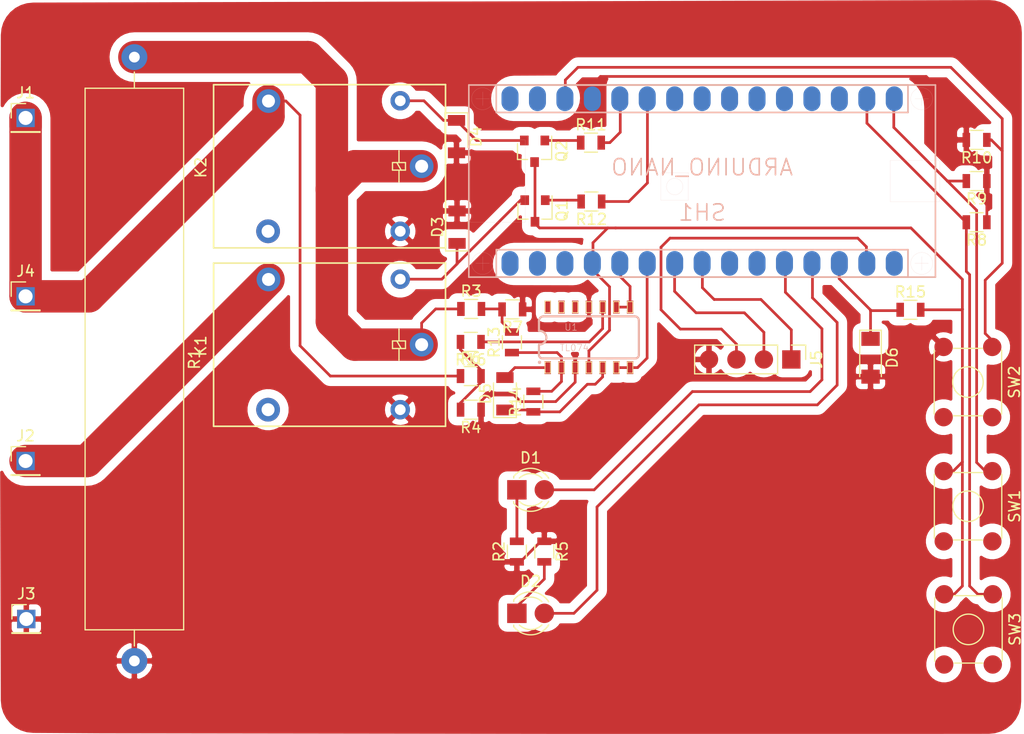
<source format=kicad_pcb>
(kicad_pcb (version 4) (host pcbnew 4.0.7)

  (general
    (links 68)
    (no_connects 15)
    (area 100.247287 60.71362 199.5686 128.651001)
    (thickness 1.6)
    (drawings 0)
    (tracks 233)
    (zones 0)
    (modules 36)
    (nets 52)
  )

  (page A4)
  (layers
    (0 F.Cu signal)
    (31 B.Cu signal)
    (32 B.Adhes user)
    (33 F.Adhes user)
    (34 B.Paste user)
    (35 F.Paste user)
    (36 B.SilkS user)
    (37 F.SilkS user)
    (38 B.Mask user)
    (39 F.Mask user)
    (40 Dwgs.User user)
    (41 Cmts.User user)
    (42 Eco1.User user)
    (43 Eco2.User user)
    (44 Edge.Cuts user)
    (45 Margin user)
    (46 B.CrtYd user)
    (47 F.CrtYd user)
    (48 B.Fab user)
    (49 F.Fab user)
  )

  (setup
    (last_trace_width 0.25)
    (trace_clearance 0.2)
    (zone_clearance 0.8)
    (zone_45_only yes)
    (trace_min 0.2)
    (segment_width 0.2)
    (edge_width 0.15)
    (via_size 0.6)
    (via_drill 0.4)
    (via_min_size 0.4)
    (via_min_drill 0.3)
    (uvia_size 0.3)
    (uvia_drill 0.1)
    (uvias_allowed no)
    (uvia_min_size 0.2)
    (uvia_min_drill 0.1)
    (pcb_text_width 0.3)
    (pcb_text_size 1.5 1.5)
    (mod_edge_width 0.15)
    (mod_text_size 1 1)
    (mod_text_width 0.15)
    (pad_size 2.4 2.4)
    (pad_drill 1)
    (pad_to_mask_clearance 0.2)
    (aux_axis_origin 0 0)
    (visible_elements 7FFCF7FF)
    (pcbplotparams
      (layerselection 0x00000_00000001)
      (usegerberextensions false)
      (excludeedgelayer true)
      (linewidth 0.100000)
      (plotframeref false)
      (viasonmask false)
      (mode 1)
      (useauxorigin false)
      (hpglpennumber 1)
      (hpglpenspeed 20)
      (hpglpendiameter 15)
      (hpglpenoverlay 2)
      (psnegative false)
      (psa4output false)
      (plotreference true)
      (plotvalue true)
      (plotinvisibletext false)
      (padsonsilk false)
      (subtractmaskfromsilk false)
      (outputformat 4)
      (mirror false)
      (drillshape 0)
      (scaleselection 1)
      (outputdirectory ""))
  )

  (net 0 "")
  (net 1 "Net-(D1-Pad1)")
  (net 2 "Net-(D1-Pad2)")
  (net 3 "Net-(D2-Pad1)")
  (net 4 "Net-(D2-Pad2)")
  (net 5 "Net-(J1-Pad1)")
  (net 6 "Net-(J2-Pad1)")
  (net 7 "Net-(J5-Pad1)")
  (net 8 "Net-(J5-Pad2)")
  (net 9 "Net-(K1-Pad11)")
  (net 10 "Net-(R8-Pad2)")
  (net 11 "Net-(R9-Pad2)")
  (net 12 "Net-(R10-Pad1)")
  (net 13 "Net-(D3-Pad1)")
  (net 14 "Net-(D4-Pad1)")
  (net 15 "Net-(Q2-Pad1)")
  (net 16 "Net-(R11-Pad2)")
  (net 17 "Net-(R12-Pad1)")
  (net 18 "Net-(Q1-Pad1)")
  (net 19 "Net-(J5-Pad3)")
  (net 20 GND)
  (net 21 "Net-(D5-Pad1)")
  (net 22 "Net-(D5-Pad2)")
  (net 23 "Net-(D6-Pad1)")
  (net 24 +5V)
  (net 25 "Net-(R13-Pad2)")
  (net 26 "Net-(R16-Pad2)")
  (net 27 "Net-(R13-Pad1)")
  (net 28 "Net-(R16-Pad1)")
  (net 29 "Net-(SH1-Pad0)")
  (net 30 "Net-(SH1-PadVIN)")
  (net 31 "Net-(SH1-PadGND2)")
  (net 32 "Net-(SH1-PadRST2)")
  (net 33 "Net-(SH1-Pad1)")
  (net 34 "Net-(SH1-Pad4)")
  (net 35 "Net-(SH1-Pad5)")
  (net 36 "Net-(SH1-Pad6)")
  (net 37 "Net-(SH1-Pad7)")
  (net 38 "Net-(SH1-Pad8)")
  (net 39 "Net-(SH1-Pad9)")
  (net 40 "Net-(SH1-Pad10)")
  (net 41 "Net-(SH1-Pad13)")
  (net 42 "Net-(SH1-PadA2)")
  (net 43 "Net-(SH1-PadA3)")
  (net 44 "Net-(SH1-PadA6)")
  (net 45 "Net-(SH1-PadA7)")
  (net 46 "Net-(SW1-Pad4)")
  (net 47 "Net-(SW2-Pad4)")
  (net 48 "Net-(SW3-Pad4)")
  (net 49 "Net-(SW1-Pad2)")
  (net 50 "Net-(SW2-Pad2)")
  (net 51 "Net-(SW3-Pad2)")

  (net_class Default "This is the default net class."
    (clearance 0.2)
    (trace_width 0.25)
    (via_dia 0.6)
    (via_drill 0.4)
    (uvia_dia 0.3)
    (uvia_drill 0.1)
    (add_net +5V)
    (add_net GND)
    (add_net "Net-(D1-Pad1)")
    (add_net "Net-(D1-Pad2)")
    (add_net "Net-(D2-Pad1)")
    (add_net "Net-(D2-Pad2)")
    (add_net "Net-(D3-Pad1)")
    (add_net "Net-(D4-Pad1)")
    (add_net "Net-(D5-Pad1)")
    (add_net "Net-(D5-Pad2)")
    (add_net "Net-(D6-Pad1)")
    (add_net "Net-(J1-Pad1)")
    (add_net "Net-(J5-Pad1)")
    (add_net "Net-(J5-Pad2)")
    (add_net "Net-(J5-Pad3)")
    (add_net "Net-(Q1-Pad1)")
    (add_net "Net-(Q2-Pad1)")
    (add_net "Net-(R10-Pad1)")
    (add_net "Net-(R11-Pad2)")
    (add_net "Net-(R12-Pad1)")
    (add_net "Net-(R13-Pad1)")
    (add_net "Net-(R13-Pad2)")
    (add_net "Net-(R16-Pad1)")
    (add_net "Net-(R16-Pad2)")
    (add_net "Net-(R8-Pad2)")
    (add_net "Net-(R9-Pad2)")
    (add_net "Net-(SH1-Pad0)")
    (add_net "Net-(SH1-Pad1)")
    (add_net "Net-(SH1-Pad10)")
    (add_net "Net-(SH1-Pad13)")
    (add_net "Net-(SH1-Pad4)")
    (add_net "Net-(SH1-Pad5)")
    (add_net "Net-(SH1-Pad6)")
    (add_net "Net-(SH1-Pad7)")
    (add_net "Net-(SH1-Pad8)")
    (add_net "Net-(SH1-Pad9)")
    (add_net "Net-(SH1-PadA2)")
    (add_net "Net-(SH1-PadA3)")
    (add_net "Net-(SH1-PadA6)")
    (add_net "Net-(SH1-PadA7)")
    (add_net "Net-(SH1-PadGND2)")
    (add_net "Net-(SH1-PadRST2)")
    (add_net "Net-(SH1-PadVIN)")
    (add_net "Net-(SW1-Pad2)")
    (add_net "Net-(SW1-Pad4)")
    (add_net "Net-(SW2-Pad2)")
    (add_net "Net-(SW2-Pad4)")
    (add_net "Net-(SW3-Pad2)")
    (add_net "Net-(SW3-Pad4)")
  )

  (net_class fatTrack ""
    (clearance 0.2)
    (trace_width 3)
    (via_dia 0.6)
    (via_drill 0.4)
    (uvia_dia 0.3)
    (uvia_drill 0.1)
    (add_net "Net-(J2-Pad1)")
    (add_net "Net-(K1-Pad11)")
  )

  (module Arduino:ARDUINO_NANO_2_CONTOUR_ELL (layer B.Cu) (tedit 5AD28801) (tstamp 5A8954CD)
    (at 169.545 77.47 270)
    (path /5A8894DC)
    (fp_text reference SH1 (at 2.921 0 540) (layer B.SilkS)
      (effects (font (size 1.5 1.5) (thickness 0.15)) (justify mirror))
    )
    (fp_text value ARDUINO_NANO (at -1.27 0 540) (layer B.SilkS)
      (effects (font (size 1.5 1.5) (thickness 0.15)) (justify mirror))
    )
    (fp_line (start -1.905 -21.971) (end -1.905 -17.399) (layer B.SilkS) (width 0.01))
    (fp_line (start -1.905 -17.399) (end 1.905 -17.399) (layer B.SilkS) (width 0.01))
    (fp_line (start 1.905 -17.399) (end 1.905 -21.971) (layer B.SilkS) (width 0.01))
    (fp_line (start 1.905 -21.971) (end -1.905 -21.971) (layer B.SilkS) (width 0.01))
    (fp_line (start -0.762 1.27) (end 1.778 1.27) (layer B.SilkS) (width 0.01))
    (fp_line (start 1.778 1.27) (end 1.778 3.81) (layer B.SilkS) (width 0.01))
    (fp_line (start 1.778 3.81) (end -0.762 3.81) (layer B.SilkS) (width 0.01))
    (fp_line (start -0.762 3.81) (end -0.762 1.27) (layer B.SilkS) (width 0.01))
    (fp_circle (center 0.508 2.54) (end -0.254 2.54) (layer B.SilkS) (width 0.01))
    (fp_line (start -3.81 21.463) (end 3.81 21.463) (layer B.SilkS) (width 0.01))
    (fp_line (start 3.81 21.463) (end 3.81 16.383) (layer B.SilkS) (width 0.01))
    (fp_line (start 3.81 16.383) (end -3.81 16.383) (layer B.SilkS) (width 0.01))
    (fp_line (start -3.81 16.383) (end -3.81 21.463) (layer B.SilkS) (width 0.01))
    (fp_line (start -8.89 -21.59) (end 8.89 -21.59) (layer B.SilkS) (width 0.15))
    (fp_line (start 8.89 -21.59) (end 8.89 21.59) (layer B.SilkS) (width 0.15))
    (fp_line (start 8.89 21.59) (end -8.89 21.59) (layer B.SilkS) (width 0.15))
    (fp_line (start -8.89 21.59) (end -8.89 -21.59) (layer B.SilkS) (width 0.15))
    (fp_line (start 6.985 -20.32) (end 8.255 -20.32) (layer B.SilkS) (width 0.01))
    (fp_line (start 7.62 -19.685) (end 7.62 -20.955) (layer B.SilkS) (width 0.01))
    (fp_line (start -8.255 -20.32) (end -6.985 -20.32) (layer B.SilkS) (width 0.01))
    (fp_line (start -7.62 -19.685) (end -7.62 -20.955) (layer B.SilkS) (width 0.01))
    (fp_line (start 6.985 20.32) (end 8.255 20.32) (layer B.SilkS) (width 0.01))
    (fp_line (start 7.62 20.955) (end 7.62 19.685) (layer B.SilkS) (width 0.01))
    (fp_line (start -8.255 20.32) (end -6.985 20.32) (layer B.SilkS) (width 0.01))
    (fp_line (start -7.62 20.955) (end -7.62 19.685) (layer B.SilkS) (width 0.01))
    (fp_line (start -8.89 -19.05) (end -6.35 -19.05) (layer B.SilkS) (width 0.15))
    (fp_line (start -6.35 -19.05) (end -6.35 19.05) (layer B.SilkS) (width 0.15))
    (fp_line (start -6.35 19.05) (end -8.89 19.05) (layer B.SilkS) (width 0.15))
    (fp_line (start -8.89 19.05) (end -8.89 -19.05) (layer B.SilkS) (width 0.15))
    (fp_line (start 6.35 19.05) (end 8.89 19.05) (layer B.SilkS) (width 0.15))
    (fp_line (start 8.89 19.05) (end 8.89 -19.05) (layer B.SilkS) (width 0.15))
    (fp_line (start 8.89 -19.05) (end 6.35 -19.05) (layer B.SilkS) (width 0.15))
    (fp_line (start 6.35 -19.05) (end 6.35 19.05) (layer B.SilkS) (width 0.15))
    (fp_circle (center 7.62 -20.32) (end 8.636 -20.32) (layer B.SilkS) (width 0.01))
    (fp_circle (center -7.62 -20.32) (end -6.604 -20.32) (layer B.SilkS) (width 0.01))
    (fp_circle (center -7.62 20.32) (end -6.604 20.32) (layer B.SilkS) (width 0.01))
    (fp_circle (center 7.62 20.32) (end 8.636 20.32) (layer B.SilkS) (width 0.01))
    (pad 0 smd oval (at -7.62 15.24 270) (size 2.286 1.5748) (layers B.Cu B.Paste B.Mask)
      (net 29 "Net-(SH1-Pad0)"))
    (pad RST1 smd oval (at -7.62 12.7 270) (size 2.286 1.5748) (layers B.Cu B.Paste B.Mask)
      (net 12 "Net-(R10-Pad1)"))
    (pad GND1 smd oval (at -7.62 10.16 270) (size 2.286 1.5748) (layers B.Cu B.Paste B.Mask)
      (net 20 GND))
    (pad VIN smd oval (at 7.62 17.78 270) (size 2.286 1.5748) (layers B.Cu B.Paste B.Mask)
      (net 30 "Net-(SH1-PadVIN)"))
    (pad GND2 smd oval (at 7.62 15.24 270) (size 2.286 1.5748) (layers B.Cu B.Paste B.Mask)
      (net 31 "Net-(SH1-PadGND2)"))
    (pad RST2 smd oval (at 7.62 12.7 270) (size 2.286 1.5748) (layers B.Cu B.Paste B.Mask)
      (net 32 "Net-(SH1-PadRST2)"))
    (pad 5V smd oval (at 7.62 10.16 270) (size 2.286 1.5748) (layers B.Cu B.Paste B.Mask)
      (net 24 +5V))
    (pad A0 smd oval (at 7.62 -10.16 270) (size 2.286 1.5748) (layers B.Cu B.Paste B.Mask)
      (net 4 "Net-(D2-Pad2)"))
    (pad AREF smd oval (at 7.62 -12.7 270) (size 2.286 1.5748) (layers B.Cu B.Paste B.Mask)
      (net 23 "Net-(D6-Pad1)"))
    (pad 3V3 smd oval (at 7.62 -15.24 270) (size 2.286 1.5748) (layers B.Cu B.Paste B.Mask)
      (net 19 "Net-(J5-Pad3)"))
    (pad 1 smd oval (at -7.62 17.78 270) (size 2.286 1.5748) (layers B.Cu B.Paste B.Mask)
      (net 33 "Net-(SH1-Pad1)"))
    (pad 2 smd oval (at -7.62 7.62 270) (size 2.286 1.5748) (layers B.Cu B.Paste B.Mask)
      (net 16 "Net-(R11-Pad2)"))
    (pad 3 smd oval (at -7.62 5.08 270) (size 2.286 1.5748) (layers B.Cu B.Paste B.Mask)
      (net 17 "Net-(R12-Pad1)"))
    (pad 4 smd oval (at -7.62 2.54 270) (size 2.286 1.5748) (layers B.Cu B.Paste B.Mask)
      (net 34 "Net-(SH1-Pad4)"))
    (pad 5 smd oval (at -7.62 0 270) (size 2.286 1.5748) (layers B.Cu B.Paste B.Mask)
      (net 35 "Net-(SH1-Pad5)"))
    (pad 6 smd oval (at -7.62 -2.54 270) (size 2.286 1.5748) (layers B.Cu B.Paste B.Mask)
      (net 36 "Net-(SH1-Pad6)"))
    (pad 7 smd oval (at -7.62 -5.08 270) (size 2.286 1.5748) (layers B.Cu B.Paste B.Mask)
      (net 37 "Net-(SH1-Pad7)"))
    (pad 8 smd oval (at -7.62 -7.62 270) (size 2.286 1.5748) (layers B.Cu B.Paste B.Mask)
      (net 38 "Net-(SH1-Pad8)"))
    (pad 9 smd oval (at -7.62 -10.16 270) (size 2.286 1.5748) (layers B.Cu B.Paste B.Mask)
      (net 39 "Net-(SH1-Pad9)"))
    (pad 10 smd oval (at -7.62 -12.7 270) (size 2.286 1.5748) (layers B.Cu B.Paste B.Mask)
      (net 40 "Net-(SH1-Pad10)"))
    (pad 11 smd oval (at -7.62 -15.24 270) (size 2.286 1.5748) (layers B.Cu B.Paste B.Mask)
      (net 10 "Net-(R8-Pad2)"))
    (pad 12 smd oval (at -7.62 -17.78 270) (size 2.286 1.5748) (layers B.Cu B.Paste B.Mask)
      (net 11 "Net-(R9-Pad2)"))
    (pad 13 smd oval (at 7.62 -17.78 270) (size 2.286 1.5748) (layers B.Cu B.Paste B.Mask)
      (net 41 "Net-(SH1-Pad13)"))
    (pad A1 smd oval (at 7.62 -7.62 270) (size 2.286 1.5748) (layers B.Cu B.Paste B.Mask)
      (net 2 "Net-(D1-Pad2)"))
    (pad A2 smd oval (at 7.62 -5.08 270) (size 2.286 1.5748) (layers B.Cu B.Paste B.Mask)
      (net 42 "Net-(SH1-PadA2)"))
    (pad A3 smd oval (at 7.62 -2.54 270) (size 2.286 1.5748) (layers B.Cu B.Paste B.Mask)
      (net 43 "Net-(SH1-PadA3)"))
    (pad A4 smd oval (at 7.62 0 270) (size 2.286 1.5748) (layers B.Cu B.Paste B.Mask)
      (net 7 "Net-(J5-Pad1)"))
    (pad A5 smd oval (at 7.62 2.54 270) (size 2.286 1.5748) (layers B.Cu B.Paste B.Mask)
      (net 8 "Net-(J5-Pad2)"))
    (pad A6 smd oval (at 7.62 5.08 270) (size 2.286 1.5748) (layers B.Cu B.Paste B.Mask)
      (net 44 "Net-(SH1-PadA6)"))
    (pad A7 smd oval (at 7.62 7.62 270) (size 2.286 1.5748) (layers B.Cu B.Paste B.Mask)
      (net 45 "Net-(SH1-PadA7)"))
  )

  (module Relay_3611:Relay_SPDT_Finder_36.11 (layer F.Cu) (tedit 5A95A424) (tstamp 5A9592C3)
    (at 135.255 92.71 90)
    (descr "Finder 32.21-x000 Relay, SPDT, https://gfinder.findernet.com/assets/Series/355/S32EN.pdf")
    (tags "AXICOM IM-Series Relay SPDT")
    (path /5A88968A)
    (fp_text reference K1 (at -0.0227 -12.1059 90) (layer F.SilkS)
      (effects (font (size 1 1) (thickness 0.15)))
    )
    (fp_text value 36.11 (at -0.3302 12.954 90) (layer F.Fab)
      (effects (font (size 1 1) (thickness 0.15)))
    )
    (fp_line (start 7.6581 10.541) (end 7.6454 -10.922) (layer F.SilkS) (width 0.15))
    (fp_line (start -7.4549 -10.922) (end -7.4549 10.541) (layer F.SilkS) (width 0.15))
    (fp_line (start 7.6581 10.541) (end -7.4549 10.541) (layer F.SilkS) (width 0.15))
    (fp_line (start -7.4549 -10.922) (end 7.6454 -10.922) (layer F.SilkS) (width 0.15))
    (fp_text user %R (at 0.1122 -0.2521 90) (layer F.Fab)
      (effects (font (size 1 1) (thickness 0.15)))
    )
    (fp_line (start 7.4538 -9.655) (end 7.4538 10.345) (layer F.Fab) (width 0.12))
    (fp_line (start -7.2452 10.345) (end -7.2452 -9.655) (layer F.Fab) (width 0.12))
    (fp_line (start -0.2576 6.2357) (end -1.3576 6.2357) (layer F.SilkS) (width 0.12))
    (fp_line (start 0.4424 6.2357) (end 1.5424 6.2357) (layer F.SilkS) (width 0.12))
    (fp_line (start -0.2576 6.4357) (end 0.4424 6.0357) (layer F.SilkS) (width 0.12))
    (fp_line (start -0.2576 5.6357) (end -0.2576 6.8357) (layer F.SilkS) (width 0.12))
    (fp_line (start -0.2576 6.8357) (end 0.4424 6.8357) (layer F.SilkS) (width 0.12))
    (fp_line (start 0.4424 6.8357) (end 0.4424 5.6357) (layer F.SilkS) (width 0.12))
    (fp_line (start 0.4424 5.6357) (end -0.2576 5.6357) (layer F.SilkS) (width 0.12))
    (fp_line (start -1.3576 6.2357) (end 1.5424 6.2357) (layer F.Fab) (width 0.12))
    (pad A2 thru_hole circle (at -5.9182 6.35 90) (size 1.8 1.8) (drill 1) (layers *.Cu *.Mask)
      (net 20 GND))
    (pad A1 thru_hole circle (at 6.1595 6.35 90) (size 1.8 1.8) (drill 1) (layers *.Cu *.Mask)
      (net 13 "Net-(D3-Pad1)"))
    (pad 11 thru_hole circle (at 0.1016 8.3312 90) (size 2.2 2.2) (drill 1.2) (layers *.Cu *.Mask)
      (net 9 "Net-(K1-Pad11)"))
    (pad 14 thru_hole circle (at 6.1341 -5.842 90) (size 2.2 2.2) (drill 1.2) (layers *.Cu *.Mask)
      (net 6 "Net-(J2-Pad1)"))
    (pad 12 thru_hole circle (at -5.9182 -5.8801 90) (size 2.2 2.2) (drill 1.2) (layers *.Cu *.Mask))
    (model ${KISYS3DMOD}/Relays_THT.3dshapes/Relay_SPDT_Finder_32.21-x000.wrl
      (at (xyz 0 0 0))
      (scale (xyz 1 1 1))
      (rotate (xyz 0 0 0))
    )
  )

  (module Resistors_THT:R_Axial_Power_L50.0mm_W9.0mm_P55.88mm (layer F.Cu) (tedit 5AD2A07F) (tstamp 5A89544E)
    (at 117 66 270)
    (descr "Resistor, Axial_Power series, Axial, Horizontal, pin pitch=55.88mm, 11W, length*diameter=50*9mm^2, http://cdn-reichelt.de/documents/datenblatt/B400/5WAXIAL_9WAXIAL_11WAXIAL_17WAXIAL%23YAG.pdf")
    (tags "Resistor Axial_Power series Axial Horizontal pin pitch 55.88mm 11W length 50mm diameter 9mm")
    (path /5A8896FE)
    (fp_text reference R1 (at 27.94 -5.56 270) (layer F.SilkS)
      (effects (font (size 1 1) (thickness 0.15)))
    )
    (fp_text value 0R8 (at 27.94 5.56 270) (layer F.Fab)
      (effects (font (size 1 1) (thickness 0.15)))
    )
    (fp_line (start 2.94 -4.5) (end 2.94 4.5) (layer F.Fab) (width 0.1))
    (fp_line (start 2.94 4.5) (end 52.94 4.5) (layer F.Fab) (width 0.1))
    (fp_line (start 52.94 4.5) (end 52.94 -4.5) (layer F.Fab) (width 0.1))
    (fp_line (start 52.94 -4.5) (end 2.94 -4.5) (layer F.Fab) (width 0.1))
    (fp_line (start 0 0) (end 2.94 0) (layer F.Fab) (width 0.1))
    (fp_line (start 55.88 0) (end 52.94 0) (layer F.Fab) (width 0.1))
    (fp_line (start 2.88 -4.56) (end 2.88 4.56) (layer F.SilkS) (width 0.12))
    (fp_line (start 2.88 4.56) (end 53 4.56) (layer F.SilkS) (width 0.12))
    (fp_line (start 53 4.56) (end 53 -4.56) (layer F.SilkS) (width 0.12))
    (fp_line (start 53 -4.56) (end 2.88 -4.56) (layer F.SilkS) (width 0.12))
    (fp_line (start 1.38 0) (end 2.88 0) (layer F.SilkS) (width 0.12))
    (fp_line (start 54.5 0) (end 53 0) (layer F.SilkS) (width 0.12))
    (fp_line (start -1.45 -4.85) (end -1.45 4.85) (layer F.CrtYd) (width 0.05))
    (fp_line (start -1.45 4.85) (end 57.35 4.85) (layer F.CrtYd) (width 0.05))
    (fp_line (start 57.35 4.85) (end 57.35 -4.85) (layer F.CrtYd) (width 0.05))
    (fp_line (start 57.35 -4.85) (end -1.45 -4.85) (layer F.CrtYd) (width 0.05))
    (pad 1 thru_hole circle (at 0 0 270) (size 2.4 2.4) (drill 1) (layers *.Cu *.Mask)
      (net 9 "Net-(K1-Pad11)"))
    (pad 2 thru_hole oval (at 55.88 0 270) (size 2.4 2.4) (drill 1) (layers *.Cu *.Mask)
      (net 20 GND))
    (model ${KISYS3DMOD}/Resistors_THT.3dshapes/R_Axial_Power_L50.0mm_W9.0mm_P55.88mm.wrl
      (at (xyz 0 0 0))
      (scale (xyz 0.393701 0.393701 0.393701))
      (rotate (xyz 0 0 0))
    )
  )

  (module LEDs:LED_D3.0mm (layer F.Cu) (tedit 5A895CD6) (tstamp 5A895416)
    (at 152.4 106.045)
    (descr "LED, diameter 3.0mm, 2 pins")
    (tags "LED diameter 3.0mm 2 pins")
    (path /5A8895F2)
    (fp_text reference D1 (at 1.27 -2.96) (layer F.SilkS)
      (effects (font (size 1 1) (thickness 0.15)))
    )
    (fp_text value LED (at 1.27 2.96) (layer F.Fab)
      (effects (font (size 1 1) (thickness 0.15)))
    )
    (fp_arc (start 1.27 0) (end -0.23 -1.16619) (angle 284.3) (layer F.Fab) (width 0.1))
    (fp_arc (start 1.27 0) (end -0.29 -1.235516) (angle 108.8) (layer F.SilkS) (width 0.12))
    (fp_arc (start 1.27 0) (end -0.29 1.235516) (angle -108.8) (layer F.SilkS) (width 0.12))
    (fp_arc (start 1.27 0) (end 0.229039 -1.08) (angle 87.9) (layer F.SilkS) (width 0.12))
    (fp_arc (start 1.27 0) (end 0.229039 1.08) (angle -87.9) (layer F.SilkS) (width 0.12))
    (fp_circle (center 1.27 0) (end 2.77 0) (layer F.Fab) (width 0.1))
    (fp_line (start -0.23 -1.16619) (end -0.23 1.16619) (layer F.Fab) (width 0.1))
    (fp_line (start -0.29 -1.236) (end -0.29 -1.08) (layer F.SilkS) (width 0.12))
    (fp_line (start -0.29 1.08) (end -0.29 1.236) (layer F.SilkS) (width 0.12))
    (fp_line (start -1.15 -2.25) (end -1.15 2.25) (layer F.CrtYd) (width 0.05))
    (fp_line (start -1.15 2.25) (end 3.7 2.25) (layer F.CrtYd) (width 0.05))
    (fp_line (start 3.7 2.25) (end 3.7 -2.25) (layer F.CrtYd) (width 0.05))
    (fp_line (start 3.7 -2.25) (end -1.15 -2.25) (layer F.CrtYd) (width 0.05))
    (pad 1 smd rect (at 0 0) (size 1.8 1.8) (layers F.Cu F.Paste F.Mask)
      (net 1 "Net-(D1-Pad1)"))
    (pad 2 smd circle (at 2.54 0) (size 1.8 1.8) (layers F.Cu F.Paste F.Mask)
      (net 2 "Net-(D1-Pad2)"))
    (model ${KISYS3DMOD}/LEDs.3dshapes/LED_D3.0mm.wrl
      (at (xyz 0 0 0))
      (scale (xyz 0.393701 0.393701 0.393701))
      (rotate (xyz 0 0 0))
    )
  )

  (module LEDs:LED_D3.0mm (layer F.Cu) (tedit 5A895CE1) (tstamp 5A89541C)
    (at 152.4 117.475)
    (descr "LED, diameter 3.0mm, 2 pins")
    (tags "LED diameter 3.0mm 2 pins")
    (path /5A88963A)
    (fp_text reference D2 (at 1.27 -2.96) (layer F.SilkS)
      (effects (font (size 1 1) (thickness 0.15)))
    )
    (fp_text value LED (at 1.27 2.96) (layer F.Fab)
      (effects (font (size 1 1) (thickness 0.15)))
    )
    (fp_arc (start 1.27 0) (end -0.23 -1.16619) (angle 284.3) (layer F.Fab) (width 0.1))
    (fp_arc (start 1.27 0) (end -0.29 -1.235516) (angle 108.8) (layer F.SilkS) (width 0.12))
    (fp_arc (start 1.27 0) (end -0.29 1.235516) (angle -108.8) (layer F.SilkS) (width 0.12))
    (fp_arc (start 1.27 0) (end 0.229039 -1.08) (angle 87.9) (layer F.SilkS) (width 0.12))
    (fp_arc (start 1.27 0) (end 0.229039 1.08) (angle -87.9) (layer F.SilkS) (width 0.12))
    (fp_circle (center 1.27 0) (end 2.77 0) (layer F.Fab) (width 0.1))
    (fp_line (start -0.23 -1.16619) (end -0.23 1.16619) (layer F.Fab) (width 0.1))
    (fp_line (start -0.29 -1.236) (end -0.29 -1.08) (layer F.SilkS) (width 0.12))
    (fp_line (start -0.29 1.08) (end -0.29 1.236) (layer F.SilkS) (width 0.12))
    (fp_line (start -1.15 -2.25) (end -1.15 2.25) (layer F.CrtYd) (width 0.05))
    (fp_line (start -1.15 2.25) (end 3.7 2.25) (layer F.CrtYd) (width 0.05))
    (fp_line (start 3.7 2.25) (end 3.7 -2.25) (layer F.CrtYd) (width 0.05))
    (fp_line (start 3.7 -2.25) (end -1.15 -2.25) (layer F.CrtYd) (width 0.05))
    (pad 1 smd rect (at 0 0) (size 1.8 1.8) (layers F.Cu F.Paste F.Mask)
      (net 3 "Net-(D2-Pad1)"))
    (pad 2 smd circle (at 2.54 0) (size 1.8 1.8) (layers F.Cu F.Paste F.Mask)
      (net 4 "Net-(D2-Pad2)"))
    (model ${KISYS3DMOD}/LEDs.3dshapes/LED_D3.0mm.wrl
      (at (xyz 0 0 0))
      (scale (xyz 0.393701 0.393701 0.393701))
      (rotate (xyz 0 0 0))
    )
  )

  (module Pin_Headers:Pin_Header_Straight_1x01_Pitch2.54mm (layer F.Cu) (tedit 5AD2A03E) (tstamp 5A895421)
    (at 106.934 71.628)
    (descr "Through hole straight pin header, 1x01, 2.54mm pitch, single row")
    (tags "Through hole pin header THT 1x01 2.54mm single row")
    (path /5A893E94)
    (fp_text reference J1 (at 0 -2.33) (layer F.SilkS)
      (effects (font (size 1 1) (thickness 0.15)))
    )
    (fp_text value "SUPPLY +" (at 0 2.33) (layer F.Fab)
      (effects (font (size 1 1) (thickness 0.15)))
    )
    (fp_line (start -0.635 -1.27) (end 1.27 -1.27) (layer F.Fab) (width 0.1))
    (fp_line (start 1.27 -1.27) (end 1.27 1.27) (layer F.Fab) (width 0.1))
    (fp_line (start 1.27 1.27) (end -1.27 1.27) (layer F.Fab) (width 0.1))
    (fp_line (start -1.27 1.27) (end -1.27 -0.635) (layer F.Fab) (width 0.1))
    (fp_line (start -1.27 -0.635) (end -0.635 -1.27) (layer F.Fab) (width 0.1))
    (fp_line (start -1.33 1.33) (end 1.33 1.33) (layer F.SilkS) (width 0.12))
    (fp_line (start -1.33 1.27) (end -1.33 1.33) (layer F.SilkS) (width 0.12))
    (fp_line (start 1.33 1.27) (end 1.33 1.33) (layer F.SilkS) (width 0.12))
    (fp_line (start -1.33 1.27) (end 1.33 1.27) (layer F.SilkS) (width 0.12))
    (fp_line (start -1.33 0) (end -1.33 -1.33) (layer F.SilkS) (width 0.12))
    (fp_line (start -1.33 -1.33) (end 0 -1.33) (layer F.SilkS) (width 0.12))
    (fp_line (start -1.8 -1.8) (end -1.8 1.8) (layer F.CrtYd) (width 0.05))
    (fp_line (start -1.8 1.8) (end 1.8 1.8) (layer F.CrtYd) (width 0.05))
    (fp_line (start 1.8 1.8) (end 1.8 -1.8) (layer F.CrtYd) (width 0.05))
    (fp_line (start 1.8 -1.8) (end -1.8 -1.8) (layer F.CrtYd) (width 0.05))
    (fp_text user %R (at 0 0 90) (layer F.Fab)
      (effects (font (size 1 1) (thickness 0.15)))
    )
    (pad 1 thru_hole rect (at 0 0) (size 1.7 1.7) (drill 1.3) (layers *.Cu *.Mask)
      (net 5 "Net-(J1-Pad1)"))
    (model ${KISYS3DMOD}/Pin_Headers.3dshapes/Pin_Header_Straight_1x01_Pitch2.54mm.wrl
      (at (xyz 0 0 0))
      (scale (xyz 1 1 1))
      (rotate (xyz 0 0 0))
    )
  )

  (module Pin_Headers:Pin_Header_Straight_1x01_Pitch2.54mm (layer F.Cu) (tedit 5AD2A04A) (tstamp 5A895426)
    (at 106.934 103.378)
    (descr "Through hole straight pin header, 1x01, 2.54mm pitch, single row")
    (tags "Through hole pin header THT 1x01 2.54mm single row")
    (path /5A893F97)
    (fp_text reference J2 (at 0 -2.33) (layer F.SilkS)
      (effects (font (size 1 1) (thickness 0.15)))
    )
    (fp_text value "SUPPLY -" (at 0 2.33) (layer F.Fab)
      (effects (font (size 1 1) (thickness 0.15)))
    )
    (fp_line (start -0.635 -1.27) (end 1.27 -1.27) (layer F.Fab) (width 0.1))
    (fp_line (start 1.27 -1.27) (end 1.27 1.27) (layer F.Fab) (width 0.1))
    (fp_line (start 1.27 1.27) (end -1.27 1.27) (layer F.Fab) (width 0.1))
    (fp_line (start -1.27 1.27) (end -1.27 -0.635) (layer F.Fab) (width 0.1))
    (fp_line (start -1.27 -0.635) (end -0.635 -1.27) (layer F.Fab) (width 0.1))
    (fp_line (start -1.33 1.33) (end 1.33 1.33) (layer F.SilkS) (width 0.12))
    (fp_line (start -1.33 1.27) (end -1.33 1.33) (layer F.SilkS) (width 0.12))
    (fp_line (start 1.33 1.27) (end 1.33 1.33) (layer F.SilkS) (width 0.12))
    (fp_line (start -1.33 1.27) (end 1.33 1.27) (layer F.SilkS) (width 0.12))
    (fp_line (start -1.33 0) (end -1.33 -1.33) (layer F.SilkS) (width 0.12))
    (fp_line (start -1.33 -1.33) (end 0 -1.33) (layer F.SilkS) (width 0.12))
    (fp_line (start -1.8 -1.8) (end -1.8 1.8) (layer F.CrtYd) (width 0.05))
    (fp_line (start -1.8 1.8) (end 1.8 1.8) (layer F.CrtYd) (width 0.05))
    (fp_line (start 1.8 1.8) (end 1.8 -1.8) (layer F.CrtYd) (width 0.05))
    (fp_line (start 1.8 -1.8) (end -1.8 -1.8) (layer F.CrtYd) (width 0.05))
    (fp_text user %R (at 0 0 90) (layer F.Fab)
      (effects (font (size 1 1) (thickness 0.15)))
    )
    (pad 1 thru_hole rect (at 0 0) (size 1.7 1.7) (drill 1.3) (layers *.Cu *.Mask)
      (net 6 "Net-(J2-Pad1)"))
    (model ${KISYS3DMOD}/Pin_Headers.3dshapes/Pin_Header_Straight_1x01_Pitch2.54mm.wrl
      (at (xyz 0 0 0))
      (scale (xyz 1 1 1))
      (rotate (xyz 0 0 0))
    )
  )

  (module Pin_Headers:Pin_Header_Straight_1x01_Pitch2.54mm (layer F.Cu) (tedit 5AD2A055) (tstamp 5A89542B)
    (at 107 118)
    (descr "Through hole straight pin header, 1x01, 2.54mm pitch, single row")
    (tags "Through hole pin header THT 1x01 2.54mm single row")
    (path /5A894072)
    (fp_text reference J3 (at 0 -2.33) (layer F.SilkS)
      (effects (font (size 1 1) (thickness 0.15)))
    )
    (fp_text value "CAP -" (at 0 2.33) (layer F.Fab)
      (effects (font (size 1 1) (thickness 0.15)))
    )
    (fp_line (start -0.635 -1.27) (end 1.27 -1.27) (layer F.Fab) (width 0.1))
    (fp_line (start 1.27 -1.27) (end 1.27 1.27) (layer F.Fab) (width 0.1))
    (fp_line (start 1.27 1.27) (end -1.27 1.27) (layer F.Fab) (width 0.1))
    (fp_line (start -1.27 1.27) (end -1.27 -0.635) (layer F.Fab) (width 0.1))
    (fp_line (start -1.27 -0.635) (end -0.635 -1.27) (layer F.Fab) (width 0.1))
    (fp_line (start -1.33 1.33) (end 1.33 1.33) (layer F.SilkS) (width 0.12))
    (fp_line (start -1.33 1.27) (end -1.33 1.33) (layer F.SilkS) (width 0.12))
    (fp_line (start 1.33 1.27) (end 1.33 1.33) (layer F.SilkS) (width 0.12))
    (fp_line (start -1.33 1.27) (end 1.33 1.27) (layer F.SilkS) (width 0.12))
    (fp_line (start -1.33 0) (end -1.33 -1.33) (layer F.SilkS) (width 0.12))
    (fp_line (start -1.33 -1.33) (end 0 -1.33) (layer F.SilkS) (width 0.12))
    (fp_line (start -1.8 -1.8) (end -1.8 1.8) (layer F.CrtYd) (width 0.05))
    (fp_line (start -1.8 1.8) (end 1.8 1.8) (layer F.CrtYd) (width 0.05))
    (fp_line (start 1.8 1.8) (end 1.8 -1.8) (layer F.CrtYd) (width 0.05))
    (fp_line (start 1.8 -1.8) (end -1.8 -1.8) (layer F.CrtYd) (width 0.05))
    (fp_text user %R (at 0 0 90) (layer F.Fab)
      (effects (font (size 1 1) (thickness 0.15)))
    )
    (pad 1 thru_hole rect (at 0 0) (size 1.7 1.7) (drill 1.3) (layers *.Cu *.Mask)
      (net 20 GND))
    (model ${KISYS3DMOD}/Pin_Headers.3dshapes/Pin_Header_Straight_1x01_Pitch2.54mm.wrl
      (at (xyz 0 0 0))
      (scale (xyz 1 1 1))
      (rotate (xyz 0 0 0))
    )
  )

  (module Pin_Headers:Pin_Header_Straight_1x01_Pitch2.54mm (layer F.Cu) (tedit 5AD2A05F) (tstamp 5A895430)
    (at 106.934 88.138)
    (descr "Through hole straight pin header, 1x01, 2.54mm pitch, single row")
    (tags "Through hole pin header THT 1x01 2.54mm single row")
    (path /5A894112)
    (fp_text reference J4 (at 0 -2.33) (layer F.SilkS)
      (effects (font (size 1 1) (thickness 0.15)))
    )
    (fp_text value "CAP +" (at 0 2.33) (layer F.Fab)
      (effects (font (size 1 1) (thickness 0.15)))
    )
    (fp_line (start -0.635 -1.27) (end 1.27 -1.27) (layer F.Fab) (width 0.1))
    (fp_line (start 1.27 -1.27) (end 1.27 1.27) (layer F.Fab) (width 0.1))
    (fp_line (start 1.27 1.27) (end -1.27 1.27) (layer F.Fab) (width 0.1))
    (fp_line (start -1.27 1.27) (end -1.27 -0.635) (layer F.Fab) (width 0.1))
    (fp_line (start -1.27 -0.635) (end -0.635 -1.27) (layer F.Fab) (width 0.1))
    (fp_line (start -1.33 1.33) (end 1.33 1.33) (layer F.SilkS) (width 0.12))
    (fp_line (start -1.33 1.27) (end -1.33 1.33) (layer F.SilkS) (width 0.12))
    (fp_line (start 1.33 1.27) (end 1.33 1.33) (layer F.SilkS) (width 0.12))
    (fp_line (start -1.33 1.27) (end 1.33 1.27) (layer F.SilkS) (width 0.12))
    (fp_line (start -1.33 0) (end -1.33 -1.33) (layer F.SilkS) (width 0.12))
    (fp_line (start -1.33 -1.33) (end 0 -1.33) (layer F.SilkS) (width 0.12))
    (fp_line (start -1.8 -1.8) (end -1.8 1.8) (layer F.CrtYd) (width 0.05))
    (fp_line (start -1.8 1.8) (end 1.8 1.8) (layer F.CrtYd) (width 0.05))
    (fp_line (start 1.8 1.8) (end 1.8 -1.8) (layer F.CrtYd) (width 0.05))
    (fp_line (start 1.8 -1.8) (end -1.8 -1.8) (layer F.CrtYd) (width 0.05))
    (fp_text user %R (at 0 0 90) (layer F.Fab)
      (effects (font (size 1 1) (thickness 0.15)))
    )
    (pad 1 thru_hole rect (at 0 0) (size 1.7 1.7) (drill 1.3) (layers *.Cu *.Mask)
      (net 5 "Net-(J1-Pad1)"))
    (model ${KISYS3DMOD}/Pin_Headers.3dshapes/Pin_Header_Straight_1x01_Pitch2.54mm.wrl
      (at (xyz 0 0 0))
      (scale (xyz 1 1 1))
      (rotate (xyz 0 0 0))
    )
  )

  (module Pin_Headers:Pin_Header_Straight_1x04_Pitch2.54mm (layer F.Cu) (tedit 5A895CF4) (tstamp 5A895438)
    (at 177.8 93.98 270)
    (descr "Through hole straight pin header, 1x04, 2.54mm pitch, single row")
    (tags "Through hole pin header THT 1x04 2.54mm single row")
    (path /5A88959D)
    (fp_text reference J5 (at 0 -2.33 270) (layer F.SilkS)
      (effects (font (size 1 1) (thickness 0.15)))
    )
    (fp_text value OLED (at 0 9.95 270) (layer F.Fab)
      (effects (font (size 1 1) (thickness 0.15)))
    )
    (fp_line (start -0.635 -1.27) (end 1.27 -1.27) (layer F.Fab) (width 0.1))
    (fp_line (start 1.27 -1.27) (end 1.27 8.89) (layer F.Fab) (width 0.1))
    (fp_line (start 1.27 8.89) (end -1.27 8.89) (layer F.Fab) (width 0.1))
    (fp_line (start -1.27 8.89) (end -1.27 -0.635) (layer F.Fab) (width 0.1))
    (fp_line (start -1.27 -0.635) (end -0.635 -1.27) (layer F.Fab) (width 0.1))
    (fp_line (start -1.33 8.95) (end 1.33 8.95) (layer F.SilkS) (width 0.12))
    (fp_line (start -1.33 1.27) (end -1.33 8.95) (layer F.SilkS) (width 0.12))
    (fp_line (start 1.33 1.27) (end 1.33 8.95) (layer F.SilkS) (width 0.12))
    (fp_line (start -1.33 1.27) (end 1.33 1.27) (layer F.SilkS) (width 0.12))
    (fp_line (start -1.33 0) (end -1.33 -1.33) (layer F.SilkS) (width 0.12))
    (fp_line (start -1.33 -1.33) (end 0 -1.33) (layer F.SilkS) (width 0.12))
    (fp_line (start -1.8 -1.8) (end -1.8 9.4) (layer F.CrtYd) (width 0.05))
    (fp_line (start -1.8 9.4) (end 1.8 9.4) (layer F.CrtYd) (width 0.05))
    (fp_line (start 1.8 9.4) (end 1.8 -1.8) (layer F.CrtYd) (width 0.05))
    (fp_line (start 1.8 -1.8) (end -1.8 -1.8) (layer F.CrtYd) (width 0.05))
    (fp_text user %R (at 0 3.81 360) (layer F.Fab)
      (effects (font (size 1 1) (thickness 0.15)))
    )
    (pad 1 smd rect (at 0 0 270) (size 1.7 1.7) (layers F.Cu F.Paste F.Mask)
      (net 7 "Net-(J5-Pad1)"))
    (pad 2 smd oval (at 0 2.54 270) (size 1.7 1.7) (layers F.Cu F.Paste F.Mask)
      (net 8 "Net-(J5-Pad2)"))
    (pad 3 smd oval (at 0 5.08 270) (size 1.7 1.7) (layers F.Cu F.Paste F.Mask)
      (net 19 "Net-(J5-Pad3)"))
    (pad 4 smd oval (at 0 7.62 270) (size 1.7 1.7) (layers F.Cu F.Paste F.Mask)
      (net 20 GND))
    (model ${KISYS3DMOD}/Pin_Headers.3dshapes/Pin_Header_Straight_1x04_Pitch2.54mm.wrl
      (at (xyz 0 0 0))
      (scale (xyz 1 1 1))
      (rotate (xyz 0 0 0))
    )
  )

  (module Buttons_Switches_THT:SW_TH_Tactile_Omron_B3F-10xx (layer F.Cu) (tedit 5A895D29) (tstamp 5A8954CE)
    (at 196.4055 104.3178 270)
    (descr SW_TH_Tactile_Omron_B3F-10xx_https://www.omron.com/ecb/products/pdf/en-b3f.pdf)
    (tags "Omron B3F-10xx")
    (path /5ADA6096)
    (fp_text reference SW1 (at 3.25 -2.05 270) (layer F.SilkS)
      (effects (font (size 1 1) (thickness 0.15)))
    )
    (fp_text value SW (at 3.2 6.5 270) (layer F.Fab)
      (effects (font (size 1 1) (thickness 0.15)))
    )
    (fp_line (start 0.25 -0.75) (end 0.25 5.25) (layer F.Fab) (width 0.1))
    (fp_line (start 6.25 -0.75) (end 6.25 5.25) (layer F.Fab) (width 0.1))
    (fp_line (start 0.25 -0.75) (end 6.25 -0.75) (layer F.Fab) (width 0.1))
    (fp_text user %R (at 3.25 2.25 270) (layer F.Fab)
      (effects (font (size 1 1) (thickness 0.15)))
    )
    (fp_line (start 7.65 -1.15) (end -1.1 -1.15) (layer F.CrtYd) (width 0.05))
    (fp_line (start 7.6 5.6) (end 7.6 -1.1) (layer F.CrtYd) (width 0.05))
    (fp_line (start -1.1 5.6) (end 7.6 5.6) (layer F.CrtYd) (width 0.05))
    (fp_line (start -1.1 -1.15) (end -1.1 5.6) (layer F.CrtYd) (width 0.05))
    (fp_circle (center 3.25 2.25) (end 4.25 3.25) (layer F.SilkS) (width 0.12))
    (fp_line (start 0.28 5.37) (end 6.22 5.37) (layer F.SilkS) (width 0.12))
    (fp_line (start 0.28 -0.87) (end 6.22 -0.87) (layer F.SilkS) (width 0.12))
    (fp_line (start 0.13 3.59) (end 0.13 0.91) (layer F.SilkS) (width 0.12))
    (fp_line (start 6.37 0.91) (end 6.37 3.59) (layer F.SilkS) (width 0.12))
    (fp_line (start 0.25 5.25) (end 6.25 5.25) (layer F.Fab) (width 0.1))
    (pad 4 smd circle (at 6.5 4.5 270) (size 1.7 1.7) (layers F.Cu F.Paste F.Mask)
      (net 46 "Net-(SW1-Pad4)"))
    (pad 3 smd oval (at 0 4.5 270) (size 1.7 1.7) (layers F.Cu F.Paste F.Mask)
      (net 24 +5V))
    (pad 2 smd circle (at 6.5 0 270) (size 1.7 1.7) (layers F.Cu F.Paste F.Mask)
      (net 49 "Net-(SW1-Pad2)"))
    (pad 1 smd circle (at 0 0 270) (size 1.7 1.7) (layers F.Cu F.Paste F.Mask)
      (net 11 "Net-(R9-Pad2)"))
    (model ${KISYS3DMOD}/Buttons_Switches_THT.3dshapes/SW_TH_Tactile_Omron_B3F-10xx.wrl
      (at (xyz 0 0 0))
      (scale (xyz 1 1 1))
      (rotate (xyz 0 0 0))
    )
  )

  (module Buttons_Switches_THT:SW_TH_Tactile_Omron_B3F-10xx (layer F.Cu) (tedit 5A895D08) (tstamp 5A8954D5)
    (at 196.3928 92.82176 270)
    (descr SW_TH_Tactile_Omron_B3F-10xx_https://www.omron.com/ecb/products/pdf/en-b3f.pdf)
    (tags "Omron B3F-10xx")
    (path /5ADA5B37)
    (fp_text reference SW2 (at 3.25 -2.05 270) (layer F.SilkS)
      (effects (font (size 1 1) (thickness 0.15)))
    )
    (fp_text value SW (at 3.2 6.5 270) (layer F.Fab)
      (effects (font (size 1 1) (thickness 0.15)))
    )
    (fp_line (start 0.25 -0.75) (end 0.25 5.25) (layer F.Fab) (width 0.1))
    (fp_line (start 6.25 -0.75) (end 6.25 5.25) (layer F.Fab) (width 0.1))
    (fp_line (start 0.25 -0.75) (end 6.25 -0.75) (layer F.Fab) (width 0.1))
    (fp_text user %R (at 3.25 2.25 270) (layer F.Fab)
      (effects (font (size 1 1) (thickness 0.15)))
    )
    (fp_line (start 7.65 -1.15) (end -1.1 -1.15) (layer F.CrtYd) (width 0.05))
    (fp_line (start 7.6 5.6) (end 7.6 -1.1) (layer F.CrtYd) (width 0.05))
    (fp_line (start -1.1 5.6) (end 7.6 5.6) (layer F.CrtYd) (width 0.05))
    (fp_line (start -1.1 -1.15) (end -1.1 5.6) (layer F.CrtYd) (width 0.05))
    (fp_circle (center 3.25 2.25) (end 4.25 3.25) (layer F.SilkS) (width 0.12))
    (fp_line (start 0.28 5.37) (end 6.22 5.37) (layer F.SilkS) (width 0.12))
    (fp_line (start 0.28 -0.87) (end 6.22 -0.87) (layer F.SilkS) (width 0.12))
    (fp_line (start 0.13 3.59) (end 0.13 0.91) (layer F.SilkS) (width 0.12))
    (fp_line (start 6.37 0.91) (end 6.37 3.59) (layer F.SilkS) (width 0.12))
    (fp_line (start 0.25 5.25) (end 6.25 5.25) (layer F.Fab) (width 0.1))
    (pad 4 smd circle (at 6.5 4.5 270) (size 1.7 1.7) (layers F.Cu F.Paste F.Mask)
      (net 47 "Net-(SW2-Pad4)"))
    (pad 3 smd circle (at 0 4.5 270) (size 1.7 1.7) (layers F.Cu F.Paste F.Mask)
      (net 20 GND))
    (pad 2 smd circle (at 6.5 0 270) (size 1.7 1.7) (layers F.Cu F.Paste F.Mask)
      (net 50 "Net-(SW2-Pad2)"))
    (pad 1 smd circle (at 0 0 270) (size 1.7 1.7) (layers F.Cu F.Paste F.Mask)
      (net 12 "Net-(R10-Pad1)"))
    (model ${KISYS3DMOD}/Buttons_Switches_THT.3dshapes/SW_TH_Tactile_Omron_B3F-10xx.wrl
      (at (xyz 0 0 0))
      (scale (xyz 1 1 1))
      (rotate (xyz 0 0 0))
    )
  )

  (module Buttons_Switches_THT:SW_TH_Tactile_Omron_B3F-10xx (layer F.Cu) (tedit 5A895D3B) (tstamp 5A8954DC)
    (at 196.4436 115.7097 270)
    (descr SW_TH_Tactile_Omron_B3F-10xx_https://www.omron.com/ecb/products/pdf/en-b3f.pdf)
    (tags "Omron B3F-10xx")
    (path /5ADA647C)
    (fp_text reference SW3 (at 3.25 -2.05 270) (layer F.SilkS)
      (effects (font (size 1 1) (thickness 0.15)))
    )
    (fp_text value SW (at 3.2 6.5 270) (layer F.Fab)
      (effects (font (size 1 1) (thickness 0.15)))
    )
    (fp_line (start 0.25 -0.75) (end 0.25 5.25) (layer F.Fab) (width 0.1))
    (fp_line (start 6.25 -0.75) (end 6.25 5.25) (layer F.Fab) (width 0.1))
    (fp_line (start 0.25 -0.75) (end 6.25 -0.75) (layer F.Fab) (width 0.1))
    (fp_text user %R (at 3.25 2.25 270) (layer F.Fab)
      (effects (font (size 1 1) (thickness 0.15)))
    )
    (fp_line (start 7.65 -1.15) (end -1.1 -1.15) (layer F.CrtYd) (width 0.05))
    (fp_line (start 7.6 5.6) (end 7.6 -1.1) (layer F.CrtYd) (width 0.05))
    (fp_line (start -1.1 5.6) (end 7.6 5.6) (layer F.CrtYd) (width 0.05))
    (fp_line (start -1.1 -1.15) (end -1.1 5.6) (layer F.CrtYd) (width 0.05))
    (fp_circle (center 3.25 2.25) (end 4.25 3.25) (layer F.SilkS) (width 0.12))
    (fp_line (start 0.28 5.37) (end 6.22 5.37) (layer F.SilkS) (width 0.12))
    (fp_line (start 0.28 -0.87) (end 6.22 -0.87) (layer F.SilkS) (width 0.12))
    (fp_line (start 0.13 3.59) (end 0.13 0.91) (layer F.SilkS) (width 0.12))
    (fp_line (start 6.37 0.91) (end 6.37 3.59) (layer F.SilkS) (width 0.12))
    (fp_line (start 0.25 5.25) (end 6.25 5.25) (layer F.Fab) (width 0.1))
    (pad 4 smd circle (at 6.5 4.5 270) (size 1.7 1.7) (layers F.Cu F.Paste F.Mask)
      (net 48 "Net-(SW3-Pad4)"))
    (pad 3 smd circle (at 0 4.5 270) (size 1.7 1.7) (layers F.Cu F.Paste F.Mask)
      (net 24 +5V))
    (pad 2 smd circle (at 6.5 0 270) (size 1.7 1.7) (layers F.Cu F.Paste F.Mask)
      (net 51 "Net-(SW3-Pad2)"))
    (pad 1 smd circle (at 0 0 270) (size 1.7 1.7) (layers F.Cu F.Paste F.Mask)
      (net 10 "Net-(R8-Pad2)"))
    (model ${KISYS3DMOD}/Buttons_Switches_THT.3dshapes/SW_TH_Tactile_Omron_B3F-10xx.wrl
      (at (xyz 0 0 0))
      (scale (xyz 1 1 1))
      (rotate (xyz 0 0 0))
    )
  )

  (module Relay_3611:Relay_SPDT_Finder_36.11 (layer F.Cu) (tedit 5A95A42F) (tstamp 5A95946C)
    (at 135.255 76.2 90)
    (descr "Finder 32.21-x000 Relay, SPDT, https://gfinder.findernet.com/assets/Series/355/S32EN.pdf")
    (tags "AXICOM IM-Series Relay SPDT")
    (path /5A8896C6)
    (fp_text reference K2 (at -0.0227 -12.1059 90) (layer F.SilkS)
      (effects (font (size 1 1) (thickness 0.15)))
    )
    (fp_text value 36.11 (at -0.3302 12.954 90) (layer F.Fab)
      (effects (font (size 1 1) (thickness 0.15)))
    )
    (fp_line (start 7.6581 10.541) (end 7.6454 -10.922) (layer F.SilkS) (width 0.15))
    (fp_line (start -7.4549 -10.922) (end -7.4549 10.541) (layer F.SilkS) (width 0.15))
    (fp_line (start 7.6581 10.541) (end -7.4549 10.541) (layer F.SilkS) (width 0.15))
    (fp_line (start -7.4549 -10.922) (end 7.6454 -10.922) (layer F.SilkS) (width 0.15))
    (fp_text user %R (at 0.1122 -0.2521 90) (layer F.Fab)
      (effects (font (size 1 1) (thickness 0.15)))
    )
    (fp_line (start 7.4538 -9.655) (end 7.4538 10.345) (layer F.Fab) (width 0.12))
    (fp_line (start -7.2452 10.345) (end -7.2452 -9.655) (layer F.Fab) (width 0.12))
    (fp_line (start -0.2576 6.2357) (end -1.3576 6.2357) (layer F.SilkS) (width 0.12))
    (fp_line (start 0.4424 6.2357) (end 1.5424 6.2357) (layer F.SilkS) (width 0.12))
    (fp_line (start -0.2576 6.4357) (end 0.4424 6.0357) (layer F.SilkS) (width 0.12))
    (fp_line (start -0.2576 5.6357) (end -0.2576 6.8357) (layer F.SilkS) (width 0.12))
    (fp_line (start -0.2576 6.8357) (end 0.4424 6.8357) (layer F.SilkS) (width 0.12))
    (fp_line (start 0.4424 6.8357) (end 0.4424 5.6357) (layer F.SilkS) (width 0.12))
    (fp_line (start 0.4424 5.6357) (end -0.2576 5.6357) (layer F.SilkS) (width 0.12))
    (fp_line (start -1.3576 6.2357) (end 1.5424 6.2357) (layer F.Fab) (width 0.12))
    (pad A2 thru_hole circle (at -5.9182 6.35 90) (size 1.8 1.8) (drill 1) (layers *.Cu *.Mask)
      (net 20 GND))
    (pad A1 thru_hole circle (at 6.1595 6.35 90) (size 1.8 1.8) (drill 1) (layers *.Cu *.Mask)
      (net 14 "Net-(D4-Pad1)"))
    (pad 11 thru_hole circle (at 0.1016 8.3312 90) (size 2.2 2.2) (drill 1.2) (layers *.Cu *.Mask)
      (net 9 "Net-(K1-Pad11)"))
    (pad 14 thru_hole circle (at 6.1341 -5.842 90) (size 2.2 2.2) (drill 1.2) (layers *.Cu *.Mask)
      (net 5 "Net-(J1-Pad1)"))
    (pad 12 thru_hole circle (at -5.9182 -5.8801 90) (size 2.2 2.2) (drill 1.2) (layers *.Cu *.Mask))
    (model ${KISYS3DMOD}/Relays_THT.3dshapes/Relay_SPDT_Finder_32.21-x000.wrl
      (at (xyz 0 0 0))
      (scale (xyz 1 1 1))
      (rotate (xyz 0 0 0))
    )
  )

  (module Diodes_SMD:D_1206 (layer F.Cu) (tedit 590CEAF5) (tstamp 5A9AF8E4)
    (at 146.8628 81.7372 90)
    (descr "Diode SMD 1206, reflow soldering http://datasheets.avx.com/schottky.pdf")
    (tags "Diode 1206")
    (path /5A9B139B)
    (attr smd)
    (fp_text reference D3 (at 0 -1.8 90) (layer F.SilkS)
      (effects (font (size 1 1) (thickness 0.15)))
    )
    (fp_text value 1N4148RXG (at 0 1.9 90) (layer F.Fab)
      (effects (font (size 1 1) (thickness 0.15)))
    )
    (fp_text user %R (at 0 -1.8 90) (layer F.Fab)
      (effects (font (size 1 1) (thickness 0.15)))
    )
    (fp_line (start -0.254 -0.254) (end -0.254 0.254) (layer F.Fab) (width 0.1))
    (fp_line (start 0.127 0) (end 0.381 0) (layer F.Fab) (width 0.1))
    (fp_line (start -0.254 0) (end -0.508 0) (layer F.Fab) (width 0.1))
    (fp_line (start 0.127 0.254) (end -0.254 0) (layer F.Fab) (width 0.1))
    (fp_line (start 0.127 -0.254) (end 0.127 0.254) (layer F.Fab) (width 0.1))
    (fp_line (start -0.254 0) (end 0.127 -0.254) (layer F.Fab) (width 0.1))
    (fp_line (start -2.2 -1.06) (end -2.2 1.06) (layer F.SilkS) (width 0.12))
    (fp_line (start -1.7 0.95) (end -1.7 -0.95) (layer F.Fab) (width 0.1))
    (fp_line (start 1.7 0.95) (end -1.7 0.95) (layer F.Fab) (width 0.1))
    (fp_line (start 1.7 -0.95) (end 1.7 0.95) (layer F.Fab) (width 0.1))
    (fp_line (start -1.7 -0.95) (end 1.7 -0.95) (layer F.Fab) (width 0.1))
    (fp_line (start -2.3 -1.16) (end 2.3 -1.16) (layer F.CrtYd) (width 0.05))
    (fp_line (start -2.3 1.16) (end 2.3 1.16) (layer F.CrtYd) (width 0.05))
    (fp_line (start -2.3 -1.16) (end -2.3 1.16) (layer F.CrtYd) (width 0.05))
    (fp_line (start 2.3 -1.16) (end 2.3 1.16) (layer F.CrtYd) (width 0.05))
    (fp_line (start 1 -1.06) (end -2.2 -1.06) (layer F.SilkS) (width 0.12))
    (fp_line (start -2.2 1.06) (end 1 1.06) (layer F.SilkS) (width 0.12))
    (pad 1 smd rect (at -1.5 0 90) (size 1 1.6) (layers F.Cu F.Paste F.Mask)
      (net 13 "Net-(D3-Pad1)"))
    (pad 2 smd rect (at 1.5 0 90) (size 1 1.6) (layers F.Cu F.Paste F.Mask)
      (net 20 GND))
    (model ${KISYS3DMOD}/Diodes_SMD.3dshapes/D_1206.wrl
      (at (xyz 0 0 0))
      (scale (xyz 1 1 1))
      (rotate (xyz 0 0 0))
    )
  )

  (module Diodes_SMD:D_1206 (layer F.Cu) (tedit 590CEAF5) (tstamp 5A9AF8EA)
    (at 146.812 73.3552 270)
    (descr "Diode SMD 1206, reflow soldering http://datasheets.avx.com/schottky.pdf")
    (tags "Diode 1206")
    (path /5A9B1442)
    (attr smd)
    (fp_text reference D4 (at 0 -1.8 270) (layer F.SilkS)
      (effects (font (size 1 1) (thickness 0.15)))
    )
    (fp_text value 1N4148RXG (at 0 1.9 270) (layer F.Fab)
      (effects (font (size 1 1) (thickness 0.15)))
    )
    (fp_text user %R (at 0 -1.8 270) (layer F.Fab)
      (effects (font (size 1 1) (thickness 0.15)))
    )
    (fp_line (start -0.254 -0.254) (end -0.254 0.254) (layer F.Fab) (width 0.1))
    (fp_line (start 0.127 0) (end 0.381 0) (layer F.Fab) (width 0.1))
    (fp_line (start -0.254 0) (end -0.508 0) (layer F.Fab) (width 0.1))
    (fp_line (start 0.127 0.254) (end -0.254 0) (layer F.Fab) (width 0.1))
    (fp_line (start 0.127 -0.254) (end 0.127 0.254) (layer F.Fab) (width 0.1))
    (fp_line (start -0.254 0) (end 0.127 -0.254) (layer F.Fab) (width 0.1))
    (fp_line (start -2.2 -1.06) (end -2.2 1.06) (layer F.SilkS) (width 0.12))
    (fp_line (start -1.7 0.95) (end -1.7 -0.95) (layer F.Fab) (width 0.1))
    (fp_line (start 1.7 0.95) (end -1.7 0.95) (layer F.Fab) (width 0.1))
    (fp_line (start 1.7 -0.95) (end 1.7 0.95) (layer F.Fab) (width 0.1))
    (fp_line (start -1.7 -0.95) (end 1.7 -0.95) (layer F.Fab) (width 0.1))
    (fp_line (start -2.3 -1.16) (end 2.3 -1.16) (layer F.CrtYd) (width 0.05))
    (fp_line (start -2.3 1.16) (end 2.3 1.16) (layer F.CrtYd) (width 0.05))
    (fp_line (start -2.3 -1.16) (end -2.3 1.16) (layer F.CrtYd) (width 0.05))
    (fp_line (start 2.3 -1.16) (end 2.3 1.16) (layer F.CrtYd) (width 0.05))
    (fp_line (start 1 -1.06) (end -2.2 -1.06) (layer F.SilkS) (width 0.12))
    (fp_line (start -2.2 1.06) (end 1 1.06) (layer F.SilkS) (width 0.12))
    (pad 1 smd rect (at -1.5 0 270) (size 1 1.6) (layers F.Cu F.Paste F.Mask)
      (net 14 "Net-(D4-Pad1)"))
    (pad 2 smd rect (at 1.5 0 270) (size 1 1.6) (layers F.Cu F.Paste F.Mask)
      (net 20 GND))
    (model ${KISYS3DMOD}/Diodes_SMD.3dshapes/D_1206.wrl
      (at (xyz 0 0 0))
      (scale (xyz 1 1 1))
      (rotate (xyz 0 0 0))
    )
  )

  (module TO_SOT_Packages_SMD:SOT-23 (layer F.Cu) (tedit 58CE4E7E) (tstamp 5A9AF9C3)
    (at 154.0764 80.2386 270)
    (descr "SOT-23, Standard")
    (tags SOT-23)
    (path /5A9C135C)
    (attr smd)
    (fp_text reference Q1 (at 0 -2.5 270) (layer F.SilkS)
      (effects (font (size 1 1) (thickness 0.15)))
    )
    (fp_text value "MMBT2222A " (at 0 2.5 270) (layer F.Fab)
      (effects (font (size 1 1) (thickness 0.15)))
    )
    (fp_text user %R (at 0 0 360) (layer F.Fab)
      (effects (font (size 0.5 0.5) (thickness 0.075)))
    )
    (fp_line (start -0.7 -0.95) (end -0.7 1.5) (layer F.Fab) (width 0.1))
    (fp_line (start -0.15 -1.52) (end 0.7 -1.52) (layer F.Fab) (width 0.1))
    (fp_line (start -0.7 -0.95) (end -0.15 -1.52) (layer F.Fab) (width 0.1))
    (fp_line (start 0.7 -1.52) (end 0.7 1.52) (layer F.Fab) (width 0.1))
    (fp_line (start -0.7 1.52) (end 0.7 1.52) (layer F.Fab) (width 0.1))
    (fp_line (start 0.76 1.58) (end 0.76 0.65) (layer F.SilkS) (width 0.12))
    (fp_line (start 0.76 -1.58) (end 0.76 -0.65) (layer F.SilkS) (width 0.12))
    (fp_line (start -1.7 -1.75) (end 1.7 -1.75) (layer F.CrtYd) (width 0.05))
    (fp_line (start 1.7 -1.75) (end 1.7 1.75) (layer F.CrtYd) (width 0.05))
    (fp_line (start 1.7 1.75) (end -1.7 1.75) (layer F.CrtYd) (width 0.05))
    (fp_line (start -1.7 1.75) (end -1.7 -1.75) (layer F.CrtYd) (width 0.05))
    (fp_line (start 0.76 -1.58) (end -1.4 -1.58) (layer F.SilkS) (width 0.12))
    (fp_line (start 0.76 1.58) (end -0.7 1.58) (layer F.SilkS) (width 0.12))
    (pad 1 smd rect (at -1 -0.95 270) (size 0.9 0.8) (layers F.Cu F.Paste F.Mask)
      (net 18 "Net-(Q1-Pad1)"))
    (pad 2 smd rect (at -1 0.95 270) (size 0.9 0.8) (layers F.Cu F.Paste F.Mask)
      (net 13 "Net-(D3-Pad1)"))
    (pad 3 smd rect (at 1 0 270) (size 0.9 0.8) (layers F.Cu F.Paste F.Mask)
      (net 24 +5V))
    (model ${KISYS3DMOD}/TO_SOT_Packages_SMD.3dshapes/SOT-23.wrl
      (at (xyz 0 0 0))
      (scale (xyz 1 1 1))
      (rotate (xyz 0 0 0))
    )
  )

  (module TO_SOT_Packages_SMD:SOT-23 (layer F.Cu) (tedit 58CE4E7E) (tstamp 5A9AF9CA)
    (at 154.0383 74.7141 270)
    (descr "SOT-23, Standard")
    (tags SOT-23)
    (path /5A9C1A4D)
    (attr smd)
    (fp_text reference Q2 (at 0 -2.5 270) (layer F.SilkS)
      (effects (font (size 1 1) (thickness 0.15)))
    )
    (fp_text value "MMBT2222A " (at 0 2.5 270) (layer F.Fab)
      (effects (font (size 1 1) (thickness 0.15)))
    )
    (fp_text user %R (at 0 0 360) (layer F.Fab)
      (effects (font (size 0.5 0.5) (thickness 0.075)))
    )
    (fp_line (start -0.7 -0.95) (end -0.7 1.5) (layer F.Fab) (width 0.1))
    (fp_line (start -0.15 -1.52) (end 0.7 -1.52) (layer F.Fab) (width 0.1))
    (fp_line (start -0.7 -0.95) (end -0.15 -1.52) (layer F.Fab) (width 0.1))
    (fp_line (start 0.7 -1.52) (end 0.7 1.52) (layer F.Fab) (width 0.1))
    (fp_line (start -0.7 1.52) (end 0.7 1.52) (layer F.Fab) (width 0.1))
    (fp_line (start 0.76 1.58) (end 0.76 0.65) (layer F.SilkS) (width 0.12))
    (fp_line (start 0.76 -1.58) (end 0.76 -0.65) (layer F.SilkS) (width 0.12))
    (fp_line (start -1.7 -1.75) (end 1.7 -1.75) (layer F.CrtYd) (width 0.05))
    (fp_line (start 1.7 -1.75) (end 1.7 1.75) (layer F.CrtYd) (width 0.05))
    (fp_line (start 1.7 1.75) (end -1.7 1.75) (layer F.CrtYd) (width 0.05))
    (fp_line (start -1.7 1.75) (end -1.7 -1.75) (layer F.CrtYd) (width 0.05))
    (fp_line (start 0.76 -1.58) (end -1.4 -1.58) (layer F.SilkS) (width 0.12))
    (fp_line (start 0.76 1.58) (end -0.7 1.58) (layer F.SilkS) (width 0.12))
    (pad 1 smd rect (at -1 -0.95 270) (size 0.9 0.8) (layers F.Cu F.Paste F.Mask)
      (net 15 "Net-(Q2-Pad1)"))
    (pad 2 smd rect (at -1 0.95 270) (size 0.9 0.8) (layers F.Cu F.Paste F.Mask)
      (net 14 "Net-(D4-Pad1)"))
    (pad 3 smd rect (at 1 0 270) (size 0.9 0.8) (layers F.Cu F.Paste F.Mask)
      (net 24 +5V))
    (model ${KISYS3DMOD}/TO_SOT_Packages_SMD.3dshapes/SOT-23.wrl
      (at (xyz 0 0 0))
      (scale (xyz 1 1 1))
      (rotate (xyz 0 0 0))
    )
  )

  (module Diodes_SMD:D_1206 (layer F.Cu) (tedit 590CEAF5) (tstamp 5AD9FB37)
    (at 151.2951 97.155 90)
    (descr "Diode SMD 1206, reflow soldering http://datasheets.avx.com/schottky.pdf")
    (tags "Diode 1206")
    (path /5ADAB9A7)
    (attr smd)
    (fp_text reference D5 (at 0 -1.8 90) (layer F.SilkS)
      (effects (font (size 1 1) (thickness 0.15)))
    )
    (fp_text value 1N4148RXG (at 0 1.9 90) (layer F.Fab)
      (effects (font (size 1 1) (thickness 0.15)))
    )
    (fp_text user %R (at 0 -1.8 90) (layer F.Fab)
      (effects (font (size 1 1) (thickness 0.15)))
    )
    (fp_line (start -0.254 -0.254) (end -0.254 0.254) (layer F.Fab) (width 0.1))
    (fp_line (start 0.127 0) (end 0.381 0) (layer F.Fab) (width 0.1))
    (fp_line (start -0.254 0) (end -0.508 0) (layer F.Fab) (width 0.1))
    (fp_line (start 0.127 0.254) (end -0.254 0) (layer F.Fab) (width 0.1))
    (fp_line (start 0.127 -0.254) (end 0.127 0.254) (layer F.Fab) (width 0.1))
    (fp_line (start -0.254 0) (end 0.127 -0.254) (layer F.Fab) (width 0.1))
    (fp_line (start -2.2 -1.06) (end -2.2 1.06) (layer F.SilkS) (width 0.12))
    (fp_line (start -1.7 0.95) (end -1.7 -0.95) (layer F.Fab) (width 0.1))
    (fp_line (start 1.7 0.95) (end -1.7 0.95) (layer F.Fab) (width 0.1))
    (fp_line (start 1.7 -0.95) (end 1.7 0.95) (layer F.Fab) (width 0.1))
    (fp_line (start -1.7 -0.95) (end 1.7 -0.95) (layer F.Fab) (width 0.1))
    (fp_line (start -2.3 -1.16) (end 2.3 -1.16) (layer F.CrtYd) (width 0.05))
    (fp_line (start -2.3 1.16) (end 2.3 1.16) (layer F.CrtYd) (width 0.05))
    (fp_line (start -2.3 -1.16) (end -2.3 1.16) (layer F.CrtYd) (width 0.05))
    (fp_line (start 2.3 -1.16) (end 2.3 1.16) (layer F.CrtYd) (width 0.05))
    (fp_line (start 1 -1.06) (end -2.2 -1.06) (layer F.SilkS) (width 0.12))
    (fp_line (start -2.2 1.06) (end 1 1.06) (layer F.SilkS) (width 0.12))
    (pad 1 smd rect (at -1.5 0 90) (size 1 1.6) (layers F.Cu F.Paste F.Mask)
      (net 21 "Net-(D5-Pad1)"))
    (pad 2 smd rect (at 1.5 0 90) (size 1 1.6) (layers F.Cu F.Paste F.Mask)
      (net 22 "Net-(D5-Pad2)"))
    (model ${KISYS3DMOD}/Diodes_SMD.3dshapes/D_1206.wrl
      (at (xyz 0 0 0))
      (scale (xyz 1 1 1))
      (rotate (xyz 0 0 0))
    )
  )

  (module GitSpark:SO14 (layer F.Cu) (tedit 200000) (tstamp 5AD9FB71)
    (at 159.0675 91.9353)
    (path /5ADAC327)
    (attr smd)
    (fp_text reference U1 (at -1.651 -0.9398) (layer B.SilkS)
      (effects (font (size 0.6096 0.6096) (thickness 0.0508)))
    )
    (fp_text value TL074 (at -1.3462 0.9652) (layer B.SilkS)
      (effects (font (size 0.6096 0.6096) (thickness 0.0508)))
    )
    (fp_line (start -4.064 3.302) (end -3.556 3.302) (layer F.SilkS) (width 0.06604))
    (fp_line (start -3.556 3.302) (end -3.556 2.2733) (layer F.SilkS) (width 0.06604))
    (fp_line (start -4.064 2.2733) (end -3.556 2.2733) (layer F.SilkS) (width 0.06604))
    (fp_line (start -4.064 3.302) (end -4.064 2.2733) (layer F.SilkS) (width 0.06604))
    (fp_line (start -2.794 3.302) (end -2.286 3.302) (layer F.SilkS) (width 0.06604))
    (fp_line (start -2.286 3.302) (end -2.286 2.2733) (layer F.SilkS) (width 0.06604))
    (fp_line (start -2.794 2.2733) (end -2.286 2.2733) (layer F.SilkS) (width 0.06604))
    (fp_line (start -2.794 3.302) (end -2.794 2.2733) (layer F.SilkS) (width 0.06604))
    (fp_line (start -1.524 3.302) (end -1.016 3.302) (layer F.SilkS) (width 0.06604))
    (fp_line (start -1.016 3.302) (end -1.016 2.2733) (layer F.SilkS) (width 0.06604))
    (fp_line (start -1.524 2.2733) (end -1.016 2.2733) (layer F.SilkS) (width 0.06604))
    (fp_line (start -1.524 3.302) (end -1.524 2.2733) (layer F.SilkS) (width 0.06604))
    (fp_line (start -0.254 3.302) (end 0.254 3.302) (layer F.SilkS) (width 0.06604))
    (fp_line (start 0.254 3.302) (end 0.254 2.2733) (layer F.SilkS) (width 0.06604))
    (fp_line (start -0.254 2.2733) (end 0.254 2.2733) (layer F.SilkS) (width 0.06604))
    (fp_line (start -0.254 3.302) (end -0.254 2.2733) (layer F.SilkS) (width 0.06604))
    (fp_line (start 1.016 3.302) (end 1.524 3.302) (layer F.SilkS) (width 0.06604))
    (fp_line (start 1.524 3.302) (end 1.524 2.2733) (layer F.SilkS) (width 0.06604))
    (fp_line (start 1.016 2.2733) (end 1.524 2.2733) (layer F.SilkS) (width 0.06604))
    (fp_line (start 1.016 3.302) (end 1.016 2.2733) (layer F.SilkS) (width 0.06604))
    (fp_line (start 2.286 3.302) (end 2.794 3.302) (layer F.SilkS) (width 0.06604))
    (fp_line (start 2.794 3.302) (end 2.794 2.2733) (layer F.SilkS) (width 0.06604))
    (fp_line (start 2.286 2.2733) (end 2.794 2.2733) (layer F.SilkS) (width 0.06604))
    (fp_line (start 2.286 3.302) (end 2.286 2.2733) (layer F.SilkS) (width 0.06604))
    (fp_line (start 3.556 3.302) (end 4.064 3.302) (layer F.SilkS) (width 0.06604))
    (fp_line (start 4.064 3.302) (end 4.064 2.2733) (layer F.SilkS) (width 0.06604))
    (fp_line (start 3.556 2.2733) (end 4.064 2.2733) (layer F.SilkS) (width 0.06604))
    (fp_line (start 3.556 3.302) (end 3.556 2.2733) (layer F.SilkS) (width 0.06604))
    (fp_line (start -4.064 -2.286) (end -3.556 -2.286) (layer F.SilkS) (width 0.06604))
    (fp_line (start -3.556 -2.286) (end -3.556 -3.3655) (layer F.SilkS) (width 0.06604))
    (fp_line (start -4.064 -3.3655) (end -3.556 -3.3655) (layer F.SilkS) (width 0.06604))
    (fp_line (start -4.064 -2.286) (end -4.064 -3.3655) (layer F.SilkS) (width 0.06604))
    (fp_line (start -2.794 -2.286) (end -2.286 -2.286) (layer F.SilkS) (width 0.06604))
    (fp_line (start -2.286 -2.286) (end -2.286 -3.302) (layer F.SilkS) (width 0.06604))
    (fp_line (start -2.794 -3.302) (end -2.286 -3.302) (layer F.SilkS) (width 0.06604))
    (fp_line (start -2.794 -2.286) (end -2.794 -3.302) (layer F.SilkS) (width 0.06604))
    (fp_line (start -1.524 -2.286) (end -1.016 -2.286) (layer F.SilkS) (width 0.06604))
    (fp_line (start -1.016 -2.286) (end -1.016 -3.302) (layer F.SilkS) (width 0.06604))
    (fp_line (start -1.524 -3.302) (end -1.016 -3.302) (layer F.SilkS) (width 0.06604))
    (fp_line (start -1.524 -2.286) (end -1.524 -3.302) (layer F.SilkS) (width 0.06604))
    (fp_line (start -0.254 -2.286) (end 0.254 -2.286) (layer F.SilkS) (width 0.06604))
    (fp_line (start 0.254 -2.286) (end 0.254 -3.302) (layer F.SilkS) (width 0.06604))
    (fp_line (start -0.254 -3.302) (end 0.254 -3.302) (layer F.SilkS) (width 0.06604))
    (fp_line (start -0.254 -2.286) (end -0.254 -3.302) (layer F.SilkS) (width 0.06604))
    (fp_line (start 1.016 -2.286) (end 1.524 -2.286) (layer F.SilkS) (width 0.06604))
    (fp_line (start 1.524 -2.286) (end 1.524 -3.302) (layer F.SilkS) (width 0.06604))
    (fp_line (start 1.016 -3.302) (end 1.524 -3.302) (layer F.SilkS) (width 0.06604))
    (fp_line (start 1.016 -2.286) (end 1.016 -3.302) (layer F.SilkS) (width 0.06604))
    (fp_line (start 2.286 -2.286) (end 2.794 -2.286) (layer F.SilkS) (width 0.06604))
    (fp_line (start 2.794 -2.286) (end 2.794 -3.302) (layer F.SilkS) (width 0.06604))
    (fp_line (start 2.286 -3.302) (end 2.794 -3.302) (layer F.SilkS) (width 0.06604))
    (fp_line (start 2.286 -2.286) (end 2.286 -3.302) (layer F.SilkS) (width 0.06604))
    (fp_line (start 3.556 -2.286) (end 4.064 -2.286) (layer F.SilkS) (width 0.06604))
    (fp_line (start 4.064 -2.286) (end 4.064 -3.302) (layer F.SilkS) (width 0.06604))
    (fp_line (start 3.556 -3.302) (end 4.064 -3.302) (layer F.SilkS) (width 0.06604))
    (fp_line (start 3.556 -2.286) (end 3.556 -3.302) (layer F.SilkS) (width 0.06604))
    (fp_line (start 4.2418 -1.94564) (end -4.2418 -1.94564) (layer B.SilkS) (width 0.2032))
    (fp_line (start -4.2418 1.94564) (end 4.34086 1.94564) (layer B.SilkS) (width 0.2032))
    (fp_line (start 4.6228 1.56464) (end 4.6228 -1.56464) (layer B.SilkS) (width 0.2032))
    (fp_line (start -4.6228 -1.45034) (end -4.6228 -0.6096) (layer B.SilkS) (width 0.2032))
    (fp_line (start -4.6228 1.6637) (end -4.6228 0.6604) (layer B.SilkS) (width 0.2032))
    (fp_circle (center -4.572 2.3114) (end -4.68122 2.42062) (layer B.SilkS) (width 0))
    (fp_arc (start 4.29006 1.6129) (end 4.6228 1.56464) (angle 90) (layer B.SilkS) (width 0.2032))
    (fp_arc (start -4.191 -1.51384) (end -4.6228 -1.46304) (angle 90) (layer B.SilkS) (width 0.2032))
    (fp_arc (start 4.2418 -1.56464) (end 4.2418 -1.94564) (angle 90) (layer B.SilkS) (width 0.2032))
    (fp_arc (start -4.29006 1.61544) (end -4.2418 1.94564) (angle 90) (layer B.SilkS) (width 0.2032))
    (fp_arc (start -4.572 0.0254) (end -4.572 -0.6096) (angle 180) (layer B.SilkS) (width 0.2032))
    (pad 1 smd rect (at -3.81 2.79908) (size 0.59944 1.19888) (layers F.Cu F.Paste F.Mask)
      (net 22 "Net-(D5-Pad2)"))
    (pad 2 smd rect (at -2.54 2.79908) (size 0.59944 1.19888) (layers F.Cu F.Paste F.Mask)
      (net 27 "Net-(R13-Pad1)"))
    (pad 3 smd rect (at -1.27 2.79908) (size 0.59944 1.19888) (layers F.Cu F.Paste F.Mask)
      (net 20 GND))
    (pad 4 smd rect (at 0 2.79908) (size 0.59944 1.19888) (layers F.Cu F.Paste F.Mask)
      (net 24 +5V))
    (pad 5 smd rect (at 1.27 2.79908) (size 0.59944 1.19888) (layers F.Cu F.Paste F.Mask)
      (net 21 "Net-(D5-Pad1)"))
    (pad 6 smd rect (at 2.54 2.79908) (size 0.59944 1.19888) (layers F.Cu F.Paste F.Mask)
      (net 44 "Net-(SH1-PadA6)"))
    (pad 7 smd rect (at 3.81 2.79908) (size 0.59944 1.19888) (layers F.Cu F.Paste F.Mask)
      (net 44 "Net-(SH1-PadA6)"))
    (pad 8 smd rect (at 3.81 -2.79908) (size 0.59944 1.19888) (layers F.Cu F.Paste F.Mask)
      (net 45 "Net-(SH1-PadA7)"))
    (pad 9 smd rect (at 2.54 -2.79908) (size 0.59944 1.19888) (layers F.Cu F.Paste F.Mask)
      (net 45 "Net-(SH1-PadA7)"))
    (pad 10 smd rect (at 1.27 -2.79908) (size 0.59944 1.19888) (layers F.Cu F.Paste F.Mask)
      (net 28 "Net-(R16-Pad1)"))
    (pad 11 smd rect (at 0 -2.79908) (size 0.59944 1.19888) (layers F.Cu F.Paste F.Mask)
      (net 20 GND))
    (pad 12 smd rect (at -1.27 -2.79908) (size 0.59944 1.19888) (layers F.Cu F.Paste F.Mask))
    (pad 13 smd rect (at -2.54 -2.79908) (size 0.59944 1.19888) (layers F.Cu F.Paste F.Mask))
    (pad 14 smd rect (at -3.81 -2.79908) (size 0.59944 1.19888) (layers F.Cu F.Paste F.Mask))
  )

  (module Diodes_SMD:D_MiniMELF (layer F.Cu) (tedit 5905D8F5) (tstamp 5AD9FC54)
    (at 185.13044 93.82252 270)
    (descr "Diode Mini-MELF")
    (tags "Diode Mini-MELF")
    (path /5ADAAFE6)
    (attr smd)
    (fp_text reference D6 (at 0 -2 270) (layer F.SilkS)
      (effects (font (size 1 1) (thickness 0.15)))
    )
    (fp_text value 4V7 (at 0 1.75 270) (layer F.Fab)
      (effects (font (size 1 1) (thickness 0.15)))
    )
    (fp_text user %R (at 0 -2 270) (layer F.Fab)
      (effects (font (size 1 1) (thickness 0.15)))
    )
    (fp_line (start 1.75 -1) (end -2.55 -1) (layer F.SilkS) (width 0.12))
    (fp_line (start -2.55 -1) (end -2.55 1) (layer F.SilkS) (width 0.12))
    (fp_line (start -2.55 1) (end 1.75 1) (layer F.SilkS) (width 0.12))
    (fp_line (start 1.65 -0.8) (end 1.65 0.8) (layer F.Fab) (width 0.1))
    (fp_line (start 1.65 0.8) (end -1.65 0.8) (layer F.Fab) (width 0.1))
    (fp_line (start -1.65 0.8) (end -1.65 -0.8) (layer F.Fab) (width 0.1))
    (fp_line (start -1.65 -0.8) (end 1.65 -0.8) (layer F.Fab) (width 0.1))
    (fp_line (start 0.25 0) (end 0.75 0) (layer F.Fab) (width 0.1))
    (fp_line (start 0.25 0.4) (end -0.35 0) (layer F.Fab) (width 0.1))
    (fp_line (start 0.25 -0.4) (end 0.25 0.4) (layer F.Fab) (width 0.1))
    (fp_line (start -0.35 0) (end 0.25 -0.4) (layer F.Fab) (width 0.1))
    (fp_line (start -0.35 0) (end -0.35 0.55) (layer F.Fab) (width 0.1))
    (fp_line (start -0.35 0) (end -0.35 -0.55) (layer F.Fab) (width 0.1))
    (fp_line (start -0.75 0) (end -0.35 0) (layer F.Fab) (width 0.1))
    (fp_line (start -2.65 -1.1) (end 2.65 -1.1) (layer F.CrtYd) (width 0.05))
    (fp_line (start 2.65 -1.1) (end 2.65 1.1) (layer F.CrtYd) (width 0.05))
    (fp_line (start 2.65 1.1) (end -2.65 1.1) (layer F.CrtYd) (width 0.05))
    (fp_line (start -2.65 1.1) (end -2.65 -1.1) (layer F.CrtYd) (width 0.05))
    (pad 1 smd rect (at -1.75 0 270) (size 1.3 1.7) (layers F.Cu F.Paste F.Mask)
      (net 23 "Net-(D6-Pad1)"))
    (pad 2 smd rect (at 1.75 0 270) (size 1.3 1.7) (layers F.Cu F.Paste F.Mask)
      (net 20 GND))
    (model ${KISYS3DMOD}/Diodes_SMD.3dshapes/D_MiniMELF.wrl
      (at (xyz 0 0 0))
      (scale (xyz 1 1 1))
      (rotate (xyz 0 0 0))
    )
  )

  (module Resistors_SMD:R_0805 (layer F.Cu) (tedit 58E0A804) (tstamp 5ADA0704)
    (at 148.1709 89.3064)
    (descr "Resistor SMD 0805, reflow soldering, Vishay (see dcrcw.pdf)")
    (tags "resistor 0805")
    (path /5ADC337B)
    (attr smd)
    (fp_text reference R3 (at 0 -1.65) (layer F.SilkS)
      (effects (font (size 1 1) (thickness 0.15)))
    )
    (fp_text value 3k3 (at 0 1.75) (layer F.Fab)
      (effects (font (size 1 1) (thickness 0.15)))
    )
    (fp_text user %R (at 0 0) (layer F.Fab)
      (effects (font (size 0.5 0.5) (thickness 0.075)))
    )
    (fp_line (start -1 0.62) (end -1 -0.62) (layer F.Fab) (width 0.1))
    (fp_line (start 1 0.62) (end -1 0.62) (layer F.Fab) (width 0.1))
    (fp_line (start 1 -0.62) (end 1 0.62) (layer F.Fab) (width 0.1))
    (fp_line (start -1 -0.62) (end 1 -0.62) (layer F.Fab) (width 0.1))
    (fp_line (start 0.6 0.88) (end -0.6 0.88) (layer F.SilkS) (width 0.12))
    (fp_line (start -0.6 -0.88) (end 0.6 -0.88) (layer F.SilkS) (width 0.12))
    (fp_line (start -1.55 -0.9) (end 1.55 -0.9) (layer F.CrtYd) (width 0.05))
    (fp_line (start -1.55 -0.9) (end -1.55 0.9) (layer F.CrtYd) (width 0.05))
    (fp_line (start 1.55 0.9) (end 1.55 -0.9) (layer F.CrtYd) (width 0.05))
    (fp_line (start 1.55 0.9) (end -1.55 0.9) (layer F.CrtYd) (width 0.05))
    (pad 1 smd rect (at -0.95 0) (size 0.7 1.3) (layers F.Cu F.Paste F.Mask)
      (net 9 "Net-(K1-Pad11)"))
    (pad 2 smd rect (at 0.95 0) (size 0.7 1.3) (layers F.Cu F.Paste F.Mask)
      (net 25 "Net-(R13-Pad2)"))
    (model ${KISYS3DMOD}/Resistors_SMD.3dshapes/R_0805.wrl
      (at (xyz 0 0 0))
      (scale (xyz 1 1 1))
      (rotate (xyz 0 0 0))
    )
  )

  (module Resistors_SMD:R_0805 (layer F.Cu) (tedit 58E0A804) (tstamp 5ADA0713)
    (at 151.9809 89.3445 180)
    (descr "Resistor SMD 0805, reflow soldering, Vishay (see dcrcw.pdf)")
    (tags "resistor 0805")
    (path /5ADC3381)
    (attr smd)
    (fp_text reference R7 (at 0 -1.65 180) (layer F.SilkS)
      (effects (font (size 1 1) (thickness 0.15)))
    )
    (fp_text value 22k (at 0 1.75 180) (layer F.Fab)
      (effects (font (size 1 1) (thickness 0.15)))
    )
    (fp_text user %R (at 0 0 180) (layer F.Fab)
      (effects (font (size 0.5 0.5) (thickness 0.075)))
    )
    (fp_line (start -1 0.62) (end -1 -0.62) (layer F.Fab) (width 0.1))
    (fp_line (start 1 0.62) (end -1 0.62) (layer F.Fab) (width 0.1))
    (fp_line (start 1 -0.62) (end 1 0.62) (layer F.Fab) (width 0.1))
    (fp_line (start -1 -0.62) (end 1 -0.62) (layer F.Fab) (width 0.1))
    (fp_line (start 0.6 0.88) (end -0.6 0.88) (layer F.SilkS) (width 0.12))
    (fp_line (start -0.6 -0.88) (end 0.6 -0.88) (layer F.SilkS) (width 0.12))
    (fp_line (start -1.55 -0.9) (end 1.55 -0.9) (layer F.CrtYd) (width 0.05))
    (fp_line (start -1.55 -0.9) (end -1.55 0.9) (layer F.CrtYd) (width 0.05))
    (fp_line (start 1.55 0.9) (end 1.55 -0.9) (layer F.CrtYd) (width 0.05))
    (fp_line (start 1.55 0.9) (end -1.55 0.9) (layer F.CrtYd) (width 0.05))
    (pad 1 smd rect (at -0.95 0 180) (size 0.7 1.3) (layers F.Cu F.Paste F.Mask)
      (net 20 GND))
    (pad 2 smd rect (at 0.95 0 180) (size 0.7 1.3) (layers F.Cu F.Paste F.Mask)
      (net 25 "Net-(R13-Pad2)"))
    (model ${KISYS3DMOD}/Resistors_SMD.3dshapes/R_0805.wrl
      (at (xyz 0 0 0))
      (scale (xyz 1 1 1))
      (rotate (xyz 0 0 0))
    )
  )

  (module Resistors_SMD:R_0805 (layer F.Cu) (tedit 58E0A804) (tstamp 5ADA0709)
    (at 148.13788 98.6282 180)
    (descr "Resistor SMD 0805, reflow soldering, Vishay (see dcrcw.pdf)")
    (tags "resistor 0805")
    (path /5A88A895)
    (attr smd)
    (fp_text reference R4 (at 0 -1.65 180) (layer F.SilkS)
      (effects (font (size 1 1) (thickness 0.15)))
    )
    (fp_text value 22k (at 0 1.75 180) (layer F.Fab)
      (effects (font (size 1 1) (thickness 0.15)))
    )
    (fp_text user %R (at 0 0 180) (layer F.Fab)
      (effects (font (size 0.5 0.5) (thickness 0.075)))
    )
    (fp_line (start -1 0.62) (end -1 -0.62) (layer F.Fab) (width 0.1))
    (fp_line (start 1 0.62) (end -1 0.62) (layer F.Fab) (width 0.1))
    (fp_line (start 1 -0.62) (end 1 0.62) (layer F.Fab) (width 0.1))
    (fp_line (start -1 -0.62) (end 1 -0.62) (layer F.Fab) (width 0.1))
    (fp_line (start 0.6 0.88) (end -0.6 0.88) (layer F.SilkS) (width 0.12))
    (fp_line (start -0.6 -0.88) (end 0.6 -0.88) (layer F.SilkS) (width 0.12))
    (fp_line (start -1.55 -0.9) (end 1.55 -0.9) (layer F.CrtYd) (width 0.05))
    (fp_line (start -1.55 -0.9) (end -1.55 0.9) (layer F.CrtYd) (width 0.05))
    (fp_line (start 1.55 0.9) (end 1.55 -0.9) (layer F.CrtYd) (width 0.05))
    (fp_line (start 1.55 0.9) (end -1.55 0.9) (layer F.CrtYd) (width 0.05))
    (pad 1 smd rect (at -0.95 0 180) (size 0.7 1.3) (layers F.Cu F.Paste F.Mask)
      (net 20 GND))
    (pad 2 smd rect (at 0.95 0 180) (size 0.7 1.3) (layers F.Cu F.Paste F.Mask)
      (net 26 "Net-(R16-Pad2)"))
    (model ${KISYS3DMOD}/Resistors_SMD.3dshapes/R_0805.wrl
      (at (xyz 0 0 0))
      (scale (xyz 1 1 1))
      (rotate (xyz 0 0 0))
    )
  )

  (module Resistors_SMD:R_0805 (layer F.Cu) (tedit 58E0A804) (tstamp 5ADA0740)
    (at 148.1328 92.3544 180)
    (descr "Resistor SMD 0805, reflow soldering, Vishay (see dcrcw.pdf)")
    (tags "resistor 0805")
    (path /5ADC1C5D)
    (attr smd)
    (fp_text reference R16 (at 0 -1.65 180) (layer F.SilkS)
      (effects (font (size 1 1) (thickness 0.15)))
    )
    (fp_text value 220k (at 0 1.75 180) (layer F.Fab)
      (effects (font (size 1 1) (thickness 0.15)))
    )
    (fp_text user %R (at 0 0 180) (layer F.Fab)
      (effects (font (size 0.5 0.5) (thickness 0.075)))
    )
    (fp_line (start -1 0.62) (end -1 -0.62) (layer F.Fab) (width 0.1))
    (fp_line (start 1 0.62) (end -1 0.62) (layer F.Fab) (width 0.1))
    (fp_line (start 1 -0.62) (end 1 0.62) (layer F.Fab) (width 0.1))
    (fp_line (start -1 -0.62) (end 1 -0.62) (layer F.Fab) (width 0.1))
    (fp_line (start 0.6 0.88) (end -0.6 0.88) (layer F.SilkS) (width 0.12))
    (fp_line (start -0.6 -0.88) (end 0.6 -0.88) (layer F.SilkS) (width 0.12))
    (fp_line (start -1.55 -0.9) (end 1.55 -0.9) (layer F.CrtYd) (width 0.05))
    (fp_line (start -1.55 -0.9) (end -1.55 0.9) (layer F.CrtYd) (width 0.05))
    (fp_line (start 1.55 0.9) (end 1.55 -0.9) (layer F.CrtYd) (width 0.05))
    (fp_line (start 1.55 0.9) (end -1.55 0.9) (layer F.CrtYd) (width 0.05))
    (pad 1 smd rect (at -0.95 0 180) (size 0.7 1.3) (layers F.Cu F.Paste F.Mask)
      (net 28 "Net-(R16-Pad1)"))
    (pad 2 smd rect (at 0.95 0 180) (size 0.7 1.3) (layers F.Cu F.Paste F.Mask)
      (net 26 "Net-(R16-Pad2)"))
    (model ${KISYS3DMOD}/Resistors_SMD.3dshapes/R_0805.wrl
      (at (xyz 0 0 0))
      (scale (xyz 1 1 1))
      (rotate (xyz 0 0 0))
    )
  )

  (module Resistors_SMD:R_0805 (layer F.Cu) (tedit 58E0A804) (tstamp 5ADA073B)
    (at 188.8236 89.3826)
    (descr "Resistor SMD 0805, reflow soldering, Vishay (see dcrcw.pdf)")
    (tags "resistor 0805")
    (path /5ADAA374)
    (attr smd)
    (fp_text reference R15 (at 0 -1.65) (layer F.SilkS)
      (effects (font (size 1 1) (thickness 0.15)))
    )
    (fp_text value 330R (at 0 1.75) (layer F.Fab)
      (effects (font (size 1 1) (thickness 0.15)))
    )
    (fp_text user %R (at 0 0) (layer F.Fab)
      (effects (font (size 0.5 0.5) (thickness 0.075)))
    )
    (fp_line (start -1 0.62) (end -1 -0.62) (layer F.Fab) (width 0.1))
    (fp_line (start 1 0.62) (end -1 0.62) (layer F.Fab) (width 0.1))
    (fp_line (start 1 -0.62) (end 1 0.62) (layer F.Fab) (width 0.1))
    (fp_line (start -1 -0.62) (end 1 -0.62) (layer F.Fab) (width 0.1))
    (fp_line (start 0.6 0.88) (end -0.6 0.88) (layer F.SilkS) (width 0.12))
    (fp_line (start -0.6 -0.88) (end 0.6 -0.88) (layer F.SilkS) (width 0.12))
    (fp_line (start -1.55 -0.9) (end 1.55 -0.9) (layer F.CrtYd) (width 0.05))
    (fp_line (start -1.55 -0.9) (end -1.55 0.9) (layer F.CrtYd) (width 0.05))
    (fp_line (start 1.55 0.9) (end 1.55 -0.9) (layer F.CrtYd) (width 0.05))
    (fp_line (start 1.55 0.9) (end -1.55 0.9) (layer F.CrtYd) (width 0.05))
    (pad 1 smd rect (at -0.95 0) (size 0.7 1.3) (layers F.Cu F.Paste F.Mask)
      (net 23 "Net-(D6-Pad1)"))
    (pad 2 smd rect (at 0.95 0) (size 0.7 1.3) (layers F.Cu F.Paste F.Mask)
      (net 24 +5V))
    (model ${KISYS3DMOD}/Resistors_SMD.3dshapes/R_0805.wrl
      (at (xyz 0 0 0))
      (scale (xyz 1 1 1))
      (rotate (xyz 0 0 0))
    )
  )

  (module Resistors_SMD:R_0805 (layer F.Cu) (tedit 58E0A804) (tstamp 5ADA0736)
    (at 153.924 97.8789 90)
    (descr "Resistor SMD 0805, reflow soldering, Vishay (see dcrcw.pdf)")
    (tags "resistor 0805")
    (path /5ADAEA2A)
    (attr smd)
    (fp_text reference R14 (at 0 -1.65 90) (layer F.SilkS)
      (effects (font (size 1 1) (thickness 0.15)))
    )
    (fp_text value 220k (at 0 1.75 90) (layer F.Fab)
      (effects (font (size 1 1) (thickness 0.15)))
    )
    (fp_text user %R (at 0 0 90) (layer F.Fab)
      (effects (font (size 0.5 0.5) (thickness 0.075)))
    )
    (fp_line (start -1 0.62) (end -1 -0.62) (layer F.Fab) (width 0.1))
    (fp_line (start 1 0.62) (end -1 0.62) (layer F.Fab) (width 0.1))
    (fp_line (start 1 -0.62) (end 1 0.62) (layer F.Fab) (width 0.1))
    (fp_line (start -1 -0.62) (end 1 -0.62) (layer F.Fab) (width 0.1))
    (fp_line (start 0.6 0.88) (end -0.6 0.88) (layer F.SilkS) (width 0.12))
    (fp_line (start -0.6 -0.88) (end 0.6 -0.88) (layer F.SilkS) (width 0.12))
    (fp_line (start -1.55 -0.9) (end 1.55 -0.9) (layer F.CrtYd) (width 0.05))
    (fp_line (start -1.55 -0.9) (end -1.55 0.9) (layer F.CrtYd) (width 0.05))
    (fp_line (start 1.55 0.9) (end 1.55 -0.9) (layer F.CrtYd) (width 0.05))
    (fp_line (start 1.55 0.9) (end -1.55 0.9) (layer F.CrtYd) (width 0.05))
    (pad 1 smd rect (at -0.95 0 90) (size 0.7 1.3) (layers F.Cu F.Paste F.Mask)
      (net 21 "Net-(D5-Pad1)"))
    (pad 2 smd rect (at 0.95 0 90) (size 0.7 1.3) (layers F.Cu F.Paste F.Mask)
      (net 27 "Net-(R13-Pad1)"))
    (model ${KISYS3DMOD}/Resistors_SMD.3dshapes/R_0805.wrl
      (at (xyz 0 0 0))
      (scale (xyz 1 1 1))
      (rotate (xyz 0 0 0))
    )
  )

  (module Resistors_SMD:R_0805 (layer F.Cu) (tedit 58E0A804) (tstamp 5ADA0731)
    (at 151.9428 92.3925 90)
    (descr "Resistor SMD 0805, reflow soldering, Vishay (see dcrcw.pdf)")
    (tags "resistor 0805")
    (path /5ADAEBF8)
    (attr smd)
    (fp_text reference R13 (at 0 -1.65 90) (layer F.SilkS)
      (effects (font (size 1 1) (thickness 0.15)))
    )
    (fp_text value 220k (at 0 1.75 90) (layer F.Fab)
      (effects (font (size 1 1) (thickness 0.15)))
    )
    (fp_text user %R (at 0 0 90) (layer F.Fab)
      (effects (font (size 0.5 0.5) (thickness 0.075)))
    )
    (fp_line (start -1 0.62) (end -1 -0.62) (layer F.Fab) (width 0.1))
    (fp_line (start 1 0.62) (end -1 0.62) (layer F.Fab) (width 0.1))
    (fp_line (start 1 -0.62) (end 1 0.62) (layer F.Fab) (width 0.1))
    (fp_line (start -1 -0.62) (end 1 -0.62) (layer F.Fab) (width 0.1))
    (fp_line (start 0.6 0.88) (end -0.6 0.88) (layer F.SilkS) (width 0.12))
    (fp_line (start -0.6 -0.88) (end 0.6 -0.88) (layer F.SilkS) (width 0.12))
    (fp_line (start -1.55 -0.9) (end 1.55 -0.9) (layer F.CrtYd) (width 0.05))
    (fp_line (start -1.55 -0.9) (end -1.55 0.9) (layer F.CrtYd) (width 0.05))
    (fp_line (start 1.55 0.9) (end 1.55 -0.9) (layer F.CrtYd) (width 0.05))
    (fp_line (start 1.55 0.9) (end -1.55 0.9) (layer F.CrtYd) (width 0.05))
    (pad 1 smd rect (at -0.95 0 90) (size 0.7 1.3) (layers F.Cu F.Paste F.Mask)
      (net 27 "Net-(R13-Pad1)"))
    (pad 2 smd rect (at 0.95 0 90) (size 0.7 1.3) (layers F.Cu F.Paste F.Mask)
      (net 25 "Net-(R13-Pad2)"))
    (model ${KISYS3DMOD}/Resistors_SMD.3dshapes/R_0805.wrl
      (at (xyz 0 0 0))
      (scale (xyz 1 1 1))
      (rotate (xyz 0 0 0))
    )
  )

  (module Resistors_SMD:R_0805 (layer F.Cu) (tedit 58E0A804) (tstamp 5ADA072C)
    (at 159.2961 79.3623 180)
    (descr "Resistor SMD 0805, reflow soldering, Vishay (see dcrcw.pdf)")
    (tags "resistor 0805")
    (path /5A9B9D87)
    (attr smd)
    (fp_text reference R12 (at 0 -1.65 180) (layer F.SilkS)
      (effects (font (size 1 1) (thickness 0.15)))
    )
    (fp_text value 330R (at 0 1.75 180) (layer F.Fab)
      (effects (font (size 1 1) (thickness 0.15)))
    )
    (fp_text user %R (at 0 0 180) (layer F.Fab)
      (effects (font (size 0.5 0.5) (thickness 0.075)))
    )
    (fp_line (start -1 0.62) (end -1 -0.62) (layer F.Fab) (width 0.1))
    (fp_line (start 1 0.62) (end -1 0.62) (layer F.Fab) (width 0.1))
    (fp_line (start 1 -0.62) (end 1 0.62) (layer F.Fab) (width 0.1))
    (fp_line (start -1 -0.62) (end 1 -0.62) (layer F.Fab) (width 0.1))
    (fp_line (start 0.6 0.88) (end -0.6 0.88) (layer F.SilkS) (width 0.12))
    (fp_line (start -0.6 -0.88) (end 0.6 -0.88) (layer F.SilkS) (width 0.12))
    (fp_line (start -1.55 -0.9) (end 1.55 -0.9) (layer F.CrtYd) (width 0.05))
    (fp_line (start -1.55 -0.9) (end -1.55 0.9) (layer F.CrtYd) (width 0.05))
    (fp_line (start 1.55 0.9) (end 1.55 -0.9) (layer F.CrtYd) (width 0.05))
    (fp_line (start 1.55 0.9) (end -1.55 0.9) (layer F.CrtYd) (width 0.05))
    (pad 1 smd rect (at -0.95 0 180) (size 0.7 1.3) (layers F.Cu F.Paste F.Mask)
      (net 17 "Net-(R12-Pad1)"))
    (pad 2 smd rect (at 0.95 0 180) (size 0.7 1.3) (layers F.Cu F.Paste F.Mask)
      (net 18 "Net-(Q1-Pad1)"))
    (model ${KISYS3DMOD}/Resistors_SMD.3dshapes/R_0805.wrl
      (at (xyz 0 0 0))
      (scale (xyz 1 1 1))
      (rotate (xyz 0 0 0))
    )
  )

  (module Resistors_SMD:R_0805 (layer F.Cu) (tedit 58E0A804) (tstamp 5ADA0727)
    (at 159.258 73.914)
    (descr "Resistor SMD 0805, reflow soldering, Vishay (see dcrcw.pdf)")
    (tags "resistor 0805")
    (path /5A9BAB1A)
    (attr smd)
    (fp_text reference R11 (at 0 -1.65) (layer F.SilkS)
      (effects (font (size 1 1) (thickness 0.15)))
    )
    (fp_text value 330R (at 0 1.75) (layer F.Fab)
      (effects (font (size 1 1) (thickness 0.15)))
    )
    (fp_text user %R (at 0 0) (layer F.Fab)
      (effects (font (size 0.5 0.5) (thickness 0.075)))
    )
    (fp_line (start -1 0.62) (end -1 -0.62) (layer F.Fab) (width 0.1))
    (fp_line (start 1 0.62) (end -1 0.62) (layer F.Fab) (width 0.1))
    (fp_line (start 1 -0.62) (end 1 0.62) (layer F.Fab) (width 0.1))
    (fp_line (start -1 -0.62) (end 1 -0.62) (layer F.Fab) (width 0.1))
    (fp_line (start 0.6 0.88) (end -0.6 0.88) (layer F.SilkS) (width 0.12))
    (fp_line (start -0.6 -0.88) (end 0.6 -0.88) (layer F.SilkS) (width 0.12))
    (fp_line (start -1.55 -0.9) (end 1.55 -0.9) (layer F.CrtYd) (width 0.05))
    (fp_line (start -1.55 -0.9) (end -1.55 0.9) (layer F.CrtYd) (width 0.05))
    (fp_line (start 1.55 0.9) (end 1.55 -0.9) (layer F.CrtYd) (width 0.05))
    (fp_line (start 1.55 0.9) (end -1.55 0.9) (layer F.CrtYd) (width 0.05))
    (pad 1 smd rect (at -0.95 0) (size 0.7 1.3) (layers F.Cu F.Paste F.Mask)
      (net 15 "Net-(Q2-Pad1)"))
    (pad 2 smd rect (at 0.95 0) (size 0.7 1.3) (layers F.Cu F.Paste F.Mask)
      (net 16 "Net-(R11-Pad2)"))
    (model ${KISYS3DMOD}/Resistors_SMD.3dshapes/R_0805.wrl
      (at (xyz 0 0 0))
      (scale (xyz 1 1 1))
      (rotate (xyz 0 0 0))
    )
  )

  (module Resistors_SMD:R_0805 (layer F.Cu) (tedit 58E0A804) (tstamp 5ADA0722)
    (at 194.945 73.66 180)
    (descr "Resistor SMD 0805, reflow soldering, Vishay (see dcrcw.pdf)")
    (tags "resistor 0805")
    (path /5A88C956)
    (attr smd)
    (fp_text reference R10 (at 0 -1.65 180) (layer F.SilkS)
      (effects (font (size 1 1) (thickness 0.15)))
    )
    (fp_text value 10k (at 0 1.75 180) (layer F.Fab)
      (effects (font (size 1 1) (thickness 0.15)))
    )
    (fp_text user %R (at 0 0 180) (layer F.Fab)
      (effects (font (size 0.5 0.5) (thickness 0.075)))
    )
    (fp_line (start -1 0.62) (end -1 -0.62) (layer F.Fab) (width 0.1))
    (fp_line (start 1 0.62) (end -1 0.62) (layer F.Fab) (width 0.1))
    (fp_line (start 1 -0.62) (end 1 0.62) (layer F.Fab) (width 0.1))
    (fp_line (start -1 -0.62) (end 1 -0.62) (layer F.Fab) (width 0.1))
    (fp_line (start 0.6 0.88) (end -0.6 0.88) (layer F.SilkS) (width 0.12))
    (fp_line (start -0.6 -0.88) (end 0.6 -0.88) (layer F.SilkS) (width 0.12))
    (fp_line (start -1.55 -0.9) (end 1.55 -0.9) (layer F.CrtYd) (width 0.05))
    (fp_line (start -1.55 -0.9) (end -1.55 0.9) (layer F.CrtYd) (width 0.05))
    (fp_line (start 1.55 0.9) (end 1.55 -0.9) (layer F.CrtYd) (width 0.05))
    (fp_line (start 1.55 0.9) (end -1.55 0.9) (layer F.CrtYd) (width 0.05))
    (pad 1 smd rect (at -0.95 0 180) (size 0.7 1.3) (layers F.Cu F.Paste F.Mask)
      (net 12 "Net-(R10-Pad1)"))
    (pad 2 smd rect (at 0.95 0 180) (size 0.7 1.3) (layers F.Cu F.Paste F.Mask)
      (net 20 GND))
    (model ${KISYS3DMOD}/Resistors_SMD.3dshapes/R_0805.wrl
      (at (xyz 0 0 0))
      (scale (xyz 1 1 1))
      (rotate (xyz 0 0 0))
    )
  )

  (module Resistors_SMD:R_0805 (layer F.Cu) (tedit 58E0A804) (tstamp 5ADA071D)
    (at 194.945 77.47 180)
    (descr "Resistor SMD 0805, reflow soldering, Vishay (see dcrcw.pdf)")
    (tags "resistor 0805")
    (path /5A88C8A3)
    (attr smd)
    (fp_text reference R9 (at 0 -1.65 180) (layer F.SilkS)
      (effects (font (size 1 1) (thickness 0.15)))
    )
    (fp_text value 10k (at 0 1.75 180) (layer F.Fab)
      (effects (font (size 1 1) (thickness 0.15)))
    )
    (fp_text user %R (at 0 0 180) (layer F.Fab)
      (effects (font (size 0.5 0.5) (thickness 0.075)))
    )
    (fp_line (start -1 0.62) (end -1 -0.62) (layer F.Fab) (width 0.1))
    (fp_line (start 1 0.62) (end -1 0.62) (layer F.Fab) (width 0.1))
    (fp_line (start 1 -0.62) (end 1 0.62) (layer F.Fab) (width 0.1))
    (fp_line (start -1 -0.62) (end 1 -0.62) (layer F.Fab) (width 0.1))
    (fp_line (start 0.6 0.88) (end -0.6 0.88) (layer F.SilkS) (width 0.12))
    (fp_line (start -0.6 -0.88) (end 0.6 -0.88) (layer F.SilkS) (width 0.12))
    (fp_line (start -1.55 -0.9) (end 1.55 -0.9) (layer F.CrtYd) (width 0.05))
    (fp_line (start -1.55 -0.9) (end -1.55 0.9) (layer F.CrtYd) (width 0.05))
    (fp_line (start 1.55 0.9) (end 1.55 -0.9) (layer F.CrtYd) (width 0.05))
    (fp_line (start 1.55 0.9) (end -1.55 0.9) (layer F.CrtYd) (width 0.05))
    (pad 1 smd rect (at -0.95 0 180) (size 0.7 1.3) (layers F.Cu F.Paste F.Mask)
      (net 20 GND))
    (pad 2 smd rect (at 0.95 0 180) (size 0.7 1.3) (layers F.Cu F.Paste F.Mask)
      (net 11 "Net-(R9-Pad2)"))
    (model ${KISYS3DMOD}/Resistors_SMD.3dshapes/R_0805.wrl
      (at (xyz 0 0 0))
      (scale (xyz 1 1 1))
      (rotate (xyz 0 0 0))
    )
  )

  (module Resistors_SMD:R_0805 (layer F.Cu) (tedit 58E0A804) (tstamp 5ADA0718)
    (at 194.945 81.28 180)
    (descr "Resistor SMD 0805, reflow soldering, Vishay (see dcrcw.pdf)")
    (tags "resistor 0805")
    (path /5A88C9CE)
    (attr smd)
    (fp_text reference R8 (at 0 -1.65 180) (layer F.SilkS)
      (effects (font (size 1 1) (thickness 0.15)))
    )
    (fp_text value 10k (at 0 1.75 180) (layer F.Fab)
      (effects (font (size 1 1) (thickness 0.15)))
    )
    (fp_text user %R (at 0 0 180) (layer F.Fab)
      (effects (font (size 0.5 0.5) (thickness 0.075)))
    )
    (fp_line (start -1 0.62) (end -1 -0.62) (layer F.Fab) (width 0.1))
    (fp_line (start 1 0.62) (end -1 0.62) (layer F.Fab) (width 0.1))
    (fp_line (start 1 -0.62) (end 1 0.62) (layer F.Fab) (width 0.1))
    (fp_line (start -1 -0.62) (end 1 -0.62) (layer F.Fab) (width 0.1))
    (fp_line (start 0.6 0.88) (end -0.6 0.88) (layer F.SilkS) (width 0.12))
    (fp_line (start -0.6 -0.88) (end 0.6 -0.88) (layer F.SilkS) (width 0.12))
    (fp_line (start -1.55 -0.9) (end 1.55 -0.9) (layer F.CrtYd) (width 0.05))
    (fp_line (start -1.55 -0.9) (end -1.55 0.9) (layer F.CrtYd) (width 0.05))
    (fp_line (start 1.55 0.9) (end 1.55 -0.9) (layer F.CrtYd) (width 0.05))
    (fp_line (start 1.55 0.9) (end -1.55 0.9) (layer F.CrtYd) (width 0.05))
    (pad 1 smd rect (at -0.95 0 180) (size 0.7 1.3) (layers F.Cu F.Paste F.Mask)
      (net 20 GND))
    (pad 2 smd rect (at 0.95 0 180) (size 0.7 1.3) (layers F.Cu F.Paste F.Mask)
      (net 10 "Net-(R8-Pad2)"))
    (model ${KISYS3DMOD}/Resistors_SMD.3dshapes/R_0805.wrl
      (at (xyz 0 0 0))
      (scale (xyz 1 1 1))
      (rotate (xyz 0 0 0))
    )
  )

  (module Resistors_SMD:R_0805 (layer F.Cu) (tedit 58E0A804) (tstamp 5ADA070E)
    (at 148.1328 95.5167)
    (descr "Resistor SMD 0805, reflow soldering, Vishay (see dcrcw.pdf)")
    (tags "resistor 0805")
    (path /5A88A7AD)
    (attr smd)
    (fp_text reference R6 (at 0 -1.65) (layer F.SilkS)
      (effects (font (size 1 1) (thickness 0.15)))
    )
    (fp_text value 3k3 (at 0 1.75) (layer F.Fab)
      (effects (font (size 1 1) (thickness 0.15)))
    )
    (fp_text user %R (at 0 0) (layer F.Fab)
      (effects (font (size 0.5 0.5) (thickness 0.075)))
    )
    (fp_line (start -1 0.62) (end -1 -0.62) (layer F.Fab) (width 0.1))
    (fp_line (start 1 0.62) (end -1 0.62) (layer F.Fab) (width 0.1))
    (fp_line (start 1 -0.62) (end 1 0.62) (layer F.Fab) (width 0.1))
    (fp_line (start -1 -0.62) (end 1 -0.62) (layer F.Fab) (width 0.1))
    (fp_line (start 0.6 0.88) (end -0.6 0.88) (layer F.SilkS) (width 0.12))
    (fp_line (start -0.6 -0.88) (end 0.6 -0.88) (layer F.SilkS) (width 0.12))
    (fp_line (start -1.55 -0.9) (end 1.55 -0.9) (layer F.CrtYd) (width 0.05))
    (fp_line (start -1.55 -0.9) (end -1.55 0.9) (layer F.CrtYd) (width 0.05))
    (fp_line (start 1.55 0.9) (end 1.55 -0.9) (layer F.CrtYd) (width 0.05))
    (fp_line (start 1.55 0.9) (end -1.55 0.9) (layer F.CrtYd) (width 0.05))
    (pad 1 smd rect (at -0.95 0) (size 0.7 1.3) (layers F.Cu F.Paste F.Mask)
      (net 5 "Net-(J1-Pad1)"))
    (pad 2 smd rect (at 0.95 0) (size 0.7 1.3) (layers F.Cu F.Paste F.Mask)
      (net 26 "Net-(R16-Pad2)"))
    (model ${KISYS3DMOD}/Resistors_SMD.3dshapes/R_0805.wrl
      (at (xyz 0 0 0))
      (scale (xyz 1 1 1))
      (rotate (xyz 0 0 0))
    )
  )

  (module Resistors_SMD:R_0805 (layer F.Cu) (tedit 58E0A804) (tstamp 5A895466)
    (at 154.94 111.76 270)
    (descr "Resistor SMD 0805, reflow soldering, Vishay (see dcrcw.pdf)")
    (tags "resistor 0805")
    (path /5A88B459)
    (attr smd)
    (fp_text reference R5 (at 0 -1.65 270) (layer F.SilkS)
      (effects (font (size 1 1) (thickness 0.15)))
    )
    (fp_text value 150R (at 0 1.75 270) (layer F.Fab)
      (effects (font (size 1 1) (thickness 0.15)))
    )
    (fp_text user %R (at 0 0 270) (layer F.Fab)
      (effects (font (size 0.5 0.5) (thickness 0.075)))
    )
    (fp_line (start -1 0.62) (end -1 -0.62) (layer F.Fab) (width 0.1))
    (fp_line (start 1 0.62) (end -1 0.62) (layer F.Fab) (width 0.1))
    (fp_line (start 1 -0.62) (end 1 0.62) (layer F.Fab) (width 0.1))
    (fp_line (start -1 -0.62) (end 1 -0.62) (layer F.Fab) (width 0.1))
    (fp_line (start 0.6 0.88) (end -0.6 0.88) (layer F.SilkS) (width 0.12))
    (fp_line (start -0.6 -0.88) (end 0.6 -0.88) (layer F.SilkS) (width 0.12))
    (fp_line (start -1.55 -0.9) (end 1.55 -0.9) (layer F.CrtYd) (width 0.05))
    (fp_line (start -1.55 -0.9) (end -1.55 0.9) (layer F.CrtYd) (width 0.05))
    (fp_line (start 1.55 0.9) (end 1.55 -0.9) (layer F.CrtYd) (width 0.05))
    (fp_line (start 1.55 0.9) (end -1.55 0.9) (layer F.CrtYd) (width 0.05))
    (pad 1 smd rect (at -0.95 0 270) (size 0.7 1.3) (layers F.Cu F.Paste F.Mask)
      (net 20 GND))
    (pad 2 smd rect (at 0.95 0 270) (size 0.7 1.3) (layers F.Cu F.Paste F.Mask)
      (net 3 "Net-(D2-Pad1)"))
    (model ${KISYS3DMOD}/Resistors_SMD.3dshapes/R_0805.wrl
      (at (xyz 0 0 0))
      (scale (xyz 1 1 1))
      (rotate (xyz 0 0 0))
    )
  )

  (module Resistors_SMD:R_0805 (layer F.Cu) (tedit 58E0A804) (tstamp 5A895454)
    (at 152.4 111.76 90)
    (descr "Resistor SMD 0805, reflow soldering, Vishay (see dcrcw.pdf)")
    (tags "resistor 0805")
    (path /5A88B2B9)
    (attr smd)
    (fp_text reference R2 (at 0 -1.65 90) (layer F.SilkS)
      (effects (font (size 1 1) (thickness 0.15)))
    )
    (fp_text value 150R (at 0 1.75 90) (layer F.Fab)
      (effects (font (size 1 1) (thickness 0.15)))
    )
    (fp_text user %R (at 0 0 90) (layer F.Fab)
      (effects (font (size 0.5 0.5) (thickness 0.075)))
    )
    (fp_line (start -1 0.62) (end -1 -0.62) (layer F.Fab) (width 0.1))
    (fp_line (start 1 0.62) (end -1 0.62) (layer F.Fab) (width 0.1))
    (fp_line (start 1 -0.62) (end 1 0.62) (layer F.Fab) (width 0.1))
    (fp_line (start -1 -0.62) (end 1 -0.62) (layer F.Fab) (width 0.1))
    (fp_line (start 0.6 0.88) (end -0.6 0.88) (layer F.SilkS) (width 0.12))
    (fp_line (start -0.6 -0.88) (end 0.6 -0.88) (layer F.SilkS) (width 0.12))
    (fp_line (start -1.55 -0.9) (end 1.55 -0.9) (layer F.CrtYd) (width 0.05))
    (fp_line (start -1.55 -0.9) (end -1.55 0.9) (layer F.CrtYd) (width 0.05))
    (fp_line (start 1.55 0.9) (end 1.55 -0.9) (layer F.CrtYd) (width 0.05))
    (fp_line (start 1.55 0.9) (end -1.55 0.9) (layer F.CrtYd) (width 0.05))
    (pad 1 smd rect (at -0.95 0 90) (size 0.7 1.3) (layers F.Cu F.Paste F.Mask)
      (net 20 GND))
    (pad 2 smd rect (at 0.95 0 90) (size 0.7 1.3) (layers F.Cu F.Paste F.Mask)
      (net 1 "Net-(D1-Pad1)"))
    (model ${KISYS3DMOD}/Resistors_SMD.3dshapes/R_0805.wrl
      (at (xyz 0 0 0))
      (scale (xyz 1 1 1))
      (rotate (xyz 0 0 0))
    )
  )

  (segment (start 160.608 73.914) (end 161.00552 73.914) (width 0.25) (layer F.Cu) (net 0))
  (segment (start 161.00552 73.914) (end 161.96818 72.95134) (width 0.25) (layer F.Cu) (net 0) (tstamp 5AD29936))
  (segment (start 161.96818 72.95134) (end 161.96818 69.9897) (width 0.25) (layer F.Cu) (net 0) (tstamp 5AD29937))
  (segment (start 160.6461 79.3623) (end 162.76574 79.3623) (width 0.25) (layer F.Cu) (net 0))
  (segment (start 164.48278 77.64526) (end 164.48278 69.90588) (width 0.25) (layer F.Cu) (net 0) (tstamp 5AD2993C))
  (segment (start 162.76574 79.3623) (end 164.48278 77.64526) (width 0.25) (layer F.Cu) (net 0) (tstamp 5AD2993A))
  (segment (start 152.4 110.81) (end 152.4 106.045) (width 0.25) (layer F.Cu) (net 1))
  (segment (start 152.4 106.045) (end 152.4 110.41) (width 0.25) (layer F.Cu) (net 1))
  (segment (start 154.94 106.045) (end 159.55264 106.045) (width 0.25) (layer F.Cu) (net 2))
  (segment (start 177.25136 87.75954) (end 177.25136 85.41258) (width 0.25) (layer F.Cu) (net 2) (tstamp 5ADB4463))
  (segment (start 180.6321 91.14028) (end 177.25136 87.75954) (width 0.25) (layer F.Cu) (net 2) (tstamp 5ADB4458))
  (segment (start 180.6321 95.86214) (end 180.6321 91.14028) (width 0.25) (layer F.Cu) (net 2) (tstamp 5ADB444F))
  (segment (start 179.54244 96.9518) (end 180.6321 95.86214) (width 0.25) (layer F.Cu) (net 2) (tstamp 5ADB444D))
  (segment (start 168.64584 96.9518) (end 179.54244 96.9518) (width 0.25) (layer F.Cu) (net 2) (tstamp 5ADB4449))
  (segment (start 159.55264 106.045) (end 168.64584 96.9518) (width 0.25) (layer F.Cu) (net 2) (tstamp 5ADB4444))
  (segment (start 154.94 106.045) (end 155.0543 106.045) (width 0.25) (layer F.Cu) (net 2))
  (segment (start 154.94 106.045) (end 155.41752 106.045) (width 0.25) (layer F.Cu) (net 2))
  (segment (start 154.94 112.71) (end 154.94 113.11) (width 0.25) (layer F.Cu) (net 3))
  (segment (start 154.94 114.3) (end 152.4 116.84) (width 0.25) (layer F.Cu) (net 3) (tstamp 5A896677))
  (segment (start 154.94 113.11) (end 154.94 114.3) (width 0.25) (layer F.Cu) (net 3))
  (segment (start 152.4 116.84) (end 152.4 117.475) (width 0.25) (layer F.Cu) (net 3) (tstamp 5A89667D))
  (segment (start 154.94 117.475) (end 157.67812 117.475) (width 0.25) (layer F.Cu) (net 4))
  (segment (start 179.7558 88.2777) (end 179.7558 85.3059) (width 0.25) (layer F.Cu) (net 4) (tstamp 5ADB4492))
  (segment (start 182.0418 90.5637) (end 179.7558 88.2777) (width 0.25) (layer F.Cu) (net 4) (tstamp 5ADB448C))
  (segment (start 182.0418 96.35236) (end 182.0418 90.5637) (width 0.25) (layer F.Cu) (net 4) (tstamp 5ADB4484))
  (segment (start 180.213 98.18116) (end 182.0418 96.35236) (width 0.25) (layer F.Cu) (net 4) (tstamp 5ADB4482))
  (segment (start 169.26052 98.18116) (end 180.213 98.18116) (width 0.25) (layer F.Cu) (net 4) (tstamp 5ADB447F))
  (segment (start 159.8168 107.62488) (end 169.26052 98.18116) (width 0.25) (layer F.Cu) (net 4) (tstamp 5ADB447C))
  (segment (start 159.8168 115.33632) (end 159.8168 107.62488) (width 0.25) (layer F.Cu) (net 4) (tstamp 5ADB447A))
  (segment (start 157.67812 117.475) (end 159.8168 115.33632) (width 0.25) (layer F.Cu) (net 4) (tstamp 5ADB4471))
  (segment (start 154.94 117.475) (end 155.1686 117.475) (width 0.25) (layer F.Cu) (net 4))
  (segment (start 154.94 117.475) (end 155.448 117.475) (width 0.25) (layer F.Cu) (net 4))
  (segment (start 154.94 117.475) (end 155.61056 117.475) (width 0.25) (layer F.Cu) (net 4))
  (segment (start 147.1828 95.5167) (end 135.1407 95.5167) (width 0.25) (layer F.Cu) (net 5))
  (segment (start 131.0259 70.0659) (end 129.413 70.0659) (width 0.25) (layer F.Cu) (net 5) (tstamp 5ADBA7AA))
  (segment (start 132.334 71.374) (end 131.0259 70.0659) (width 0.25) (layer F.Cu) (net 5) (tstamp 5ADBA7A7))
  (segment (start 132.334 92.71) (end 132.334 71.374) (width 0.25) (layer F.Cu) (net 5) (tstamp 5ADBA7A2))
  (segment (start 135.1407 95.5167) (end 132.334 92.71) (width 0.25) (layer F.Cu) (net 5) (tstamp 5ADBA79E))
  (segment (start 106.934 88.138) (end 112.776 88.138) (width 3) (layer F.Cu) (net 5))
  (segment (start 129.413 71.501) (end 129.413 70.0659) (width 3) (layer F.Cu) (net 5) (tstamp 5ADBA757))
  (segment (start 112.776 88.138) (end 129.413 71.501) (width 3) (layer F.Cu) (net 5) (tstamp 5ADBA752))
  (segment (start 106.934 71.628) (end 106.934 88.138) (width 3) (layer F.Cu) (net 5))
  (segment (start 106.934 71.628) (end 106.934 72.39) (width 3) (layer F.Cu) (net 5))
  (segment (start 106.934 103.378) (end 112.6109 103.378) (width 3) (layer F.Cu) (net 6))
  (segment (start 112.6109 103.378) (end 129.413 86.5759) (width 3) (layer F.Cu) (net 6) (tstamp 5ADBA74E))
  (segment (start 177.8 93.98) (end 177.8 91.24188) (width 0.25) (layer F.Cu) (net 7))
  (segment (start 169.56786 87.34044) (end 169.56786 85.13318) (width 0.25) (layer F.Cu) (net 7) (tstamp 5AD5B6E4))
  (segment (start 170.65752 88.4301) (end 169.56786 87.34044) (width 0.25) (layer F.Cu) (net 7) (tstamp 5AD5B6E2))
  (segment (start 174.98822 88.4301) (end 170.65752 88.4301) (width 0.25) (layer F.Cu) (net 7) (tstamp 5AD5B6E0))
  (segment (start 177.8 91.24188) (end 174.98822 88.4301) (width 0.25) (layer F.Cu) (net 7) (tstamp 5AD5B6DD))
  (segment (start 175.26 93.98) (end 175.26 91.46794) (width 0.25) (layer F.Cu) (net 8))
  (segment (start 166.99738 87.67572) (end 166.99738 85.44052) (width 0.25) (layer F.Cu) (net 8) (tstamp 5AD5B6F5))
  (segment (start 168.98112 89.65946) (end 166.99738 87.67572) (width 0.25) (layer F.Cu) (net 8) (tstamp 5AD5B6EC))
  (segment (start 173.45152 89.65946) (end 168.98112 89.65946) (width 0.25) (layer F.Cu) (net 8) (tstamp 5AD5B6EA))
  (segment (start 175.26 91.46794) (end 173.45152 89.65946) (width 0.25) (layer F.Cu) (net 8) (tstamp 5AD5B6E8))
  (segment (start 175.26 93.98) (end 175.26 94.69628) (width 0.25) (layer F.Cu) (net 8))
  (segment (start 117 66) (end 133.056 66) (width 3) (layer F.Cu) (net 9))
  (segment (start 135.2804 68.2244) (end 135.2804 78.232) (width 3) (layer F.Cu) (net 9) (tstamp 5ADBA62F))
  (segment (start 133.056 66) (end 135.2804 68.2244) (width 3) (layer F.Cu) (net 9) (tstamp 5ADBA62E))
  (segment (start 147.2209 89.3064) (end 144.88668 89.3064) (width 0.25) (layer F.Cu) (net 9))
  (segment (start 143.5862 90.60688) (end 143.5862 92.6084) (width 0.25) (layer F.Cu) (net 9) (tstamp 5ADA03DA))
  (segment (start 144.88668 89.3064) (end 143.5862 90.60688) (width 0.25) (layer F.Cu) (net 9) (tstamp 5ADA03D8))
  (segment (start 143.5862 92.6084) (end 137.414 92.6084) (width 3) (layer F.Cu) (net 9))
  (segment (start 137.414 76.0984) (end 143.5862 76.0984) (width 3) (layer F.Cu) (net 9) (tstamp 5A959EB6))
  (segment (start 135.2804 78.232) (end 137.414 76.0984) (width 3) (layer F.Cu) (net 9) (tstamp 5A959EB3))
  (segment (start 135.2804 90.4748) (end 135.2804 78.232) (width 3) (layer F.Cu) (net 9) (tstamp 5A959EAF))
  (segment (start 137.414 92.6084) (end 135.2804 90.4748) (width 3) (layer F.Cu) (net 9) (tstamp 5A959EAC))
  (segment (start 143.6878 92.71) (end 143.5862 92.6084) (width 0.25) (layer F.Cu) (net 9) (tstamp 5A959A05))
  (segment (start 196.4436 115.7097) (end 195.0593 115.7097) (width 0.25) (layer F.Cu) (net 10))
  (segment (start 193.995 85.83164) (end 193.995 81.28) (width 0.25) (layer F.Cu) (net 10) (tstamp 5ADB93D2))
  (segment (start 194.29984 86.13648) (end 193.995 85.83164) (width 0.25) (layer F.Cu) (net 10) (tstamp 5ADB93CD))
  (segment (start 194.29984 114.95024) (end 194.29984 86.13648) (width 0.25) (layer F.Cu) (net 10) (tstamp 5ADB93C4))
  (segment (start 195.0593 115.7097) (end 194.29984 114.95024) (width 0.25) (layer F.Cu) (net 10) (tstamp 5ADB93BE))
  (segment (start 193.995 81.28) (end 193.96202 81.28) (width 0.25) (layer F.Cu) (net 10))
  (segment (start 193.96202 81.28) (end 184.79516 72.11314) (width 0.25) (layer F.Cu) (net 10) (tstamp 5ADB4B30))
  (segment (start 184.79516 72.11314) (end 184.79516 69.93382) (width 0.25) (layer F.Cu) (net 10) (tstamp 5ADB4B38))
  (segment (start 193.995 81.28) (end 193.8909 81.3181) (width 0.25) (layer F.Cu) (net 10))
  (segment (start 193.8909 81.3181) (end 193.8655 81.3435) (width 0.25) (layer F.Cu) (net 10) (tstamp 5ADA023B))
  (segment (start 193.8909 81.3181) (end 193.7677 81.3181) (width 0.25) (layer F.Cu) (net 10))
  (segment (start 196.4055 104.3178) (end 195.7578 104.3178) (width 0.25) (layer F.Cu) (net 11))
  (segment (start 195.7578 104.3178) (end 194.95008 103.51008) (width 0.25) (layer F.Cu) (net 11) (tstamp 5ADB9391))
  (segment (start 194.95008 80.17256) (end 192.24752 77.47) (width 0.25) (layer F.Cu) (net 11) (tstamp 5ADB93A4))
  (segment (start 194.95008 103.51008) (end 194.95008 80.17256) (width 0.25) (layer F.Cu) (net 11) (tstamp 5ADB9399))
  (segment (start 187.28182 70.46468) (end 187.28182 69.73824) (width 0.25) (layer F.Cu) (net 11))
  (segment (start 196.4055 104.3178) (end 196.24548 104.3178) (width 0.25) (layer F.Cu) (net 11))
  (segment (start 196.4055 104.3178) (end 196.04736 104.3178) (width 0.25) (layer F.Cu) (net 11))
  (segment (start 193.995 77.47) (end 192.24752 77.47) (width 0.25) (layer F.Cu) (net 11))
  (segment (start 187.28182 72.5043) (end 187.28182 70.46468) (width 0.25) (layer F.Cu) (net 11) (tstamp 5ADB4A45))
  (segment (start 187.28182 70.46468) (end 187.28182 70.38086) (width 0.25) (layer F.Cu) (net 11) (tstamp 5ADB4B3C))
  (segment (start 192.24752 77.47) (end 187.28182 72.5043) (width 0.25) (layer F.Cu) (net 11) (tstamp 5ADB4A3C))
  (segment (start 197.3199 74.676) (end 197.3199 71.70166) (width 0.25) (layer F.Cu) (net 12))
  (segment (start 156.8831 68.11772) (end 156.8831 70.01764) (width 0.25) (layer F.Cu) (net 12) (tstamp 5ADBA17B))
  (segment (start 158.05658 66.94424) (end 156.8831 68.11772) (width 0.25) (layer F.Cu) (net 12) (tstamp 5ADBA179))
  (segment (start 192.56248 66.94424) (end 158.05658 66.94424) (width 0.25) (layer F.Cu) (net 12) (tstamp 5ADBA173))
  (segment (start 197.3199 71.70166) (end 192.56248 66.94424) (width 0.25) (layer F.Cu) (net 12) (tstamp 5ADBA16A))
  (segment (start 196.3928 92.82176) (end 196.3928 92.2274) (width 0.25) (layer F.Cu) (net 12))
  (segment (start 196.3928 92.2274) (end 195.74256 91.57716) (width 0.25) (layer F.Cu) (net 12) (tstamp 5ADB94DD))
  (segment (start 196.3039 73.66) (end 195.895 73.66) (width 0.25) (layer F.Cu) (net 12) (tstamp 5ADB9500))
  (segment (start 197.3199 74.676) (end 196.3039 73.66) (width 0.25) (layer F.Cu) (net 12) (tstamp 5ADB94FF))
  (segment (start 197.3199 85.06714) (end 197.3199 74.676) (width 0.25) (layer F.Cu) (net 12) (tstamp 5ADB94FA))
  (segment (start 195.74256 86.64448) (end 197.3199 85.06714) (width 0.25) (layer F.Cu) (net 12) (tstamp 5ADB94F4))
  (segment (start 195.74256 91.57716) (end 195.74256 86.64448) (width 0.25) (layer F.Cu) (net 12) (tstamp 5ADB94E5))
  (segment (start 196.32358 73.68858) (end 195.92358 73.68858) (width 0.25) (layer F.Cu) (net 12))
  (segment (start 195.92358 73.68858) (end 195.895 73.66) (width 0.25) (layer F.Cu) (net 12) (tstamp 5ADA01FF))
  (segment (start 196.32358 73.68858) (end 196.295 73.66) (width 0.25) (layer F.Cu) (net 12) (tstamp 5ADA01FD))
  (segment (start 196.3928 92.82176) (end 196.215 92.71) (width 0.25) (layer F.Cu) (net 12))
  (segment (start 196.295 73.66) (end 196.215 73.66) (width 0.25) (layer F.Cu) (net 12))
  (segment (start 146.8628 85.1408) (end 146.8628 85.12302) (width 0.25) (layer F.Cu) (net 13))
  (segment (start 146.8628 85.12302) (end 152.74722 79.2386) (width 0.25) (layer F.Cu) (net 13) (tstamp 5AD29957))
  (segment (start 152.74722 79.2386) (end 153.1264 79.2386) (width 0.25) (layer F.Cu) (net 13) (tstamp 5AD29958))
  (segment (start 146.8628 83.2372) (end 146.8628 85.1408) (width 0.25) (layer F.Cu) (net 13))
  (segment (start 145.4531 86.5505) (end 141.605 86.5505) (width 0.25) (layer F.Cu) (net 13) (tstamp 5A9AFA8B))
  (segment (start 146.8628 85.1408) (end 145.4531 86.5505) (width 0.25) (layer F.Cu) (net 13) (tstamp 5A9AFA85))
  (segment (start 146.812 71.8552) (end 145.6168 71.8552) (width 0.25) (layer F.Cu) (net 14))
  (segment (start 145.6168 71.8552) (end 143.8021 70.0405) (width 0.25) (layer F.Cu) (net 14) (tstamp 5A9AFA70))
  (segment (start 143.764 70.0405) (end 141.605 70.0405) (width 0.25) (layer F.Cu) (net 14) (tstamp 5A9AFA76))
  (segment (start 143.8021 70.0405) (end 143.764 70.0405) (width 0.25) (layer F.Cu) (net 14) (tstamp 5A9AFA72))
  (segment (start 153.0883 73.7141) (end 148.6709 73.7141) (width 0.25) (layer F.Cu) (net 14))
  (segment (start 148.6709 73.7141) (end 146.812 71.8552) (width 0.25) (layer F.Cu) (net 14) (tstamp 5AD29D1E))
  (segment (start 154.9883 73.7141) (end 158.1081 73.7141) (width 0.25) (layer F.Cu) (net 15))
  (segment (start 158.1081 73.7141) (end 158.308 73.914) (width 0.25) (layer F.Cu) (net 15) (tstamp 5ADA01A5))
  (segment (start 155.0264 79.2386) (end 158.2224 79.2386) (width 0.25) (layer F.Cu) (net 18))
  (segment (start 158.2224 79.2386) (end 158.3461 79.3623) (width 0.25) (layer F.Cu) (net 18) (tstamp 5ADA0199))
  (segment (start 172.72 93.98) (end 172.72 92.56014) (width 0.25) (layer F.Cu) (net 19))
  (segment (start 184.7469 83.5533) (end 184.7469 84.9249) (width 0.25) (layer F.Cu) (net 19) (tstamp 5AD5B70E))
  (segment (start 183.9468 82.7532) (end 184.7469 83.5533) (width 0.25) (layer F.Cu) (net 19) (tstamp 5AD5B70C))
  (segment (start 166.5732 82.7532) (end 183.9468 82.7532) (width 0.25) (layer F.Cu) (net 19) (tstamp 5AD5B70A))
  (segment (start 165.74008 83.58632) (end 166.5732 82.7532) (width 0.25) (layer F.Cu) (net 19) (tstamp 5AD5B706))
  (segment (start 165.74008 89.38006) (end 165.74008 83.58632) (width 0.25) (layer F.Cu) (net 19) (tstamp 5AD5B704))
  (segment (start 167.52824 91.16822) (end 165.74008 89.38006) (width 0.25) (layer F.Cu) (net 19) (tstamp 5AD5B702))
  (segment (start 171.32808 91.16822) (end 167.52824 91.16822) (width 0.25) (layer F.Cu) (net 19) (tstamp 5AD5B700))
  (segment (start 172.72 92.56014) (end 171.32808 91.16822) (width 0.25) (layer F.Cu) (net 19) (tstamp 5AD5B6FD))
  (segment (start 172.72 93.98) (end 172.72 93.345) (width 0.25) (layer F.Cu) (net 19))
  (segment (start 193.995 73.66) (end 193.995 71.5035) (width 0.25) (layer F.Cu) (net 20))
  (segment (start 159.43072 68.49872) (end 159.43072 70.73392) (width 0.25) (layer F.Cu) (net 20) (tstamp 5ADBA26C))
  (segment (start 160.14192 67.78752) (end 159.43072 68.49872) (width 0.25) (layer F.Cu) (net 20) (tstamp 5ADBA26B))
  (segment (start 190.27902 67.78752) (end 160.14192 67.78752) (width 0.25) (layer F.Cu) (net 20) (tstamp 5ADBA266))
  (segment (start 193.995 71.5035) (end 190.27902 67.78752) (width 0.25) (layer F.Cu) (net 20) (tstamp 5ADBA261))
  (segment (start 195.895 77.47) (end 195.895 76.33974) (width 0.25) (layer F.Cu) (net 20))
  (segment (start 193.995 74.43974) (end 193.995 73.66) (width 0.25) (layer F.Cu) (net 20) (tstamp 5ADBA25D))
  (segment (start 195.895 76.33974) (end 193.995 74.43974) (width 0.25) (layer F.Cu) (net 20) (tstamp 5ADBA25A))
  (segment (start 195.895 81.28) (end 195.895 77.47) (width 0.25) (layer F.Cu) (net 20))
  (segment (start 146.812 74.8552) (end 146.812 80.1864) (width 0.25) (layer F.Cu) (net 20))
  (segment (start 157.7975 94.73438) (end 157.7975 96.08058) (width 0.25) (layer F.Cu) (net 20))
  (segment (start 149.08788 97.84076) (end 149.08788 98.6282) (width 0.25) (layer F.Cu) (net 20) (tstamp 5ADB4690))
  (segment (start 149.6568 97.27184) (end 149.08788 97.84076) (width 0.25) (layer F.Cu) (net 20) (tstamp 5ADB468E))
  (segment (start 152.13584 97.27184) (end 149.6568 97.27184) (width 0.25) (layer F.Cu) (net 20) (tstamp 5ADB468B))
  (segment (start 152.74544 97.88144) (end 152.13584 97.27184) (width 0.25) (layer F.Cu) (net 20) (tstamp 5ADB4689))
  (segment (start 155.99664 97.88144) (end 152.74544 97.88144) (width 0.25) (layer F.Cu) (net 20) (tstamp 5ADB4687))
  (segment (start 157.7975 96.08058) (end 155.99664 97.88144) (width 0.25) (layer F.Cu) (net 20) (tstamp 5ADB4682))
  (segment (start 170.18 93.98) (end 169.8752 93.98) (width 0.25) (layer F.Cu) (net 20))
  (segment (start 170.18 93.98) (end 169.75328 93.98) (width 0.25) (layer F.Cu) (net 20))
  (segment (start 146.8628 80.2372) (end 143.486 80.2372) (width 0.25) (layer F.Cu) (net 20))
  (segment (start 143.486 80.2372) (end 141.605 82.1182) (width 0.25) (layer F.Cu) (net 20) (tstamp 5A9AFA81))
  (segment (start 146.812 80.1864) (end 146.8628 80.2372) (width 0.25) (layer F.Cu) (net 20) (tstamp 5A9AFA7E))
  (segment (start 141.605 82.1182) (end 141.5034 82.1182) (width 0.25) (layer F.Cu) (net 20))
  (segment (start 154.94 110.41) (end 154.94 110.49) (width 0.25) (layer F.Cu) (net 20))
  (segment (start 154.94 110.49) (end 152.4 113.03) (width 0.25) (layer F.Cu) (net 20) (tstamp 5A896683))
  (segment (start 152.4 113.03) (end 152.4 113.11) (width 0.25) (layer F.Cu) (net 20) (tstamp 5A896685))
  (segment (start 153.924 98.8289) (end 156.36998 98.8289) (width 0.25) (layer F.Cu) (net 21))
  (segment (start 160.3375 95.5929) (end 160.3375 94.73438) (width 0.25) (layer F.Cu) (net 21) (tstamp 5ADB467E))
  (segment (start 159.65424 96.27616) (end 160.3375 95.5929) (width 0.25) (layer F.Cu) (net 21) (tstamp 5ADB467D))
  (segment (start 158.92272 96.27616) (end 159.65424 96.27616) (width 0.25) (layer F.Cu) (net 21) (tstamp 5ADB467B))
  (segment (start 156.36998 98.8289) (end 158.92272 96.27616) (width 0.25) (layer F.Cu) (net 21) (tstamp 5ADB4677))
  (segment (start 151.2951 98.655) (end 153.7501 98.655) (width 0.25) (layer F.Cu) (net 21))
  (segment (start 153.7501 98.655) (end 153.924 98.8289) (width 0.25) (layer F.Cu) (net 21) (tstamp 5ADA04F6))
  (segment (start 155.2575 94.73438) (end 152.21572 94.73438) (width 0.25) (layer F.Cu) (net 22))
  (segment (start 152.21572 94.73438) (end 151.2951 95.655) (width 0.25) (layer F.Cu) (net 22) (tstamp 5ADA04F2))
  (segment (start 185.13044 89.4588) (end 187.7974 89.4588) (width 0.25) (layer F.Cu) (net 23))
  (segment (start 187.7974 89.4588) (end 187.8736 89.3826) (width 0.25) (layer F.Cu) (net 23) (tstamp 5ADA0175))
  (segment (start 185.13044 92.07252) (end 185.13044 89.4588) (width 0.25) (layer F.Cu) (net 23))
  (segment (start 185.13044 89.4588) (end 185.13044 89.44864) (width 0.25) (layer F.Cu) (net 23) (tstamp 5ADA0173))
  (segment (start 185.13044 89.44864) (end 185.13044 89.40292) (width 0.25) (layer F.Cu) (net 23) (tstamp 5AD9FE72))
  (segment (start 182.22976 86.50224) (end 182.22976 85.22208) (width 0.25) (layer F.Cu) (net 23) (tstamp 5AD9FE6E))
  (segment (start 185.13044 89.40292) (end 182.22976 86.50224) (width 0.25) (layer F.Cu) (net 23) (tstamp 5AD9FE6C))
  (segment (start 159.44342 85.72246) (end 159.44342 83.17738) (width 0.25) (layer F.Cu) (net 24))
  (segment (start 159.44342 83.17738) (end 160.81248 81.80832) (width 0.25) (layer F.Cu) (net 24) (tstamp 5ADB4E1A))
  (segment (start 159.0675 94.73438) (end 159.0675 93.18498) (width 0.25) (layer F.Cu) (net 24))
  (segment (start 160.97504 87.25408) (end 159.44342 85.72246) (width 0.25) (layer F.Cu) (net 24) (tstamp 5ADB4C1E))
  (segment (start 159.44342 85.72246) (end 159.43072 85.70976) (width 0.25) (layer F.Cu) (net 24) (tstamp 5ADB4E18))
  (segment (start 160.97504 91.27744) (end 160.97504 87.25408) (width 0.25) (layer F.Cu) (net 24) (tstamp 5ADB4C0E))
  (segment (start 159.0675 93.18498) (end 160.97504 91.27744) (width 0.25) (layer F.Cu) (net 24) (tstamp 5ADB4C05))
  (segment (start 193.62928 89.34196) (end 193.62928 86.56828) (width 0.25) (layer F.Cu) (net 24))
  (segment (start 160.81248 81.80832) (end 161.52876 81.80832) (width 0.25) (layer F.Cu) (net 24) (tstamp 5ADB4E1E))
  (segment (start 161.54908 81.80832) (end 161.52876 81.80832) (width 0.25) (layer F.Cu) (net 24) (tstamp 5AD9FE3B))
  (segment (start 193.62928 86.56828) (end 188.86932 81.80832) (width 0.25) (layer F.Cu) (net 24) (tstamp 5ADB49FE))
  (segment (start 188.86932 81.80832) (end 161.54908 81.80832) (width 0.25) (layer F.Cu) (net 24) (tstamp 5ADB4A13))
  (segment (start 154.49296 81.80832) (end 160.81248 81.80832) (width 0.25) (layer F.Cu) (net 24) (tstamp 5AD2A0C8))
  (segment (start 154.0764 81.39176) (end 154.49296 81.80832) (width 0.25) (layer F.Cu) (net 24) (tstamp 5AD2A0C7))
  (segment (start 189.7736 89.3826) (end 193.58864 89.3826) (width 0.25) (layer F.Cu) (net 24))
  (segment (start 193.58864 89.3826) (end 193.62928 89.34196) (width 0.25) (layer F.Cu) (net 24) (tstamp 5ADA0178))
  (segment (start 193.62928 103.46944) (end 193.62928 114.95024) (width 0.25) (layer F.Cu) (net 24))
  (segment (start 192.86982 115.7097) (end 191.9436 115.7097) (width 0.25) (layer F.Cu) (net 24) (tstamp 5AD9FE49))
  (segment (start 193.62928 114.95024) (end 192.86982 115.7097) (width 0.25) (layer F.Cu) (net 24) (tstamp 5AD9FE48))
  (segment (start 192.78092 104.3178) (end 191.9055 104.3178) (width 0.25) (layer F.Cu) (net 24) (tstamp 5AD9FE45))
  (segment (start 193.62928 103.46944) (end 192.78092 104.3178) (width 0.25) (layer F.Cu) (net 24) (tstamp 5AD9FE44))
  (segment (start 193.62928 89.34196) (end 193.62928 89.31148) (width 0.25) (layer F.Cu) (net 24) (tstamp 5ADA017B))
  (segment (start 193.62928 89.31148) (end 193.62928 103.46944) (width 0.25) (layer F.Cu) (net 24) (tstamp 5AD9FE6A))
  (segment (start 154.0764 81.2386) (end 154.0764 81.39176) (width 0.25) (layer F.Cu) (net 24))
  (segment (start 154.0764 81.2386) (end 154.0764 81.3308) (width 0.25) (layer F.Cu) (net 24))
  (segment (start 154.0764 81.2386) (end 154.0764 75.7522) (width 0.25) (layer F.Cu) (net 24))
  (segment (start 154.0764 75.7522) (end 154.0383 75.7141) (width 0.25) (layer F.Cu) (net 24) (tstamp 5AD29947))
  (segment (start 151.0309 89.3445) (end 151.0309 90.5306) (width 0.25) (layer F.Cu) (net 25))
  (segment (start 151.0309 90.5306) (end 151.9428 91.4425) (width 0.25) (layer F.Cu) (net 25) (tstamp 5ADA03CF))
  (segment (start 149.1209 89.3064) (end 150.9928 89.3064) (width 0.25) (layer F.Cu) (net 25))
  (segment (start 150.9928 89.3064) (end 151.0309 89.3445) (width 0.25) (layer F.Cu) (net 25) (tstamp 5ADA03CC))
  (segment (start 147.18788 98.6282) (end 147.18788 97.99324) (width 0.25) (layer F.Cu) (net 26))
  (segment (start 147.18788 97.99324) (end 149.0828 96.09832) (width 0.25) (layer F.Cu) (net 26) (tstamp 5ADB9CD1))
  (segment (start 149.0828 96.09832) (end 149.0828 95.5167) (width 0.25) (layer F.Cu) (net 26) (tstamp 5ADB9CDB))
  (segment (start 149.0828 95.5167) (end 149.0828 94.96556) (width 0.25) (layer F.Cu) (net 26))
  (segment (start 149.0828 94.96556) (end 147.1828 93.06556) (width 0.25) (layer F.Cu) (net 26) (tstamp 5ADB9CC8))
  (segment (start 147.1828 93.06556) (end 147.1828 92.3544) (width 0.25) (layer F.Cu) (net 26) (tstamp 5ADB9CCD))
  (segment (start 149.0828 95.5167) (end 149.0828 95.9002) (width 0.25) (layer F.Cu) (net 26))
  (segment (start 149.0828 95.5167) (end 149.0828 96.09832) (width 0.25) (layer F.Cu) (net 26))
  (segment (start 149.0828 95.5167) (end 148.89226 95.5167) (width 0.25) (layer F.Cu) (net 26))
  (segment (start 147.1828 98.62312) (end 147.18788 98.6282) (width 0.25) (layer F.Cu) (net 26) (tstamp 5ADA03E2))
  (segment (start 153.924 96.9289) (end 155.62076 96.9289) (width 0.25) (layer F.Cu) (net 27))
  (segment (start 156.5275 96.02216) (end 156.5275 94.73438) (width 0.25) (layer F.Cu) (net 27) (tstamp 5ADA04EF))
  (segment (start 155.62076 96.9289) (end 156.5275 96.02216) (width 0.25) (layer F.Cu) (net 27) (tstamp 5ADA04EE))
  (segment (start 151.9428 93.3425) (end 156.12368 93.3425) (width 0.25) (layer F.Cu) (net 27))
  (segment (start 156.5275 93.74632) (end 156.5275 94.73438) (width 0.25) (layer F.Cu) (net 27) (tstamp 5ADA04EB))
  (segment (start 156.12368 93.3425) (end 156.5275 93.74632) (width 0.25) (layer F.Cu) (net 27) (tstamp 5ADA04EA))
  (segment (start 149.0828 92.3544) (end 159.1056 92.3544) (width 0.25) (layer F.Cu) (net 28))
  (segment (start 160.3375 91.1225) (end 160.3375 89.13622) (width 0.25) (layer F.Cu) (net 28) (tstamp 5ADA0505))
  (segment (start 159.1056 92.3544) (end 160.3375 91.1225) (width 0.25) (layer F.Cu) (net 28) (tstamp 5ADA0501))
  (segment (start 162.8775 94.73438) (end 163.57092 94.73438) (width 0.25) (layer F.Cu) (net 44))
  (segment (start 164.45484 93.85046) (end 164.45484 85.27288) (width 0.25) (layer F.Cu) (net 44) (tstamp 5ADA051C))
  (segment (start 163.57092 94.73438) (end 164.45484 93.85046) (width 0.25) (layer F.Cu) (net 44) (tstamp 5ADA051B))
  (segment (start 161.6075 94.73438) (end 162.8775 94.73438) (width 0.25) (layer F.Cu) (net 44))
  (segment (start 162.8775 89.13622) (end 162.8775 87.22614) (width 0.25) (layer F.Cu) (net 45))
  (segment (start 162.01136 86.36) (end 162.01136 85.16112) (width 0.25) (layer F.Cu) (net 45) (tstamp 5ADA0560))
  (segment (start 162.8775 87.22614) (end 162.01136 86.36) (width 0.25) (layer F.Cu) (net 45) (tstamp 5ADA0558))
  (segment (start 161.6075 89.13622) (end 162.8775 89.13622) (width 0.25) (layer F.Cu) (net 45))

  (zone (net 20) (net_name GND) (layer F.Cu) (tstamp 5A896EEC) (hatch none 0.508)
    (connect_pads (clearance 0.8))
    (min_thickness 0.3)
    (fill yes (arc_segments 32) (thermal_gap 0.508) (thermal_bridge_width 0.508) (smoothing fillet) (radius 3))
    (polygon
      (pts
        (xy 199.0725 128.6256) (xy 169.799 128.651) (xy 114.00028 128.577618) (xy 104.648 128.524) (xy 104.565287 98.779493)
        (xy 104.648 60.96) (xy 199.136 60.71362)
      )
    )
    (polygon
      (pts        (xy 150.18766 83.18246) (xy 150.15972 87.09914) (xy 159.56534 87.11692) (xy 159.42564 83.1723)
      )
    )
    (polygon
      (pts        (xy 160.68802 67.3354) (xy 160.68802 72.53224) (xy 160.864226 72.532088) (xy 160.7947 87.08898) (xy 190.07582 87.08898)
        (xy 190.10376 67.6148) (xy 163.470899 67.6148) (xy 163.47694 67.3354)
      )
    )
    (polygon
      (pts        (xy 150.0378 67.72656) (xy 149.99208 71.91756) (xy 158.22168 71.91756) (xy 158.27502 67.691)
      )
    )
    (filled_polygon
      (pts
        (xy 196.621769 60.914236) (xy 197.10287 61.042107) (xy 197.554376 61.251756) (xy 197.962506 61.536784) (xy 198.314799 61.888489)
        (xy 198.600512 62.296145) (xy 198.810914 62.747295) (xy 198.939589 63.22818) (xy 198.983179 63.73069) (xy 198.925307 125.623501)
        (xy 198.869433 126.186051) (xy 198.707162 126.719843) (xy 198.443977 127.211785) (xy 198.089974 127.643011) (xy 197.65873 127.996981)
        (xy 197.166768 128.260132) (xy 196.632964 128.422369) (xy 196.07041 128.478204) (xy 169.802167 128.500997) (xy 169.795923 128.500996)
        (xy 114.007188 128.427627) (xy 113.994513 128.427582) (xy 107.6307 128.391097) (xy 107.070811 128.333011) (xy 106.53986 128.169548)
        (xy 106.050728 127.906165) (xy 105.621995 127.552871) (xy 105.269976 127.123106) (xy 105.008035 126.633191) (xy 104.846141 126.101766)
        (xy 104.789707 125.541698) (xy 104.780618 122.27292) (xy 115.184018 122.27292) (xy 115.295566 122.619651) (xy 115.472615 122.937957)
        (xy 115.70836 123.215607) (xy 115.993743 123.44193) (xy 116.317795 123.608229) (xy 116.607081 123.695979) (xy 116.896 123.570304)
        (xy 116.896 121.984) (xy 117.104 121.984) (xy 117.104 123.570304) (xy 117.392919 123.695979) (xy 117.682205 123.608229)
        (xy 118.006257 123.44193) (xy 118.29164 123.215607) (xy 118.527385 122.937957) (xy 118.704434 122.619651) (xy 118.787629 122.361049)
        (xy 190.141234 122.361049) (xy 190.204957 122.708248) (xy 190.334905 123.036457) (xy 190.526127 123.333176) (xy 190.77134 123.587101)
        (xy 191.061204 123.788562) (xy 191.384678 123.929884) (xy 191.729442 124.005686) (xy 192.082362 124.013078) (xy 192.429998 123.951781)
        (xy 192.759106 123.824128) (xy 193.057152 123.634982) (xy 193.312784 123.391548) (xy 193.516263 123.103097) (xy 193.659841 122.780617)
        (xy 193.738047 122.436391) (xy 193.739099 122.361049) (xy 194.641234 122.361049) (xy 194.704957 122.708248) (xy 194.834905 123.036457)
        (xy 195.026127 123.333176) (xy 195.27134 123.587101) (xy 195.561204 123.788562) (xy 195.884678 123.929884) (xy 196.229442 124.005686)
        (xy 196.582362 124.013078) (xy 196.929998 123.951781) (xy 197.259106 123.824128) (xy 197.557152 123.634982) (xy 197.812784 123.391548)
        (xy 198.016263 123.103097) (xy 198.159841 122.780617) (xy 198.238047 122.436391) (xy 198.243677 122.033201) (xy 198.175112 121.686926)
        (xy 198.040595 121.360563) (xy 197.845249 121.066543) (xy 197.596515 120.816066) (xy 197.303866 120.618672) (xy 196.97845 120.481879)
        (xy 196.632662 120.410899) (xy 196.279672 120.408435) (xy 195.932926 120.47458) (xy 195.605632 120.606816) (xy 195.310256 120.800104)
        (xy 195.058049 121.047084) (xy 194.858616 121.338348) (xy 194.719555 121.662801) (xy 194.646163 122.008085) (xy 194.641234 122.361049)
        (xy 193.739099 122.361049) (xy 193.743677 122.033201) (xy 193.675112 121.686926) (xy 193.540595 121.360563) (xy 193.345249 121.066543)
        (xy 193.096515 120.816066) (xy 192.803866 120.618672) (xy 192.47845 120.481879) (xy 192.132662 120.410899) (xy 191.779672 120.408435)
        (xy 191.432926 120.47458) (xy 191.105632 120.606816) (xy 190.810256 120.800104) (xy 190.558049 121.047084) (xy 190.358616 121.338348)
        (xy 190.219555 121.662801) (xy 190.146163 122.008085) (xy 190.141234 122.361049) (xy 118.787629 122.361049) (xy 118.815982 122.27292)
        (xy 118.69059 121.984) (xy 117.104 121.984) (xy 116.896 121.984) (xy 115.30941 121.984) (xy 115.184018 122.27292)
        (xy 104.780618 122.27292) (xy 104.778433 121.48708) (xy 115.184018 121.48708) (xy 115.30941 121.776) (xy 116.896 121.776)
        (xy 116.896 120.189696) (xy 117.104 120.189696) (xy 117.104 121.776) (xy 118.69059 121.776) (xy 118.815982 121.48708)
        (xy 118.704434 121.140349) (xy 118.527385 120.822043) (xy 118.29164 120.544393) (xy 118.006257 120.31807) (xy 117.682205 120.151771)
        (xy 117.392919 120.064021) (xy 117.104 120.189696) (xy 116.896 120.189696) (xy 116.607081 120.064021) (xy 116.317795 120.151771)
        (xy 115.993743 120.31807) (xy 115.70836 120.544393) (xy 115.472615 120.822043) (xy 115.295566 121.140349) (xy 115.184018 121.48708)
        (xy 104.778433 121.48708) (xy 104.769482 118.2685) (xy 105.492 118.2685) (xy 105.492 118.914808) (xy 105.517287 119.041932)
        (xy 105.566888 119.16168) (xy 105.638898 119.269451) (xy 105.73055 119.361102) (xy 105.83832 119.433112) (xy 105.958069 119.482713)
        (xy 106.085193 119.508) (xy 106.7315 119.508) (xy 106.896 119.3435) (xy 106.896 118.104) (xy 107.104 118.104)
        (xy 107.104 119.3435) (xy 107.2685 119.508) (xy 107.914807 119.508) (xy 108.041931 119.482713) (xy 108.16168 119.433112)
        (xy 108.26945 119.361102) (xy 108.361102 119.269451) (xy 108.433112 119.16168) (xy 108.482713 119.041932) (xy 108.508 118.914808)
        (xy 108.508 118.2685) (xy 108.3435 118.104) (xy 107.104 118.104) (xy 106.896 118.104) (xy 105.6565 118.104)
        (xy 105.492 118.2685) (xy 104.769482 118.2685) (xy 104.766192 117.085192) (xy 105.492 117.085192) (xy 105.492 117.7315)
        (xy 105.6565 117.896) (xy 106.896 117.896) (xy 106.896 116.6565) (xy 107.104 116.6565) (xy 107.104 117.896)
        (xy 108.3435 117.896) (xy 108.508 117.7315) (xy 108.508 117.085192) (xy 108.482713 116.958068) (xy 108.433112 116.83832)
        (xy 108.361102 116.730549) (xy 108.26945 116.638898) (xy 108.16168 116.566888) (xy 108.041931 116.517287) (xy 107.914807 116.492)
        (xy 107.2685 116.492) (xy 107.104 116.6565) (xy 106.896 116.6565) (xy 106.7315 116.492) (xy 106.085193 116.492)
        (xy 105.958069 116.517287) (xy 105.83832 116.566888) (xy 105.73055 116.638898) (xy 105.638898 116.730549) (xy 105.566888 116.83832)
        (xy 105.517287 116.958068) (xy 105.492 117.085192) (xy 104.766192 117.085192) (xy 104.754773 112.9785) (xy 151.092 112.9785)
        (xy 151.092 113.124807) (xy 151.117287 113.251931) (xy 151.166888 113.37168) (xy 151.238898 113.47945) (xy 151.330549 113.571102)
        (xy 151.43832 113.643112) (xy 151.558068 113.692713) (xy 151.685192 113.718) (xy 152.1315 113.718) (xy 152.296 113.5535)
        (xy 152.296 112.814) (xy 151.2565 112.814) (xy 151.092 112.9785) (xy 104.754773 112.9785) (xy 104.730992 104.426991)
        (xy 104.883927 104.71953) (xy 105.183542 105.092175) (xy 105.549831 105.399528) (xy 105.968842 105.629882) (xy 106.424616 105.774462)
        (xy 106.899793 105.827761) (xy 106.934 105.828) (xy 112.6109 105.828) (xy 112.836184 105.805911) (xy 113.061581 105.786191)
        (xy 113.073951 105.782597) (xy 113.086774 105.78134) (xy 113.303414 105.715933) (xy 113.520751 105.652791) (xy 113.532192 105.646861)
        (xy 113.544522 105.643138) (xy 113.744302 105.536913) (xy 113.945266 105.432743) (xy 113.955336 105.424704) (xy 113.966709 105.418657)
        (xy 114.142052 105.275651) (xy 114.318955 105.134431) (xy 114.33689 105.116745) (xy 114.337254 105.116448) (xy 114.337533 105.116111)
        (xy 114.343312 105.110412) (xy 120.653153 98.80057) (xy 127.322205 98.80057) (xy 127.394779 99.195991) (xy 127.542774 99.569785)
        (xy 127.760555 99.907714) (xy 128.039826 100.196907) (xy 128.369949 100.426349) (xy 128.73835 100.587299) (xy 129.130997 100.673629)
        (xy 129.532935 100.682048) (xy 129.928853 100.612237) (xy 130.303671 100.466854) (xy 130.643113 100.251438) (xy 130.934248 99.974194)
        (xy 131.134943 99.68969) (xy 140.690589 99.68969) (xy 140.77097 99.953079) (xy 141.045467 100.090333) (xy 141.341467 100.171398)
        (xy 141.647593 100.193159) (xy 141.952083 100.154779) (xy 142.243235 100.057734) (xy 142.43903 99.953079) (xy 142.519411 99.68969)
        (xy 141.605 98.775278) (xy 140.690589 99.68969) (xy 131.134943 99.68969) (xy 131.165989 99.64568) (xy 131.329508 99.278411)
        (xy 131.418576 98.886376) (xy 131.421586 98.670793) (xy 140.040041 98.670793) (xy 140.078421 98.975283) (xy 140.175466 99.266435)
        (xy 140.280121 99.46223) (xy 140.54351 99.542611) (xy 141.457922 98.6282) (xy 141.752078 98.6282) (xy 142.66649 99.542611)
        (xy 142.929879 99.46223) (xy 143.067133 99.187733) (xy 143.148198 98.891733) (xy 143.169959 98.585607) (xy 143.131579 98.281117)
        (xy 143.034534 97.989965) (xy 142.929879 97.79417) (xy 142.66649 97.713789) (xy 141.752078 98.6282) (xy 141.457922 98.6282)
        (xy 140.54351 97.713789) (xy 140.280121 97.79417) (xy 140.142867 98.068667) (xy 140.061802 98.364667) (xy 140.040041 98.670793)
        (xy 131.421586 98.670793) (xy 131.424988 98.427187) (xy 131.346901 98.032818) (xy 131.193701 97.661127) (xy 131.130971 97.56671)
        (xy 140.690589 97.56671) (xy 141.605 98.481122) (xy 142.519411 97.56671) (xy 142.43903 97.303321) (xy 142.164533 97.166067)
        (xy 141.868533 97.085002) (xy 141.562407 97.063241) (xy 141.257917 97.101621) (xy 140.966765 97.198666) (xy 140.77097 97.303321)
        (xy 140.690589 97.56671) (xy 131.130971 97.56671) (xy 130.971223 97.326271) (xy 130.687942 97.041005) (xy 130.354647 96.816195)
        (xy 129.984035 96.660404) (xy 129.59022 96.579565) (xy 129.188204 96.576759) (xy 128.793299 96.652091) (xy 128.420548 96.802692)
        (xy 128.084147 97.022827) (xy 127.79691 97.30411) (xy 127.569779 97.635826) (xy 127.411404 98.005343) (xy 127.327819 98.398583)
        (xy 127.322205 98.80057) (xy 120.653153 98.80057) (xy 131.145412 88.308311) (xy 131.259 88.170027) (xy 131.259 92.71)
        (xy 131.268689 92.808816) (xy 131.277344 92.907747) (xy 131.278921 92.913176) (xy 131.279473 92.918802) (xy 131.30818 93.013885)
        (xy 131.335878 93.10922) (xy 131.338478 93.114236) (xy 131.340113 93.119651) (xy 131.386736 93.207336) (xy 131.432429 93.295487)
        (xy 131.435957 93.299906) (xy 131.43861 93.304896) (xy 131.501361 93.381837) (xy 131.563321 93.459453) (xy 131.571078 93.467319)
        (xy 131.571211 93.467482) (xy 131.571362 93.467607) (xy 131.57386 93.47014) (xy 134.38056 96.27684) (xy 134.457294 96.33987)
        (xy 134.53336 96.403697) (xy 134.538315 96.406421) (xy 134.542682 96.410008) (xy 134.630181 96.456924) (xy 134.717212 96.50477)
        (xy 134.7226 96.506479) (xy 134.727583 96.509151) (xy 134.822509 96.538172) (xy 134.917195 96.568209) (xy 134.922818 96.56884)
        (xy 134.928219 96.570491) (xy 135.027006 96.580526) (xy 135.125691 96.591595) (xy 135.136733 96.591672) (xy 135.136947 96.591694)
        (xy 135.137147 96.591675) (xy 135.1407 96.5917) (xy 145.981013 96.5917) (xy 146.117532 96.798875) (xy 146.32197 96.973115)
        (xy 146.552715 97.077128) (xy 146.430002 97.11513) (xy 146.205705 97.262932) (xy 146.031465 97.46737) (xy 145.921077 97.712256)
        (xy 145.883284 97.9782) (xy 145.883284 99.2782) (xy 145.895348 99.429484) (xy 145.97481 99.686078) (xy 146.122612 99.910375)
        (xy 146.32705 100.084615) (xy 146.571936 100.195003) (xy 146.83788 100.232796) (xy 147.53788 100.232796) (xy 147.689164 100.220732)
        (xy 147.945758 100.14127) (xy 148.170055 99.993468) (xy 148.334762 99.800215) (xy 148.4262 99.861312) (xy 148.545949 99.910913)
        (xy 148.673073 99.9362) (xy 148.81938 99.9362) (xy 148.98388 99.7717) (xy 148.98388 98.7322) (xy 148.96388 98.7322)
        (xy 148.96388 98.5242) (xy 148.98388 98.5242) (xy 148.98388 98.5042) (xy 149.19188 98.5042) (xy 149.19188 98.5242)
        (xy 149.21188 98.5242) (xy 149.21188 98.7322) (xy 149.19188 98.7322) (xy 149.19188 99.7717) (xy 149.35638 99.9362)
        (xy 149.502687 99.9362) (xy 149.629811 99.910913) (xy 149.74956 99.861312) (xy 149.815288 99.817394) (xy 149.98427 99.961415)
        (xy 150.229156 100.071803) (xy 150.4951 100.109596) (xy 152.0951 100.109596) (xy 152.246384 100.097532) (xy 152.502978 100.01807)
        (xy 152.671391 99.907093) (xy 152.76317 99.985315) (xy 153.008056 100.095703) (xy 153.274 100.133496) (xy 154.574 100.133496)
        (xy 154.725284 100.121432) (xy 154.981878 100.04197) (xy 155.191406 99.9039) (xy 156.36998 99.9039) (xy 156.468796 99.894211)
        (xy 156.567727 99.885556) (xy 156.573156 99.883979) (xy 156.578782 99.883427) (xy 156.673865 99.85472) (xy 156.7692 99.827022)
        (xy 156.774216 99.824422) (xy 156.779631 99.822787) (xy 156.867316 99.776164) (xy 156.955467 99.730471) (xy 156.959886 99.726943)
        (xy 156.964876 99.72429) (xy 157.041817 99.661539) (xy 157.119433 99.599579) (xy 157.127299 99.591822) (xy 157.127462 99.591689)
        (xy 157.127587 99.591538) (xy 157.13012 99.58904) (xy 159.367999 97.35116) (xy 159.65424 97.35116) (xy 159.753056 97.341471)
        (xy 159.851987 97.332816) (xy 159.857416 97.331239) (xy 159.863042 97.330687) (xy 159.958125 97.30198) (xy 160.05346 97.274282)
        (xy 160.058476 97.271682) (xy 160.063891 97.270047) (xy 160.151576 97.223424) (xy 160.239727 97.177731) (xy 160.244146 97.174203)
        (xy 160.249136 97.17155) (xy 160.326077 97.108799) (xy 160.403693 97.046839) (xy 160.411559 97.039082) (xy 160.411722 97.038949)
        (xy 160.411847 97.038798) (xy 160.41438 97.0363) (xy 161.09764 96.353039) (xy 161.160672 96.276303) (xy 161.167264 96.268447)
        (xy 161.30778 96.288416) (xy 161.90722 96.288416) (xy 162.058504 96.276352) (xy 162.242505 96.219371) (xy 162.311836 96.250623)
        (xy 162.57778 96.288416) (xy 163.17722 96.288416) (xy 163.328504 96.276352) (xy 163.585098 96.19689) (xy 163.809395 96.049088)
        (xy 163.983635 95.84465) (xy 164.053601 95.689436) (xy 164.068256 95.681644) (xy 164.156407 95.635951) (xy 164.160826 95.632423)
        (xy 164.165816 95.62977) (xy 164.242757 95.567019) (xy 164.320373 95.505059) (xy 164.328239 95.497302) (xy 164.328402 95.497169)
        (xy 164.328527 95.497018) (xy 164.33106 95.49452) (xy 165.21498 94.6106) (xy 165.278032 94.533839) (xy 165.341837 94.4578)
        (xy 165.344559 94.452848) (xy 165.348149 94.448478) (xy 165.395086 94.360941) (xy 165.418658 94.318062) (xy 168.710378 94.318062)
        (xy 168.804569 94.598275) (xy 168.951617 94.854728) (xy 169.145871 95.077566) (xy 169.379866 95.258225) (xy 169.64461 95.389763)
        (xy 169.841939 95.449619) (xy 170.076 95.319469) (xy 170.076 94.084) (xy 168.840087 94.084) (xy 168.710378 94.318062)
        (xy 165.418658 94.318062) (xy 165.44291 94.273948) (xy 165.444619 94.26856) (xy 165.447291 94.263577) (xy 165.476325 94.16861)
        (xy 165.506349 94.073965) (xy 165.506979 94.068347) (xy 165.508632 94.062941) (xy 165.518671 93.964109) (xy 165.529735 93.865469)
        (xy 165.529812 93.854426) (xy 165.529834 93.854212) (xy 165.529815 93.854013) (xy 165.52984 93.85046) (xy 165.52984 93.641938)
        (xy 168.710378 93.641938) (xy 168.840087 93.876) (xy 170.076 93.876) (xy 170.076 92.640531) (xy 169.841939 92.510381)
        (xy 169.64461 92.570237) (xy 169.379866 92.701775) (xy 169.145871 92.882434) (xy 168.951617 93.105272) (xy 168.804569 93.361725)
        (xy 168.710378 93.641938) (xy 165.52984 93.641938) (xy 165.52984 90.6901) (xy 166.7681 91.92836) (xy 166.844834 91.99139)
        (xy 166.9209 92.055217) (xy 166.925855 92.057941) (xy 166.930222 92.061528) (xy 167.017721 92.108444) (xy 167.104752 92.15629)
        (xy 167.11014 92.157999) (xy 167.115123 92.160671) (xy 167.210049 92.189692) (xy 167.304735 92.219729) (xy 167.310358 92.22036)
        (xy 167.315759 92.222011) (xy 167.414546 92.232046) (xy 167.513231 92.243115) (xy 167.524273 92.243192) (xy 167.524487 92.243214)
        (xy 167.524687 92.243195) (xy 167.52824 92.24322) (xy 170.8828 92.24322) (xy 171.398653 92.759073) (xy 171.255407 92.929786)
        (xy 171.214129 92.882434) (xy 170.980134 92.701775) (xy 170.71539 92.570237) (xy 170.518061 92.510381) (xy 170.284 92.640531)
        (xy 170.284 93.876) (xy 170.304 93.876) (xy 170.304 94.084) (xy 170.284 94.084) (xy 170.284 95.319469)
        (xy 170.518061 95.449619) (xy 170.71539 95.389763) (xy 170.980134 95.258225) (xy 171.214129 95.077566) (xy 171.256627 95.028814)
        (xy 171.442773 95.257051) (xy 171.713453 95.480977) (xy 172.022472 95.648063) (xy 172.35806 95.751944) (xy 172.707434 95.788665)
        (xy 173.057286 95.756826) (xy 173.394292 95.65764) (xy 173.705614 95.494885) (xy 173.979394 95.27476) (xy 173.98955 95.262657)
        (xy 174.253453 95.480977) (xy 174.562472 95.648063) (xy 174.89806 95.751944) (xy 175.247434 95.788665) (xy 175.597286 95.756826)
        (xy 175.934292 95.65764) (xy 176.245614 95.494885) (xy 176.259763 95.483509) (xy 176.43917 95.636415) (xy 176.684056 95.746803)
        (xy 176.95 95.784596) (xy 178.65 95.784596) (xy 178.801284 95.772532) (xy 179.057878 95.69307) (xy 179.282175 95.545268)
        (xy 179.456415 95.34083) (xy 179.5571 95.117469) (xy 179.5571 95.41686) (xy 179.09716 95.8768) (xy 168.64584 95.8768)
        (xy 168.547024 95.886489) (xy 168.448093 95.895144) (xy 168.442664 95.896721) (xy 168.437038 95.897273) (xy 168.341955 95.92598)
        (xy 168.24662 95.953678) (xy 168.241604 95.956278) (xy 168.236189 95.957913) (xy 168.148504 96.004536) (xy 168.060353 96.050229)
        (xy 168.055934 96.053757) (xy 168.050944 96.05641) (xy 167.973979 96.119181) (xy 167.896388 96.181121) (xy 167.888523 96.188877)
        (xy 167.888358 96.189011) (xy 167.888232 96.189163) (xy 167.8857 96.19166) (xy 159.10736 104.97) (xy 156.446965 104.97)
        (xy 156.380584 104.870088) (xy 156.12494 104.612654) (xy 155.824162 104.409776) (xy 155.489707 104.269184) (xy 155.134313 104.196233)
        (xy 154.771518 104.1937) (xy 154.415141 104.261682) (xy 154.078755 104.397591) (xy 153.966359 104.471141) (xy 153.81083 104.338585)
        (xy 153.565944 104.228197) (xy 153.3 104.190404) (xy 151.5 104.190404) (xy 151.348716 104.202468) (xy 151.092122 104.28193)
        (xy 150.867825 104.429732) (xy 150.693585 104.63417) (xy 150.583197 104.879056) (xy 150.545404 105.145) (xy 150.545404 106.945)
        (xy 150.557468 107.096284) (xy 150.63693 107.352878) (xy 150.784732 107.577175) (xy 150.98917 107.751415) (xy 151.234056 107.861803)
        (xy 151.325 107.874727) (xy 151.325 109.608213) (xy 151.117825 109.744732) (xy 150.943585 109.94917) (xy 150.833197 110.194056)
        (xy 150.795404 110.46) (xy 150.795404 111.16) (xy 150.807468 111.311284) (xy 150.88693 111.567878) (xy 151.034732 111.792175)
        (xy 151.227985 111.956882) (xy 151.166888 112.04832) (xy 151.117287 112.168069) (xy 151.092 112.295193) (xy 151.092 112.4415)
        (xy 151.2565 112.606) (xy 152.296 112.606) (xy 152.296 112.586) (xy 152.504 112.586) (xy 152.504 112.606)
        (xy 152.524 112.606) (xy 152.524 112.814) (xy 152.504 112.814) (xy 152.504 113.5535) (xy 152.6685 113.718)
        (xy 153.114808 113.718) (xy 153.241932 113.692713) (xy 153.36168 113.643112) (xy 153.469451 113.571102) (xy 153.484822 113.555731)
        (xy 153.574732 113.692175) (xy 153.77917 113.866415) (xy 153.830271 113.88945) (xy 152.099316 115.620404) (xy 151.5 115.620404)
        (xy 151.348716 115.632468) (xy 151.092122 115.71193) (xy 150.867825 115.859732) (xy 150.693585 116.06417) (xy 150.583197 116.309056)
        (xy 150.545404 116.575) (xy 150.545404 118.375) (xy 150.557468 118.526284) (xy 150.63693 118.782878) (xy 150.784732 119.007175)
        (xy 150.98917 119.181415) (xy 151.234056 119.291803) (xy 151.5 119.329596) (xy 153.3 119.329596) (xy 153.451284 119.317532)
        (xy 153.707878 119.23807) (xy 153.932175 119.090268) (xy 153.965728 119.050899) (xy 154.033093 119.097719) (xy 154.365553 119.242967)
        (xy 154.719893 119.320874) (xy 155.082617 119.328472) (xy 155.439909 119.265472) (xy 155.778159 119.134273) (xy 156.084485 118.939873)
        (xy 156.347217 118.689677) (xy 156.445748 118.55) (xy 157.67812 118.55) (xy 157.776936 118.540311) (xy 157.875867 118.531656)
        (xy 157.881296 118.530079) (xy 157.886922 118.529527) (xy 157.982005 118.50082) (xy 158.07734 118.473122) (xy 158.082356 118.470522)
        (xy 158.087771 118.468887) (xy 158.175456 118.422264) (xy 158.263607 118.376571) (xy 158.268026 118.373043) (xy 158.273016 118.37039)
        (xy 158.349957 118.307639) (xy 158.427573 118.245679) (xy 158.435439 118.237922) (xy 158.435602 118.237789) (xy 158.435727 118.237638)
        (xy 158.43826 118.23514) (xy 160.57694 116.09646) (xy 160.63997 116.019726) (xy 160.703797 115.94366) (xy 160.706521 115.938705)
        (xy 160.710108 115.934338) (xy 160.757024 115.846839) (xy 160.80487 115.759808) (xy 160.806579 115.75442) (xy 160.809251 115.749437)
        (xy 160.838276 115.654499) (xy 160.868309 115.559825) (xy 160.868939 115.554204) (xy 160.870591 115.548802) (xy 160.880627 115.450009)
        (xy 160.891695 115.351329) (xy 160.891772 115.340287) (xy 160.891794 115.340073) (xy 160.891775 115.339874) (xy 160.8918 115.33632)
        (xy 160.8918 108.07016) (xy 169.7058 99.25616) (xy 180.213 99.25616) (xy 180.311816 99.246471) (xy 180.410747 99.237816)
        (xy 180.416176 99.236239) (xy 180.421802 99.235687) (xy 180.516885 99.20698) (xy 180.61222 99.179282) (xy 180.617236 99.176682)
        (xy 180.622651 99.175047) (xy 180.710336 99.128424) (xy 180.798487 99.082731) (xy 180.802906 99.079203) (xy 180.807896 99.07655)
        (xy 180.884837 99.013799) (xy 180.962453 98.951839) (xy 180.970319 98.944082) (xy 180.970482 98.943949) (xy 180.970607 98.943798)
        (xy 180.97314 98.9413) (xy 182.80194 97.1125) (xy 182.864992 97.035739) (xy 182.928797 96.9597) (xy 182.931519 96.954748)
        (xy 182.935109 96.950378) (xy 182.982046 96.862841) (xy 183.02987 96.775848) (xy 183.031579 96.77046) (xy 183.034251 96.765477)
        (xy 183.063285 96.67051) (xy 183.093309 96.575865) (xy 183.093939 96.570247) (xy 183.095592 96.564841) (xy 183.105631 96.466009)
        (xy 183.116695 96.367369) (xy 183.116772 96.356326) (xy 183.116794 96.356112) (xy 183.116775 96.355913) (xy 183.1168 96.35236)
        (xy 183.1168 95.84102) (xy 183.62244 95.84102) (xy 183.62244 96.287327) (xy 183.647727 96.414451) (xy 183.697328 96.5342)
        (xy 183.769338 96.64197) (xy 183.860989 96.733622) (xy 183.96876 96.805632) (xy 184.088508 96.855233) (xy 184.215632 96.88052)
        (xy 184.86194 96.88052) (xy 185.02644 96.71602) (xy 185.02644 95.67652) (xy 185.23444 95.67652) (xy 185.23444 96.71602)
        (xy 185.39894 96.88052) (xy 186.045248 96.88052) (xy 186.172372 96.855233) (xy 186.29212 96.805632) (xy 186.399891 96.733622)
        (xy 186.491542 96.64197) (xy 186.563552 96.5342) (xy 186.613153 96.414451) (xy 186.63844 96.287327) (xy 186.63844 95.84102)
        (xy 186.47394 95.67652) (xy 185.23444 95.67652) (xy 185.02644 95.67652) (xy 183.78694 95.67652) (xy 183.62244 95.84102)
        (xy 183.1168 95.84102) (xy 183.1168 94.857713) (xy 183.62244 94.857713) (xy 183.62244 95.30402) (xy 183.78694 95.46852)
        (xy 185.02644 95.46852) (xy 185.02644 94.42902) (xy 185.23444 94.42902) (xy 185.23444 95.46852) (xy 186.47394 95.46852)
        (xy 186.63844 95.30402) (xy 186.63844 94.857713) (xy 186.613153 94.730589) (xy 186.563552 94.61084) (xy 186.491542 94.50307)
        (xy 186.399891 94.411418) (xy 186.29212 94.339408) (xy 186.172372 94.289807) (xy 186.045248 94.26452) (xy 185.39894 94.26452)
        (xy 185.23444 94.42902) (xy 185.02644 94.42902) (xy 184.86194 94.26452) (xy 184.215632 94.26452) (xy 184.088508 94.289807)
        (xy 183.96876 94.339408) (xy 183.860989 94.411418) (xy 183.769338 94.50307) (xy 183.697328 94.61084) (xy 183.647727 94.730589)
        (xy 183.62244 94.857713) (xy 183.1168 94.857713) (xy 183.1168 90.5637) (xy 183.107112 90.464889) (xy 183.098456 90.365952)
        (xy 183.096878 90.360522) (xy 183.096327 90.354898) (xy 183.067623 90.259827) (xy 183.039922 90.16448) (xy 183.037322 90.159464)
        (xy 183.035687 90.154049) (xy 182.989064 90.066364) (xy 182.943371 89.978213) (xy 182.939843 89.973794) (xy 182.93719 89.968804)
        (xy 182.874414 89.891832) (xy 182.812478 89.814247) (xy 182.804723 89.806383) (xy 182.804589 89.806218) (xy 182.804437 89.806092)
        (xy 182.80194 89.80356) (xy 180.8308 87.83242) (xy 180.8308 87.23898) (xy 181.448932 87.23898) (xy 181.459081 87.251693)
        (xy 181.466838 87.259559) (xy 181.466971 87.259722) (xy 181.467122 87.259847) (xy 181.46962 87.26238) (xy 184.05544 89.8482)
        (xy 184.05544 90.502816) (xy 183.872562 90.55945) (xy 183.648265 90.707252) (xy 183.474025 90.91169) (xy 183.363637 91.156576)
        (xy 183.325844 91.42252) (xy 183.325844 92.72252) (xy 183.337908 92.873804) (xy 183.41737 93.130398) (xy 183.565172 93.354695)
        (xy 183.76961 93.528935) (xy 184.014496 93.639323) (xy 184.28044 93.677116) (xy 185.98044 93.677116) (xy 186.131724 93.665052)
        (xy 186.388318 93.58559) (xy 186.612615 93.437788) (xy 186.786855 93.23335) (xy 186.897243 92.988464) (xy 186.914599 92.86633)
        (xy 190.378158 92.86633) (xy 190.415957 93.160965) (xy 190.510509 93.442565) (xy 190.60866 93.626192) (xy 190.866939 93.700543)
        (xy 191.745722 92.82176) (xy 190.866939 91.942977) (xy 190.60866 92.017328) (xy 190.476398 92.283309) (xy 190.398567 92.569981)
        (xy 190.378158 92.86633) (xy 186.914599 92.86633) (xy 186.935036 92.72252) (xy 186.935036 91.42252) (xy 186.922972 91.271236)
        (xy 186.84351 91.014642) (xy 186.695708 90.790345) (xy 186.49127 90.616105) (xy 186.308684 90.5338) (xy 186.722025 90.5338)
        (xy 186.808332 90.664775) (xy 187.01277 90.839015) (xy 187.257656 90.949403) (xy 187.5236 90.987196) (xy 188.2236 90.987196)
        (xy 188.374884 90.975132) (xy 188.631478 90.89567) (xy 188.827606 90.76643) (xy 188.91277 90.839015) (xy 189.157656 90.949403)
        (xy 189.4236 90.987196) (xy 190.1236 90.987196) (xy 190.274884 90.975132) (xy 190.531478 90.89567) (xy 190.755775 90.747868)
        (xy 190.930015 90.54343) (xy 190.968705 90.4576) (xy 192.55428 90.4576) (xy 192.55428 91.466536) (xy 192.431251 91.405358)
        (xy 192.144579 91.327527) (xy 191.84823 91.307118) (xy 191.553595 91.344917) (xy 191.271995 91.439469) (xy 191.088368 91.53762)
        (xy 191.014017 91.795899) (xy 191.8928 92.674682) (xy 191.906943 92.66054) (xy 192.054021 92.807618) (xy 192.039878 92.82176)
        (xy 192.054021 92.835903) (xy 191.906943 92.982981) (xy 191.8928 92.968838) (xy 191.014017 93.847621) (xy 191.088368 94.1059)
        (xy 191.354349 94.238162) (xy 191.641021 94.315993) (xy 191.93737 94.336402) (xy 192.232005 94.298603) (xy 192.513605 94.204051)
        (xy 192.55428 94.18231) (xy 192.55428 97.64717) (xy 192.42765 97.593939) (xy 192.081862 97.522959) (xy 191.728872 97.520495)
        (xy 191.382126 97.58664) (xy 191.054832 97.718876) (xy 190.759456 97.912164) (xy 190.507249 98.159144) (xy 190.307816 98.450408)
        (xy 190.168755 98.774861) (xy 190.095363 99.120145) (xy 190.090434 99.473109) (xy 190.154157 99.820308) (xy 190.284105 100.148517)
        (xy 190.475327 100.445236) (xy 190.72054 100.699161) (xy 191.010404 100.900622) (xy 191.333878 101.041944) (xy 191.678642 101.117746)
        (xy 192.031562 101.125138) (xy 192.379198 101.063841) (xy 192.55428 100.995931) (xy 192.55428 102.634647) (xy 192.26744 102.545856)
        (xy 191.918066 102.509135) (xy 191.568214 102.540974) (xy 191.231208 102.64016) (xy 190.919886 102.802915) (xy 190.646106 103.02304)
        (xy 190.420296 103.29215) (xy 190.251056 103.599996) (xy 190.144834 103.93485) (xy 190.105675 104.283959) (xy 190.1055 104.309091)
        (xy 190.1055 104.326509) (xy 190.139781 104.676131) (xy 190.241317 105.012436) (xy 190.406242 105.322614) (xy 190.628273 105.594851)
        (xy 190.898953 105.818777) (xy 191.207972 105.985863) (xy 191.54356 106.089744) (xy 191.892934 106.126465) (xy 192.242786 106.094626)
        (xy 192.55428 106.002949) (xy 192.55428 109.137871) (xy 192.44035 109.089979) (xy 192.094562 109.018999) (xy 191.741572 109.016535)
        (xy 191.394826 109.08268) (xy 191.067532 109.214916) (xy 190.772156 109.408204) (xy 190.519949 109.655184) (xy 190.320516 109.946448)
        (xy 190.181455 110.270901) (xy 190.108063 110.616185) (xy 190.103134 110.969149) (xy 190.166857 111.316348) (xy 190.296805 111.644557)
        (xy 190.488027 111.941276) (xy 190.73324 112.195201) (xy 191.023104 112.396662) (xy 191.346578 112.537984) (xy 191.691342 112.613786)
        (xy 192.044262 112.621178) (xy 192.391898 112.559881) (xy 192.55428 112.496897) (xy 192.55428 114.013755) (xy 192.47845 113.981879)
        (xy 192.132662 113.910899) (xy 191.779672 113.908435) (xy 191.432926 113.97458) (xy 191.105632 114.106816) (xy 190.810256 114.300104)
        (xy 190.558049 114.547084) (xy 190.358616 114.838348) (xy 190.219555 115.162801) (xy 190.146163 115.508085) (xy 190.141234 115.861049)
        (xy 190.204957 116.208248) (xy 190.334905 116.536457) (xy 190.526127 116.833176) (xy 190.77134 117.087101) (xy 191.061204 117.288562)
        (xy 191.384678 117.429884) (xy 191.729442 117.505686) (xy 192.082362 117.513078) (xy 192.429998 117.451781) (xy 192.759106 117.324128)
        (xy 193.057152 117.134982) (xy 193.312784 116.891548) (xy 193.516263 116.603097) (xy 193.544228 116.540286) (xy 193.619273 116.480379)
        (xy 193.627139 116.472622) (xy 193.627302 116.472489) (xy 193.627427 116.472338) (xy 193.62996 116.46984) (xy 193.96456 116.13524)
        (xy 194.29916 116.46984) (xy 194.375921 116.532892) (xy 194.45196 116.596697) (xy 194.456912 116.599419) (xy 194.461282 116.603009)
        (xy 194.548819 116.649946) (xy 194.635812 116.69777) (xy 194.6412 116.699479) (xy 194.646183 116.702151) (xy 194.74115 116.731185)
        (xy 194.835795 116.761209) (xy 194.841413 116.761839) (xy 194.846819 116.763492) (xy 194.945651 116.773531) (xy 194.990964 116.778614)
        (xy 195.026127 116.833176) (xy 195.27134 117.087101) (xy 195.561204 117.288562) (xy 195.884678 117.429884) (xy 196.229442 117.505686)
        (xy 196.582362 117.513078) (xy 196.929998 117.451781) (xy 197.259106 117.324128) (xy 197.557152 117.134982) (xy 197.812784 116.891548)
        (xy 198.016263 116.603097) (xy 198.159841 116.280617) (xy 198.238047 115.936391) (xy 198.243677 115.533201) (xy 198.175112 115.186926)
        (xy 198.040595 114.860563) (xy 197.845249 114.566543) (xy 197.596515 114.316066) (xy 197.303866 114.118672) (xy 196.97845 113.981879)
        (xy 196.632662 113.910899) (xy 196.279672 113.908435) (xy 195.932926 113.97458) (xy 195.605632 114.106816) (xy 195.37484 114.257842)
        (xy 195.37484 112.293616) (xy 195.523104 112.396662) (xy 195.846578 112.537984) (xy 196.191342 112.613786) (xy 196.544262 112.621178)
        (xy 196.891898 112.559881) (xy 197.221006 112.432228) (xy 197.519052 112.243082) (xy 197.774684 111.999648) (xy 197.978163 111.711197)
        (xy 198.121741 111.388717) (xy 198.199947 111.044491) (xy 198.205577 110.641301) (xy 198.137012 110.295026) (xy 198.002495 109.968663)
        (xy 197.807149 109.674643) (xy 197.558415 109.424166) (xy 197.265766 109.226772) (xy 196.94035 109.089979) (xy 196.594562 109.018999)
        (xy 196.241572 109.016535) (xy 195.894826 109.08268) (xy 195.567532 109.214916) (xy 195.37484 109.34101) (xy 195.37484 105.793616)
        (xy 195.523104 105.896662) (xy 195.846578 106.037984) (xy 196.191342 106.113786) (xy 196.544262 106.121178) (xy 196.891898 106.059881)
        (xy 197.221006 105.932228) (xy 197.519052 105.743082) (xy 197.774684 105.499648) (xy 197.978163 105.211197) (xy 198.121741 104.888717)
        (xy 198.199947 104.544491) (xy 198.205577 104.141301) (xy 198.137012 103.795026) (xy 198.002495 103.468663) (xy 197.807149 103.174643)
        (xy 197.558415 102.924166) (xy 197.265766 102.726772) (xy 196.94035 102.589979) (xy 196.594562 102.518999) (xy 196.241572 102.516535)
        (xy 196.02508 102.557833) (xy 196.02508 101.083983) (xy 196.178642 101.117746) (xy 196.531562 101.125138) (xy 196.879198 101.063841)
        (xy 197.208306 100.936188) (xy 197.506352 100.747042) (xy 197.761984 100.503608) (xy 197.965463 100.215157) (xy 198.109041 99.892677)
        (xy 198.187247 99.548451) (xy 198.192877 99.145261) (xy 198.124312 98.798986) (xy 197.989795 98.472623) (xy 197.794449 98.178603)
        (xy 197.545715 97.928126) (xy 197.253066 97.730732) (xy 196.92765 97.593939) (xy 196.581862 97.522959) (xy 196.228872 97.520495)
        (xy 196.02508 97.55937) (xy 196.02508 94.583983) (xy 196.178642 94.617746) (xy 196.531562 94.625138) (xy 196.879198 94.563841)
        (xy 197.208306 94.436188) (xy 197.506352 94.247042) (xy 197.761984 94.003608) (xy 197.965463 93.715157) (xy 198.109041 93.392677)
        (xy 198.187247 93.048451) (xy 198.192877 92.645261) (xy 198.124312 92.298986) (xy 197.989795 91.972623) (xy 197.794449 91.678603)
        (xy 197.545715 91.428126) (xy 197.253066 91.230732) (xy 196.92765 91.093939) (xy 196.81756 91.071341) (xy 196.81756 87.08976)
        (xy 198.08004 85.82728) (xy 198.143092 85.750519) (xy 198.206897 85.67448) (xy 198.209619 85.669528) (xy 198.213209 85.665158)
        (xy 198.260165 85.577586) (xy 198.30797 85.490628) (xy 198.309678 85.485244) (xy 198.312352 85.480257) (xy 198.3414 85.385244)
        (xy 198.371409 85.290645) (xy 198.372039 85.285027) (xy 198.373692 85.279621) (xy 198.383731 85.180789) (xy 198.394795 85.082149)
        (xy 198.394872 85.071106) (xy 198.394894 85.070892) (xy 198.394875 85.070693) (xy 198.3949 85.06714) (xy 198.3949 71.70166)
        (xy 198.385211 71.602844) (xy 198.376556 71.503913) (xy 198.374979 71.498484) (xy 198.374427 71.492858) (xy 198.34572 71.397775)
        (xy 198.318022 71.30244) (xy 198.315422 71.297424) (xy 198.313787 71.292009) (xy 198.267164 71.204324) (xy 198.221471 71.116173)
        (xy 198.217943 71.111754) (xy 198.21529 71.106764) (xy 198.152519 71.029799) (xy 198.090579 70.952208) (xy 198.082823 70.944343)
        (xy 198.082689 70.944178) (xy 198.082537 70.944052) (xy 198.08004 70.94152) (xy 193.32262 66.1841) (xy 193.245859 66.121048)
        (xy 193.16982 66.057243) (xy 193.164868 66.054521) (xy 193.160498 66.050931) (xy 193.072961 66.003994) (xy 192.985968 65.95617)
        (xy 192.98058 65.954461) (xy 192.975597 65.951789) (xy 192.880671 65.922768) (xy 192.785985 65.892731) (xy 192.780362 65.8921)
        (xy 192.774961 65.890449) (xy 192.676174 65.880414) (xy 192.577489 65.869345) (xy 192.566447 65.869268) (xy 192.566233 65.869246)
        (xy 192.566033 65.869265) (xy 192.56248 65.86924) (xy 158.05658 65.86924) (xy 157.957769 65.878928) (xy 157.858832 65.887584)
        (xy 157.853402 65.889162) (xy 157.847778 65.889713) (xy 157.752707 65.918417) (xy 157.65736 65.946118) (xy 157.652344 65.948718)
        (xy 157.646929 65.950353) (xy 157.559244 65.996976) (xy 157.471093 66.042669) (xy 157.466674 66.046197) (xy 157.461684 66.04885)
        (xy 157.384712 66.111626) (xy 157.307127 66.173562) (xy 157.299263 66.181317) (xy 157.299098 66.181451) (xy 157.298972 66.181603)
        (xy 157.29644 66.1841) (xy 156.12296 67.35758) (xy 156.059908 67.434341) (xy 155.996103 67.51038) (xy 155.993381 67.515332)
        (xy 155.989791 67.519702) (xy 155.973043 67.550936) (xy 152.132757 67.567514) (xy 152.1182 67.568286) (xy 151.707241 67.610159)
        (xy 151.678693 67.615909) (xy 151.283569 67.7364) (xy 151.256671 67.747558) (xy 150.892275 67.942125) (xy 150.868039 67.95827)
        (xy 150.548105 68.21958) (xy 150.527446 68.240103) (xy 150.264032 68.558308) (xy 150.247727 68.582437) (xy 150.050762 68.945543)
        (xy 150.039427 68.972368) (xy 149.916335 69.366689) (xy 149.910397 69.395198) (xy 149.865816 69.805872) (xy 149.865384 69.833593)
        (xy 149.893358 70.196347) (xy 149.897678 70.222318) (xy 149.988646 70.574593) (xy 149.997441 70.599409) (xy 150.1486 70.930353)
        (xy 150.161597 70.953248) (xy 150.368291 71.252666) (xy 150.385092 71.272937) (xy 150.640952 71.531604) (xy 150.661038 71.548625)
        (xy 150.958183 71.758572) (xy 150.980936 71.771818) (xy 151.310211 71.926578) (xy 151.334929 71.935643) (xy 151.686191 72.030448)
        (xy 151.712113 72.035051) (xy 152.074541 72.066981) (xy 152.087705 72.06756) (xy 156.108232 72.06756) (xy 156.122817 72.066849)
        (xy 156.537055 72.02638) (xy 156.565673 72.020735) (xy 156.964245 71.900858) (xy 156.991229 71.88978) (xy 157.359065 71.695029)
        (xy 157.383395 71.678938) (xy 157.706582 71.416678) (xy 157.727338 71.396183) (xy 157.993656 71.076331) (xy 158.010053 71.052205)
        (xy 158.20943 70.686856) (xy 158.220847 70.660014) (xy 158.345744 70.262986) (xy 158.35175 70.234442) (xy 158.397443 69.820748)
        (xy 158.397922 69.792953) (xy 158.370275 69.427892) (xy 158.365965 69.401818) (xy 158.274679 69.047275) (xy 158.265861 69.022361)
        (xy 158.113768 68.689341) (xy 158.100714 68.666363) (xy 158.000178 68.520922) (xy 158.50186 68.01924) (xy 160.718683 68.01924)
        (xy 160.661879 68.125513) (xy 160.650626 68.15268) (xy 160.571273 68.414271) (xy 160.565536 68.443112) (xy 160.538742 68.715158)
        (xy 160.53802 68.72986) (xy 160.53802 72.309404) (xy 159.858 72.309404) (xy 159.706716 72.321468) (xy 159.450122 72.40093)
        (xy 159.253994 72.53017) (xy 159.16883 72.457585) (xy 158.923944 72.347197) (xy 158.658 72.309404) (xy 157.958 72.309404)
        (xy 157.806716 72.321468) (xy 157.550122 72.40093) (xy 157.325825 72.548732) (xy 157.248805 72.6391) (xy 156.108296 72.6391)
        (xy 156.103568 72.631925) (xy 155.89913 72.457685) (xy 155.654244 72.347297) (xy 155.3883 72.309504) (xy 154.5883 72.309504)
        (xy 154.437016 72.321568) (xy 154.180422 72.40103) (xy 154.040691 72.493107) (xy 153.99913 72.457685) (xy 153.754244 72.347297)
        (xy 153.4883 72.309504) (xy 152.6883 72.309504) (xy 152.537016 72.321568) (xy 152.280422 72.40103) (xy 152.056125 72.548832)
        (xy 151.979191 72.6391) (xy 149.11618 72.6391) (xy 148.566596 72.089516) (xy 148.566596 71.3552) (xy 148.554532 71.203916)
        (xy 148.47507 70.947322) (xy 148.327268 70.723025) (xy 148.12283 70.548785) (xy 147.877944 70.438397) (xy 147.612 70.400604)
        (xy 146.012 70.400604) (xy 145.860716 70.412668) (xy 145.733839 70.451959) (xy 144.56224 69.28036) (xy 144.485479 69.217308)
        (xy 144.40944 69.153503) (xy 144.404488 69.150781) (xy 144.400118 69.147191) (xy 144.312581 69.100254) (xy 144.225588 69.05243)
        (xy 144.2202 69.050721) (xy 144.215217 69.048049) (xy 144.120291 69.019028) (xy 144.025605 68.988991) (xy 144.019982 68.98836)
        (xy 144.014581 68.986709) (xy 143.915794 68.976674) (xy 143.817109 68.965605) (xy 143.806067 68.965528) (xy 143.805853 68.965506)
        (xy 143.805653 68.965525) (xy 143.8021 68.9655) (xy 143.111965 68.9655) (xy 143.045584 68.865588) (xy 142.78994 68.608154)
        (xy 142.489162 68.405276) (xy 142.154707 68.264684) (xy 141.799313 68.191733) (xy 141.436518 68.1892) (xy 141.080141 68.257182)
        (xy 140.743755 68.393091) (xy 140.440174 68.591749) (xy 140.180961 68.845589) (xy 139.975989 69.144944) (xy 139.833065 69.478409)
        (xy 139.757634 69.833285) (xy 139.752569 70.196053) (xy 139.818062 70.552896) (xy 139.951619 70.890223) (xy 140.148152 71.195183)
        (xy 140.400177 71.456162) (xy 140.698093 71.663219) (xy 141.030553 71.808467) (xy 141.384893 71.886374) (xy 141.747617 71.893972)
        (xy 142.104909 71.830972) (xy 142.443159 71.699773) (xy 142.749485 71.505373) (xy 143.012217 71.255177) (xy 143.110748 71.1155)
        (xy 143.35682 71.1155) (xy 144.85666 72.61534) (xy 144.933394 72.67837) (xy 145.00946 72.742197) (xy 145.014415 72.744921)
        (xy 145.018782 72.748508) (xy 145.106281 72.795424) (xy 145.193312 72.84327) (xy 145.1987 72.844979) (xy 145.203683 72.847651)
        (xy 145.204906 72.848025) (xy 145.296732 72.987375) (xy 145.50117 73.161615) (xy 145.746056 73.272003) (xy 146.012 73.309796)
        (xy 146.746316 73.309796) (xy 147.13372 73.6972) (xy 147.0805 73.6972) (xy 146.916 73.8617) (xy 146.916 74.7512)
        (xy 148.1055 74.7512) (xy 148.187479 74.669221) (xy 148.247412 74.70217) (xy 148.252796 74.703878) (xy 148.257783 74.706552)
        (xy 148.352796 74.7356) (xy 148.447395 74.765609) (xy 148.453013 74.766239) (xy 148.458419 74.767892) (xy 148.557251 74.777931)
        (xy 148.655891 74.788995) (xy 148.666934 74.789072) (xy 148.667148 74.789094) (xy 148.667347 74.789075) (xy 148.6709 74.7891)
        (xy 151.968304 74.7891) (xy 151.973032 74.796275) (xy 152.17747 74.970515) (xy 152.422356 75.080903) (xy 152.6883 75.118696)
        (xy 152.704367 75.118696) (xy 152.683704 75.2641) (xy 152.683704 76.1641) (xy 152.695768 76.315384) (xy 152.77523 76.571978)
        (xy 152.923032 76.796275) (xy 153.0014 76.863067) (xy 153.0014 77.834004) (xy 152.7264 77.834004) (xy 152.575116 77.846068)
        (xy 152.318522 77.92553) (xy 152.094225 78.073332) (xy 151.919985 78.27777) (xy 151.809597 78.522656) (xy 151.787518 78.678023)
        (xy 148.368592 82.096949) (xy 148.17363 81.930785) (xy 147.928744 81.820397) (xy 147.6628 81.782604) (xy 146.0628 81.782604)
        (xy 145.911516 81.794668) (xy 145.654922 81.87413) (xy 145.430625 82.021932) (xy 145.256385 82.22637) (xy 145.145997 82.471256)
        (xy 145.108204 82.7372) (xy 145.108204 83.7372) (xy 145.120268 83.888484) (xy 145.19973 84.145078) (xy 145.347532 84.369375)
        (xy 145.55197 84.543615) (xy 145.7878 84.649921) (xy 145.7878 84.69552) (xy 145.00782 85.4755) (xy 143.111965 85.4755)
        (xy 143.045584 85.375588) (xy 142.78994 85.118154) (xy 142.489162 84.915276) (xy 142.154707 84.774684) (xy 141.799313 84.701733)
        (xy 141.436518 84.6992) (xy 141.080141 84.767182) (xy 140.743755 84.903091) (xy 140.440174 85.101749) (xy 140.180961 85.355589)
        (xy 139.975989 85.654944) (xy 139.833065 85.988409) (xy 139.757634 86.343285) (xy 139.752569 86.706053) (xy 139.818062 87.062896)
        (xy 139.951619 87.400223) (xy 140.148152 87.705183) (xy 140.400177 87.966162) (xy 140.698093 88.173219) (xy 141.030553 88.318467)
        (xy 141.384893 88.396374) (xy 141.747617 88.403972) (xy 142.104909 88.340972) (xy 142.443159 88.209773) (xy 142.749485 88.015373)
        (xy 143.012217 87.765177) (xy 143.110748 87.6255) (xy 145.4531 87.6255) (xy 145.551916 87.615811) (xy 145.650847 87.607156)
        (xy 145.656276 87.605579) (xy 145.661902 87.605027) (xy 145.756985 87.57632) (xy 145.85232 87.548622) (xy 145.857336 87.546022)
        (xy 145.862751 87.544387) (xy 145.950436 87.497764) (xy 146.038587 87.452071) (xy 146.043006 87.448543) (xy 146.047996 87.44589)
        (xy 146.124937 87.383139) (xy 146.202553 87.321179) (xy 146.210419 87.313422) (xy 146.210582 87.313289) (xy 146.210707 87.313138)
        (xy 146.21324 87.31064) (xy 147.62294 85.90094) (xy 147.685992 85.824179) (xy 147.707226 85.798874) (xy 152.722517 80.783582)
        (xy 152.721804 80.7886) (xy 152.721804 81.6886) (xy 152.733868 81.839884) (xy 152.81333 82.096478) (xy 152.961132 82.320775)
        (xy 153.16557 82.495015) (xy 153.410456 82.605403) (xy 153.6764 82.643196) (xy 153.823505 82.643196) (xy 153.88562 82.695317)
        (xy 153.890572 82.698039) (xy 153.894942 82.701629) (xy 153.982479 82.748566) (xy 154.069472 82.79639) (xy 154.07486 82.798099)
        (xy 154.079843 82.800771) (xy 154.174769 82.829792) (xy 154.269455 82.859829) (xy 154.275078 82.86046) (xy 154.280479 82.862111)
        (xy 154.379262 82.872145) (xy 154.477951 82.883215) (xy 154.488994 82.883292) (xy 154.489208 82.883314) (xy 154.489407 82.883295)
        (xy 154.49296 82.88332) (xy 158.414293 82.88332) (xy 158.391911 82.953875) (xy 158.39128 82.959498) (xy 158.389629 82.964899)
        (xy 158.379594 83.063686) (xy 158.368525 83.162371) (xy 158.368448 83.173413) (xy 158.368426 83.173627) (xy 158.368445 83.173827)
        (xy 158.36842 83.17738) (xy 158.36842 83.231749) (xy 158.286793 83.189351) (xy 158.260112 83.178601) (xy 157.884461 83.067731)
        (xy 157.856219 83.062271) (xy 157.466313 83.025146) (xy 157.45193 83.024471) (xy 152.145884 83.030306) (xy 152.131259 83.031037)
        (xy 151.748072 83.069004) (xy 151.719383 83.074713) (xy 151.350851 83.186327) (xy 151.323815 83.197495) (xy 150.983953 83.378513)
        (xy 150.9596 83.394716) (xy 150.661332 83.638251) (xy 150.640585 83.658872) (xy 150.395254 83.955666) (xy 150.378905 83.979922)
        (xy 150.19584 84.318686) (xy 150.184509 84.345653) (xy 150.070673 84.713504) (xy 150.064791 84.742159) (xy 150.024513 85.12511)
        (xy 150.024175 85.152851) (xy 150.051547 85.492465) (xy 150.055933 85.518329) (xy 150.142055 85.84798) (xy 150.15088 85.872685)
        (xy 150.293117 86.182291) (xy 150.306112 86.205081) (xy 150.500114 86.48517) (xy 150.51688 86.505346) (xy 150.756713 86.747353)
        (xy 150.776737 86.764301) (xy 151.055064 86.960822) (xy 151.077736 86.974021) (xy 151.386046 87.119046) (xy 151.41067 87.128094)
        (xy 151.73953 87.217187) (xy 151.765354 87.221806) (xy 152.104707 87.252242) (xy 152.117822 87.252842) (xy 157.591513 87.263189)
        (xy 157.604897 87.262616) (xy 157.942865 87.232986) (xy 157.969214 87.228279) (xy 158.296534 87.139055) (xy 158.321627 87.129739)
        (xy 158.62788 86.983761) (xy 158.650917 86.970135) (xy 158.926349 86.772052) (xy 158.946598 86.754548) (xy 158.950841 86.750161)
        (xy 159.81658 87.6159) (xy 159.629902 87.67371) (xy 159.405605 87.821512) (xy 159.356796 87.87878) (xy 159.336 87.87878)
        (xy 159.1715 88.04328) (xy 159.1715 88.158755) (xy 159.120977 88.270836) (xy 159.083184 88.53678) (xy 159.083184 89.73566)
        (xy 159.095248 89.886944) (xy 159.1715 90.133172) (xy 159.1715 90.22916) (xy 159.2625 90.32016) (xy 159.2625 90.67722)
        (xy 158.66032 91.2794) (xy 153.547396 91.2794) (xy 153.547396 91.0925) (xy 153.535332 90.941216) (xy 153.45587 90.684622)
        (xy 153.42439 90.636849) (xy 153.472831 90.627213) (xy 153.59258 90.577612) (xy 153.70035 90.505602) (xy 153.792002 90.413951)
        (xy 153.864012 90.30618) (xy 153.913613 90.186432) (xy 153.9389 90.059308) (xy 153.9389 89.613) (xy 153.7744 89.4485)
        (xy 153.0349 89.4485) (xy 153.0349 89.4685) (xy 152.8269 89.4685) (xy 152.8269 89.4485) (xy 152.8069 89.4485)
        (xy 152.8069 89.2405) (xy 152.8269 89.2405) (xy 152.8269 88.201) (xy 153.0349 88.201) (xy 153.0349 89.2405)
        (xy 153.7744 89.2405) (xy 153.9389 89.076) (xy 153.9389 88.629692) (xy 153.920419 88.53678) (xy 154.003184 88.53678)
        (xy 154.003184 89.73566) (xy 154.015248 89.886944) (xy 154.09471 90.143538) (xy 154.242512 90.367835) (xy 154.44695 90.542075)
        (xy 154.691836 90.652463) (xy 154.95778 90.690256) (xy 155.55722 90.690256) (xy 155.708504 90.678192) (xy 155.892505 90.621211)
        (xy 155.961836 90.652463) (xy 156.22778 90.690256) (xy 156.82722 90.690256) (xy 156.978504 90.678192) (xy 157.162505 90.621211)
        (xy 157.231836 90.652463) (xy 157.49778 90.690256) (xy 158.09722 90.690256) (xy 158.248504 90.678192) (xy 158.505098 90.59873)
        (xy 158.729395 90.450928) (xy 158.778204 90.39366) (xy 158.799 90.39366) (xy 158.9635 90.22916) (xy 158.9635 90.113685)
        (xy 159.014023 90.001604) (xy 159.051816 89.73566) (xy 159.051816 88.53678) (xy 159.039752 88.385496) (xy 158.9635 88.139268)
        (xy 158.9635 88.04328) (xy 158.799 87.87878) (xy 158.782187 87.87878) (xy 158.60805 87.730365) (xy 158.363164 87.619977)
        (xy 158.09722 87.582184) (xy 157.49778 87.582184) (xy 157.346496 87.594248) (xy 157.162495 87.651229) (xy 157.093164 87.619977)
        (xy 156.82722 87.582184) (xy 156.22778 87.582184) (xy 156.076496 87.594248) (xy 155.892495 87.651229) (xy 155.823164 87.619977)
        (xy 155.55722 87.582184) (xy 154.95778 87.582184) (xy 154.806496 87.594248) (xy 154.549902 87.67371) (xy 154.325605 87.821512)
        (xy 154.151365 88.02595) (xy 154.040977 88.270836) (xy 154.003184 88.53678) (xy 153.920419 88.53678) (xy 153.913613 88.502568)
        (xy 153.864012 88.38282) (xy 153.792002 88.275049) (xy 153.70035 88.183398) (xy 153.59258 88.111388) (xy 153.472831 88.061787)
        (xy 153.345707 88.0365) (xy 153.1994 88.0365) (xy 153.0349 88.201) (xy 152.8269 88.201) (xy 152.6624 88.0365)
        (xy 152.516093 88.0365) (xy 152.388969 88.061787) (xy 152.26922 88.111388) (xy 152.171517 88.176671) (xy 152.096168 88.062325)
        (xy 151.89173 87.888085) (xy 151.646844 87.777697) (xy 151.3809 87.739904) (xy 150.6809 87.739904) (xy 150.529616 87.751968)
        (xy 150.273022 87.83143) (xy 150.096466 87.947773) (xy 149.98173 87.849985) (xy 149.736844 87.739597) (xy 149.4709 87.701804)
        (xy 148.7709 87.701804) (xy 148.619616 87.713868) (xy 148.363022 87.79333) (xy 148.166894 87.92257) (xy 148.08173 87.849985)
        (xy 147.836844 87.739597) (xy 147.5709 87.701804) (xy 146.8709 87.701804) (xy 146.719616 87.713868) (xy 146.463022 87.79333)
        (xy 146.238725 87.941132) (xy 146.064485 88.14557) (xy 146.025795 88.2314) (xy 144.88668 88.2314) (xy 144.787869 88.241088)
        (xy 144.688932 88.249744) (xy 144.683502 88.251322) (xy 144.677878 88.251873) (xy 144.582807 88.280577) (xy 144.48746 88.308278)
        (xy 144.482444 88.310878) (xy 144.477029 88.312513) (xy 144.389365 88.359125) (xy 144.301192 88.404829) (xy 144.296771 88.408359)
        (xy 144.291784 88.41101) (xy 144.214834 88.473768) (xy 144.137227 88.535722) (xy 144.129367 88.543473) (xy 144.129198 88.543611)
        (xy 144.129069 88.543767) (xy 144.12654 88.546261) (xy 142.82606 89.84674) (xy 142.763008 89.923501) (xy 142.699203 89.99954)
        (xy 142.696481 90.004492) (xy 142.692891 90.008862) (xy 142.645954 90.096399) (xy 142.611869 90.1584) (xy 138.428824 90.1584)
        (xy 137.7304 89.459976) (xy 137.7304 83.17969) (xy 140.690589 83.17969) (xy 140.77097 83.443079) (xy 141.045467 83.580333)
        (xy 141.341467 83.661398) (xy 141.647593 83.683159) (xy 141.952083 83.644779) (xy 142.243235 83.547734) (xy 142.43903 83.443079)
        (xy 142.519411 83.17969) (xy 141.605 82.265278) (xy 140.690589 83.17969) (xy 137.7304 83.17969) (xy 137.7304 82.160793)
        (xy 140.040041 82.160793) (xy 140.078421 82.465283) (xy 140.175466 82.756435) (xy 140.280121 82.95223) (xy 140.54351 83.032611)
        (xy 141.457922 82.1182) (xy 141.752078 82.1182) (xy 142.66649 83.032611) (xy 142.929879 82.95223) (xy 143.067133 82.677733)
        (xy 143.148198 82.381733) (xy 143.169959 82.075607) (xy 143.131579 81.771117) (xy 143.034534 81.479965) (xy 142.929879 81.28417)
        (xy 142.66649 81.203789) (xy 141.752078 82.1182) (xy 141.457922 82.1182) (xy 140.54351 81.203789) (xy 140.280121 81.28417)
        (xy 140.142867 81.558667) (xy 140.061802 81.854667) (xy 140.040041 82.160793) (xy 137.7304 82.160793) (xy 137.7304 81.05671)
        (xy 140.690589 81.05671) (xy 141.605 81.971122) (xy 142.519411 81.05671) (xy 142.43903 80.793321) (xy 142.164533 80.656067)
        (xy 141.868533 80.575002) (xy 141.562407 80.553241) (xy 141.257917 80.591621) (xy 140.966765 80.688666) (xy 140.77097 80.793321)
        (xy 140.690589 81.05671) (xy 137.7304 81.05671) (xy 137.7304 80.5057) (xy 145.4048 80.5057) (xy 145.4048 80.802007)
        (xy 145.430087 80.929131) (xy 145.479688 81.04888) (xy 145.551698 81.15665) (xy 145.643349 81.248302) (xy 145.75112 81.320312)
        (xy 145.870868 81.369913) (xy 145.997992 81.3952) (xy 146.5943 81.3952) (xy 146.7588 81.2307) (xy 146.7588 80.3412)
        (xy 146.9668 80.3412) (xy 146.9668 81.2307) (xy 147.1313 81.3952) (xy 147.727608 81.3952) (xy 147.854732 81.369913)
        (xy 147.97448 81.320312) (xy 148.082251 81.248302) (xy 148.173902 81.15665) (xy 148.245912 81.04888) (xy 148.295513 80.929131)
        (xy 148.3208 80.802007) (xy 148.3208 80.5057) (xy 148.1563 80.3412) (xy 146.9668 80.3412) (xy 146.7588 80.3412)
        (xy 145.5693 80.3412) (xy 145.4048 80.5057) (xy 137.7304 80.5057) (xy 137.7304 79.672393) (xy 145.4048 79.672393)
        (xy 145.4048 79.9687) (xy 145.5693 80.1332) (xy 146.7588 80.1332) (xy 146.7588 79.2437) (xy 146.9668 79.2437)
        (xy 146.9668 80.1332) (xy 148.1563 80.1332) (xy 148.3208 79.9687) (xy 148.3208 79.672393) (xy 148.295513 79.545269)
        (xy 148.245912 79.42552) (xy 148.173902 79.31775) (xy 148.082251 79.226098) (xy 147.97448 79.154088) (xy 147.854732 79.104487)
        (xy 147.727608 79.0792) (xy 147.1313 79.0792) (xy 146.9668 79.2437) (xy 146.7588 79.2437) (xy 146.5943 79.0792)
        (xy 145.997992 79.0792) (xy 145.870868 79.104487) (xy 145.75112 79.154088) (xy 145.643349 79.226098) (xy 145.551698 79.31775)
        (xy 145.479688 79.42552) (xy 145.430087 79.545269) (xy 145.4048 79.672393) (xy 137.7304 79.672393) (xy 137.7304 79.246824)
        (xy 138.428824 78.5484) (xy 143.5862 78.5484) (xy 144.062074 78.50174) (xy 144.519822 78.363538) (xy 144.942009 78.139057)
        (xy 145.312554 77.836848) (xy 145.617342 77.468423) (xy 145.844765 77.047813) (xy 145.986159 76.591041) (xy 146.03614 76.115504)
        (xy 146.02683 76.0132) (xy 146.5435 76.0132) (xy 146.708 75.8487) (xy 146.708 74.9592) (xy 146.916 74.9592)
        (xy 146.916 75.8487) (xy 147.0805 76.0132) (xy 147.676808 76.0132) (xy 147.803932 75.987913) (xy 147.92368 75.938312)
        (xy 148.031451 75.866302) (xy 148.123102 75.77465) (xy 148.195112 75.66688) (xy 148.244713 75.547131) (xy 148.27 75.420007)
        (xy 148.27 75.1237) (xy 148.1055 74.9592) (xy 146.916 74.9592) (xy 146.708 74.9592) (xy 146.688 74.9592)
        (xy 146.688 74.7512) (xy 146.708 74.7512) (xy 146.708 73.8617) (xy 146.5435 73.6972) (xy 145.947192 73.6972)
        (xy 145.820068 73.722487) (xy 145.70032 73.772088) (xy 145.592549 73.844098) (xy 145.500898 73.93575) (xy 145.428888 74.04352)
        (xy 145.379287 74.163269) (xy 145.354 74.290393) (xy 145.354 74.405794) (xy 145.336658 74.384225) (xy 144.970369 74.076872)
        (xy 144.551358 73.846518) (xy 144.095584 73.701938) (xy 143.620407 73.648639) (xy 143.5862 73.6484) (xy 137.7304 73.6484)
        (xy 137.7304 68.2244) (xy 137.70832 67.999211) (xy 137.688592 67.773719) (xy 137.684997 67.761344) (xy 137.68374 67.748526)
        (xy 137.618345 67.531928) (xy 137.555191 67.314549) (xy 137.549261 67.303108) (xy 137.545538 67.290778) (xy 137.439323 67.091017)
        (xy 137.335144 66.890035) (xy 137.327104 66.879963) (xy 137.321057 66.868591) (xy 137.178036 66.69323) (xy 137.036831 66.516346)
        (xy 137.01915 66.498416) (xy 137.018848 66.498046) (xy 137.018506 66.497763) (xy 137.012812 66.491989) (xy 134.788412 64.267588)
        (xy 134.613504 64.123918) (xy 134.440169 63.978472) (xy 134.42888 63.972266) (xy 134.418924 63.964088) (xy 134.219489 63.857152)
        (xy 134.021158 63.748118) (xy 134.008876 63.744222) (xy 133.997524 63.738135) (xy 133.781149 63.671983) (xy 133.565384 63.603538)
        (xy 133.552578 63.602102) (xy 133.540261 63.598336) (xy 133.315136 63.575468) (xy 133.090207 63.550239) (xy 133.065025 63.550063)
        (xy 133.064552 63.550015) (xy 133.064111 63.550057) (xy 133.056 63.55) (xy 117 63.55) (xy 116.524126 63.59666)
        (xy 116.066378 63.734862) (xy 115.644191 63.959343) (xy 115.273646 64.261552) (xy 114.968858 64.629977) (xy 114.741435 65.050587)
        (xy 114.600041 65.507359) (xy 114.55006 65.982896) (xy 114.593396 66.459084) (xy 114.7284 66.917786) (xy 114.949927 67.34153)
        (xy 115.249542 67.714175) (xy 115.615831 68.021528) (xy 116.034842 68.251882) (xy 116.490616 68.396462) (xy 116.965793 68.449761)
        (xy 117 68.45) (xy 127.585917 68.45) (xy 127.391472 68.681731) (xy 127.161118 69.100742) (xy 127.016538 69.556516)
        (xy 126.963239 70.031693) (xy 126.963 70.0659) (xy 126.963 70.486176) (xy 111.761176 85.688) (xy 109.384 85.688)
        (xy 109.384 71.628) (xy 109.33734 71.152126) (xy 109.199138 70.694378) (xy 108.974657 70.272191) (xy 108.672448 69.901646)
        (xy 108.304023 69.596858) (xy 107.883413 69.369435) (xy 107.426641 69.228041) (xy 106.951104 69.17806) (xy 106.474916 69.221396)
        (xy 106.016214 69.3564) (xy 105.59247 69.577927) (xy 105.219825 69.877542) (xy 104.912472 70.243831) (xy 104.777158 70.489965)
        (xy 104.791454 63.953318) (xy 104.847819 63.391902) (xy 105.010153 62.859229) (xy 105.272991 62.368309) (xy 105.626295 61.937884)
        (xy 106.056571 61.584399) (xy 106.547386 61.321352) (xy 107.079985 61.158796) (xy 107.64138 61.102195) (xy 196.119189 60.871486)
      )
    )
    (filled_polygon
      (pts
        (xy 158.82873 107.201392) (xy 158.827021 107.20678) (xy 158.824349 107.211763) (xy 158.795328 107.306689) (xy 158.765291 107.401375)
        (xy 158.76466 107.406998) (xy 158.763009 107.412399) (xy 158.752974 107.511186) (xy 158.741905 107.609871) (xy 158.741828 107.620913)
        (xy 158.741806 107.621127) (xy 158.741825 107.621327) (xy 158.7418 107.62488) (xy 158.7418 114.89104) (xy 157.23284 116.4)
        (xy 156.446965 116.4) (xy 156.380584 116.300088) (xy 156.12494 116.042654) (xy 155.824162 115.839776) (xy 155.489707 115.699184)
        (xy 155.134313 115.626233) (xy 155.134048 115.626231) (xy 155.700139 115.06014) (xy 155.763145 114.983435) (xy 155.826997 114.90734)
        (xy 155.829721 114.902385) (xy 155.833308 114.898018) (xy 155.880235 114.810501) (xy 155.92807 114.723488) (xy 155.929779 114.718102)
        (xy 155.932451 114.713118) (xy 155.961481 114.618165) (xy 155.991509 114.523505) (xy 155.992139 114.517884) (xy 155.993791 114.512482)
        (xy 156.003827 114.413689) (xy 156.014895 114.315009) (xy 156.014972 114.303967) (xy 156.014994 114.303753) (xy 156.014975 114.303554)
        (xy 156.015 114.3) (xy 156.015 113.911787) (xy 156.222175 113.775268) (xy 156.396415 113.57083) (xy 156.506803 113.325944)
        (xy 156.544596 113.06) (xy 156.544596 112.36) (xy 156.532532 112.208716) (xy 156.45307 111.952122) (xy 156.305268 111.727825)
        (xy 156.112015 111.563118) (xy 156.173112 111.47168) (xy 156.222713 111.351931) (xy 156.248 111.224807) (xy 156.248 111.0785)
        (xy 156.0835 110.914) (xy 155.044 110.914) (xy 155.044 110.934) (xy 154.836 110.934) (xy 154.836 110.914)
        (xy 154.816 110.914) (xy 154.816 110.706) (xy 154.836 110.706) (xy 154.836 109.9665) (xy 155.044 109.9665)
        (xy 155.044 110.706) (xy 156.0835 110.706) (xy 156.248 110.5415) (xy 156.248 110.395193) (xy 156.222713 110.268069)
        (xy 156.173112 110.14832) (xy 156.101102 110.04055) (xy 156.009451 109.948898) (xy 155.90168 109.876888) (xy 155.781932 109.827287)
        (xy 155.654808 109.802) (xy 155.2085 109.802) (xy 155.044 109.9665) (xy 154.836 109.9665) (xy 154.6715 109.802)
        (xy 154.225192 109.802) (xy 154.098068 109.827287) (xy 153.97832 109.876888) (xy 153.870549 109.948898) (xy 153.855178 109.964269)
        (xy 153.765268 109.827825) (xy 153.56083 109.653585) (xy 153.475 109.614895) (xy 153.475 107.880188) (xy 153.707878 107.80807)
        (xy 153.932175 107.660268) (xy 153.965728 107.620899) (xy 154.033093 107.667719) (xy 154.365553 107.812967) (xy 154.719893 107.890874)
        (xy 155.082617 107.898472) (xy 155.439909 107.835472) (xy 155.778159 107.704273) (xy 156.084485 107.509873) (xy 156.347217 107.259677)
        (xy 156.445748 107.12) (xy 158.873475 107.12)
      )
    )
    (filled_polygon
      (pts
        (xy 149.98427 96.961415) (xy 150.229156 97.071803) (xy 150.4951 97.109596) (xy 152.0951 97.109596) (xy 152.246384 97.097532)
        (xy 152.319404 97.074919) (xy 152.319404 97.23228) (xy 152.0951 97.200404) (xy 150.4951 97.200404) (xy 150.343816 97.212468)
        (xy 150.087222 97.29193) (xy 149.862925 97.439732) (xy 149.846034 97.45955) (xy 149.74956 97.395088) (xy 149.629811 97.345487)
        (xy 149.502687 97.3202) (xy 149.381199 97.3202) (xy 149.595793 97.105606) (xy 149.840678 97.02977) (xy 149.96689 96.946602)
      )
    )
    (filled_polygon
      (pts
        (xy 157.9925 93.55044) (xy 157.9015 93.64144) (xy 157.9015 93.756915) (xy 157.850977 93.868996) (xy 157.813184 94.13494)
        (xy 157.813184 94.85838) (xy 157.781816 94.85838) (xy 157.781816 94.13494) (xy 157.769752 93.983656) (xy 157.6935 93.737428)
        (xy 157.6935 93.64144) (xy 157.578761 93.526701) (xy 157.55332 93.442435) (xy 157.549533 93.4294) (xy 157.9925 93.4294)
      )
    )
    (filled_polygon
      (pts
        (xy 196.153364 72.055404) (xy 195.545 72.055404) (xy 195.393716 72.067468) (xy 195.137122 72.14693) (xy 194.912825 72.294732)
        (xy 194.748118 72.487985) (xy 194.65668 72.426888) (xy 194.536931 72.377287) (xy 194.409807 72.352) (xy 194.2635 72.352)
        (xy 194.099 72.5165) (xy 194.099 73.556) (xy 194.119 73.556) (xy 194.119 73.764) (xy 194.099 73.764)
        (xy 194.099 74.8035) (xy 194.2635 74.968) (xy 194.409807 74.968) (xy 194.536931 74.942713) (xy 194.65668 74.893112)
        (xy 194.754383 74.827829) (xy 194.829732 74.942175) (xy 195.03417 75.116415) (xy 195.279056 75.226803) (xy 195.545 75.264596)
        (xy 196.2449 75.264596) (xy 196.2449 76.162) (xy 196.1635 76.162) (xy 195.999 76.3265) (xy 195.999 77.366)
        (xy 196.019 77.366) (xy 196.019 77.574) (xy 195.999 77.574) (xy 195.999 78.6135) (xy 196.1635 78.778)
        (xy 196.2449 78.778) (xy 196.2449 79.972) (xy 196.1635 79.972) (xy 196.019531 80.115969) (xy 196.015391 80.073744)
        (xy 196.006736 79.974813) (xy 196.005159 79.969384) (xy 196.004607 79.963758) (xy 195.9759 79.868675) (xy 195.948202 79.77334)
        (xy 195.945602 79.768324) (xy 195.943967 79.762909) (xy 195.897344 79.675224) (xy 195.851651 79.587073) (xy 195.848123 79.582654)
        (xy 195.84547 79.577664) (xy 195.782719 79.500723) (xy 195.720759 79.423107) (xy 195.713002 79.415241) (xy 195.712869 79.415078)
        (xy 195.712718 79.414953) (xy 195.71022 79.41242) (xy 195.048906 78.751106) (xy 195.141882 78.642015) (xy 195.23332 78.703112)
        (xy 195.353069 78.752713) (xy 195.480193 78.778) (xy 195.6265 78.778) (xy 195.791 78.6135) (xy 195.791 77.574)
        (xy 195.771 77.574) (xy 195.771 77.366) (xy 195.791 77.366) (xy 195.791 76.3265) (xy 195.6265 76.162)
        (xy 195.480193 76.162) (xy 195.353069 76.187287) (xy 195.23332 76.236888) (xy 195.135617 76.302171) (xy 195.060268 76.187825)
        (xy 194.85583 76.013585) (xy 194.610944 75.903197) (xy 194.345 75.865404) (xy 193.645 75.865404) (xy 193.493716 75.877468)
        (xy 193.237122 75.95693) (xy 193.012825 76.104732) (xy 192.838585 76.30917) (xy 192.799895 76.395) (xy 192.6928 76.395)
        (xy 190.244676 73.946876) (xy 190.244702 73.9285) (xy 192.987 73.9285) (xy 192.987 74.374808) (xy 193.012287 74.501932)
        (xy 193.061888 74.62168) (xy 193.133898 74.729451) (xy 193.22555 74.821102) (xy 193.33332 74.893112) (xy 193.453069 74.942713)
        (xy 193.580193 74.968) (xy 193.7265 74.968) (xy 193.891 74.8035) (xy 193.891 73.764) (xy 193.1515 73.764)
        (xy 192.987 73.9285) (xy 190.244702 73.9285) (xy 190.246112 72.945192) (xy 192.987 72.945192) (xy 192.987 73.3915)
        (xy 193.1515 73.556) (xy 193.891 73.556) (xy 193.891 72.5165) (xy 193.7265 72.352) (xy 193.580193 72.352)
        (xy 193.453069 72.377287) (xy 193.33332 72.426888) (xy 193.22555 72.498898) (xy 193.133898 72.590549) (xy 193.061888 72.69832)
        (xy 193.012287 72.818068) (xy 192.987 72.945192) (xy 190.246112 72.945192) (xy 190.24945 70.619319) (xy 190.248897 70.606233)
        (xy 190.203985 70.084753) (xy 190.199473 70.058974) (xy 190.064609 69.553236) (xy 190.055686 69.528634) (xy 189.834974 69.054034)
        (xy 189.82191 69.031357) (xy 189.52207 68.602341) (xy 189.505264 68.58228) (xy 189.135423 68.211907) (xy 189.115386 68.195072)
        (xy 188.86457 68.01924) (xy 192.1172 68.01924)
      )
    )
  )
)

</source>
